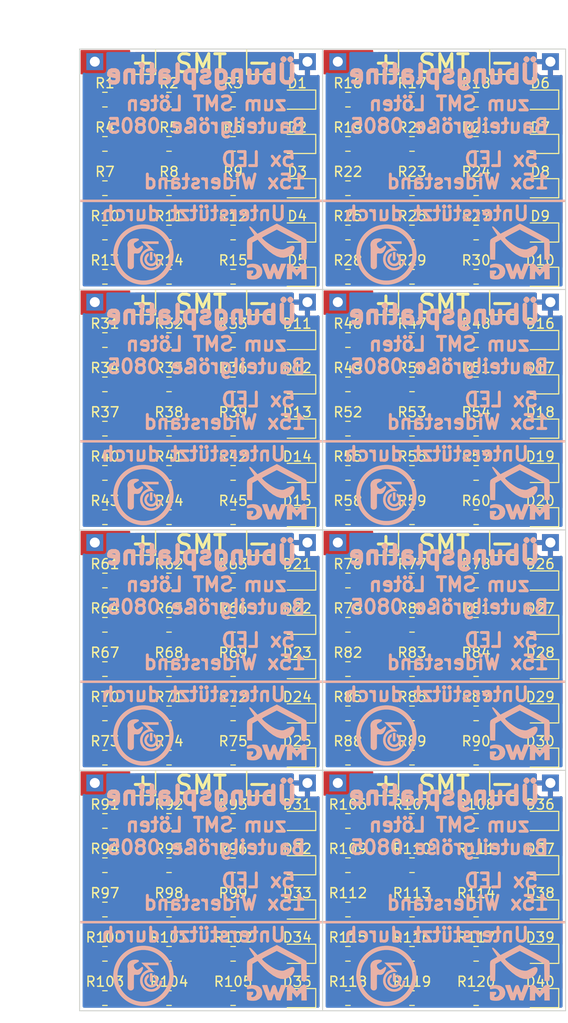
<source format=kicad_pcb>
(kicad_pcb (version 20211014) (generator pcbnew)
  (layers (0 "F.Cu" signal) (31 "B.Cu" signal) (34 "B.Paste" user) (35 "F.Paste" user) (36 "B.SilkS" user "B.Silkscreen") (37 "F.SilkS" user "F.Silkscreen") (38 "B.Mask" user) (39 "F.Mask" user) (44 "Edge.Cuts" user))
  (net 0 "")
  (net 1 "GND")
  (net 2 "Net-(D1-Pad2)")
  (net 3 "Net-(D2-Pad2)")
  (net 4 "Net-(D3-Pad2)")
  (net 5 "Net-(D4-Pad2)")
  (net 6 "Net-(D5-Pad2)")
  (net 7 "+5V")
  (net 8 "Net-(R1-Pad2)")
  (net 9 "Net-(R2-Pad2)")
  (net 10 "Net-(R4-Pad2)")
  (net 11 "Net-(R5-Pad2)")
  (net 12 "Net-(R7-Pad2)")
  (net 13 "Net-(R8-Pad2)")
  (net 14 "Net-(R10-Pad2)")
  (net 15 "Net-(R11-Pad2)")
  (net 16 "Net-(R13-Pad2)")
  (net 17 "Net-(R14-Pad2)")
  (footprint "Resistor_SMD:R_0805_2012Metric_Pad1.20x1.40mm_HandSolder" (layer "F.Cu") (at 176.947332 161.29)
    (fp_text reference "R120")
    (fp_text value "60")
  )
  (footprint "Resistor_SMD:R_0805_2012Metric_Pad1.20x1.40mm_HandSolder" (layer "F.Cu") (at 146.131666 95.25)
    (fp_text reference "R32")
    (fp_text value "60")
  )
  (footprint "Resistor_SMD:R_0805_2012Metric_Pad1.20x1.40mm_HandSolder" (layer "F.Cu") (at 176.947332 128.27)
    (fp_text reference "R84")
    (fp_text value "60")
  )
  (footprint "Resistor_SMD:R_0805_2012Metric_Pad1.20x1.40mm_HandSolder" (layer "F.Cu") (at 152.563332 75.565)
    (fp_text reference "R6")
    (fp_text value "60")
  )
  (footprint "Resistor_SMD:R_0805_2012Metric_Pad1.20x1.40mm_HandSolder" (layer "F.Cu") (at 170.515666 104.14)
    (fp_text reference "R53")
    (fp_text value "60")
  )
  (footprint "Resistor_SMD:R_0805_2012Metric_Pad1.20x1.40mm_HandSolder" (layer "F.Cu") (at 170.515666 156.845)
    (fp_text reference "R116")
    (fp_text value "60")
  )
  (footprint "Resistor_SMD:R_0805_2012Metric_Pad1.20x1.40mm_HandSolder" (layer "F.Cu") (at 152.563332 95.25)
    (fp_text reference "R33")
    (fp_text value "60")
  )
  (footprint "LED_SMD:LED_0805_2012Metric_Pad1.15x1.40mm_HandSolder" (layer "F.Cu") (at 183.379 104.14 180)
    (fp_text reference "D18")
    (fp_text value "LED")
  )
  (footprint "Resistor_SMD:R_0805_2012Metric_Pad1.20x1.40mm_HandSolder" (layer "F.Cu") (at 176.947332 132.715)
    (fp_text reference "R87")
    (fp_text value "60")
  )
  (footprint "LED_SMD:LED_0805_2012Metric_Pad1.15x1.40mm_HandSolder" (layer "F.Cu") (at 158.995 147.955 180)
    (fp_text reference "D32")
    (fp_text value "LED")
  )
  (footprint "Resistor_SMD:R_0805_2012Metric_Pad1.20x1.40mm_HandSolder" (layer "F.Cu") (at 176.947332 99.695)
    (fp_text reference "R51")
    (fp_text value "60")
  )
  (footprint "Resistor_SMD:R_0805_2012Metric_Pad1.20x1.40mm_HandSolder" (layer "F.Cu") (at 139.7 95.25)
    (fp_text reference "R31")
    (fp_text value "60")
  )
  (footprint "LED_SMD:LED_0805_2012Metric_Pad1.15x1.40mm_HandSolder" (layer "F.Cu") (at 158.995 123.825 180)
    (fp_text reference "D22")
    (fp_text value "LED")
  )
  (footprint "Resistor_SMD:R_0805_2012Metric_Pad1.20x1.40mm_HandSolder" (layer "F.Cu") (at 176.947332 108.585)
    (fp_text reference "R57")
    (fp_text value "60")
  )
  (footprint "practice_PCB:PinSocket_1x01_P2.54mm_Vertical" (layer "F.Cu") (at 163.068 115.57)
    (fp_text reference "J11")
    (fp_text value "5V")
  )
  (footprint "Resistor_SMD:R_0805_2012Metric_Pad1.20x1.40mm_HandSolder" (layer "F.Cu") (at 139.7 137.16)
    (fp_text reference "R73")
    (fp_text value "60")
  )
  (footprint "LED_SMD:LED_0805_2012Metric_Pad1.15x1.40mm_HandSolder" (layer "F.Cu") (at 158.995 128.27 180)
    (fp_text reference "D23")
    (fp_text value "LED")
  )
  (footprint "Resistor_SMD:R_0805_2012Metric_Pad1.20x1.40mm_HandSolder" (layer "F.Cu") (at 164.084 95.25)
    (fp_text reference "R46")
    (fp_text value "60")
  )
  (footprint "Resistor_SMD:R_0805_2012Metric_Pad1.20x1.40mm_HandSolder" (layer "F.Cu") (at 170.515666 84.455)
    (fp_text reference "R26")
    (fp_text value "60")
  )
  (footprint "Resistor_SMD:R_0805_2012Metric_Pad1.20x1.40mm_HandSolder" (layer "F.Cu") (at 170.515666 88.9)
    (fp_text reference "R29")
    (fp_text value "60")
  )
  (footprint "LED_SMD:LED_0805_2012Metric_Pad1.15x1.40mm_HandSolder" (layer "F.Cu") (at 158.995 152.4 180)
    (fp_text reference "D33")
    (fp_text value "LED")
  )
  (footprint "Resistor_SMD:R_0805_2012Metric_Pad1.20x1.40mm_HandSolder" (layer "F.Cu") (at 139.7 128.27)
    (fp_text reference "R67")
    (fp_text value "60")
  )
  (footprint "Resistor_SMD:R_0805_2012Metric_Pad1.20x1.40mm_HandSolder" (layer "F.Cu") (at 139.7 108.585)
    (fp_text reference "R40")
    (fp_text value "60")
  )
  (footprint "Resistor_SMD:R_0805_2012Metric_Pad1.20x1.40mm_HandSolder" (layer "F.Cu") (at 139.7 113.03)
    (fp_text reference "R43")
    (fp_text value "60")
  )
  (footprint "Resistor_SMD:R_0805_2012Metric_Pad1.20x1.40mm_HandSolder" (layer "F.Cu") (at 139.7 84.455)
    (fp_text reference "R10")
    (fp_text value "60")
  )
  (footprint "Resistor_SMD:R_0805_2012Metric_Pad1.20x1.40mm_HandSolder" (layer "F.Cu") (at 139.7 119.38)
    (fp_text reference "R61")
    (fp_text value "60")
  )
  (footprint "Resistor_SMD:R_0805_2012Metric_Pad1.20x1.40mm_HandSolder" (layer "F.Cu") (at 164.084 128.27)
    (fp_text reference "R82")
    (fp_text value "60")
  )
  (footprint "LED_SMD:LED_0805_2012Metric_Pad1.15x1.40mm_HandSolder" (layer "F.Cu") (at 183.379 143.51 180)
    (fp_text reference "D36")
    (fp_text value "LED")
  )
  (footprint "Resistor_SMD:R_0805_2012Metric_Pad1.20x1.40mm_HandSolder" (layer "F.Cu") (at 146.131666 104.14)
    (fp_text reference "R38")
    (fp_text value "60")
  )
  (footprint "Resistor_SMD:R_0805_2012Metric_Pad1.20x1.40mm_HandSolder" (layer "F.Cu") (at 164.084 99.695)
    (fp_text reference "R49")
    (fp_text value "60")
  )
  (footprint "practice_PCB:PinSocket_1x01_P2.54mm_Vertical" (layer "F.Cu") (at 163.068 67.31)
    (fp_text reference "J3")
    (fp_text value "5V")
  )
  (footprint "Resistor_SMD:R_0805_2012Metric_Pad1.20x1.40mm_HandSolder" (layer "F.Cu") (at 139.7 143.51)
    (fp_text reference "R91")
    (fp_text value "60")
  )
  (footprint "practice_PCB:PinSocket_1x01_P2.54mm_Vertical" (layer "F.Cu") (at 160.02 91.44)
    (fp_text reference "J6")
    (fp_text value "GND")
  )
  (footprint "Resistor_SMD:R_0805_2012Metric_Pad1.20x1.40mm_HandSolder" (layer "F.Cu") (at 176.947332 147.955)
    (fp_text reference "R111")
    (fp_text value "60")
  )
  (footprint "Resistor_SMD:R_0805_2012Metric_Pad1.20x1.40mm_HandSolder" (layer "F.Cu") (at 176.947332 156.845)
    (fp_text reference "R117")
    (fp_text value "60")
  )
  (footprint "LED_SMD:LED_0805_2012Metric_Pad1.15x1.40mm_HandSolder" (layer "F.Cu") (at 158.995 132.715 180)
    (fp_text reference "D24")
    (fp_text value "LED")
  )
  (footprint "Resistor_SMD:R_0805_2012Metric_Pad1.20x1.40mm_HandSolder" (layer "F.Cu") (at 146.131666 132.715)
    (fp_text reference "R71")
    (fp_text value "60")
  )
  (footprint "Resistor_SMD:R_0805_2012Metric_Pad1.20x1.40mm_HandSolder" (layer "F.Cu") (at 176.947332 75.565)
    (fp_text reference "R21")
    (fp_text value "60")
  )
  (footprint "LED_SMD:LED_0805_2012Metric_Pad1.15x1.40mm_HandSolder" (layer "F.Cu") (at 158.995 88.9 180)
    (fp_text reference "D5")
    (fp_text value "LED")
  )
  (footprint "practice_PCB:PinSocket_1x01_P2.54mm_Vertical" (layer "F.Cu") (at 138.684 91.44)
    (fp_text reference "J5")
    (fp_text value "5V")
  )
  (footprint "Resistor_SMD:R_0805_2012Metric_Pad1.20x1.40mm_HandSolder" (layer "F.Cu") (at 170.515666 147.955)
    (fp_text reference "R110")
    (fp_text value "60")
  )
  (footprint "LED_SMD:LED_0805_2012Metric_Pad1.15x1.40mm_HandSolder" (layer "F.Cu") (at 158.995 84.455 180)
    (fp_text reference "D4")
    (fp_text value "LED")
  )
  (footprint "Resistor_SMD:R_0805_2012Metric_Pad1.20x1.40mm_HandSolder" (layer "F.Cu") (at 139.7 152.4)
    (fp_text reference "R97")
    (fp_text value "60")
  )
  (footprint "Resistor_SMD:R_0805_2012Metric_Pad1.20x1.40mm_HandSolder" (layer "F.Cu") (at 152.563332 80.01)
    (fp_text reference "R9")
    (fp_text value "60")
  )
  (footprint "LED_SMD:LED_0805_2012Metric_Pad1.15x1.40mm_HandSolder" (layer "F.Cu") (at 158.995 80.01 180)
    (fp_text reference "D3")
    (fp_text value "LED")
  )
  (footprint "Resistor_SMD:R_0805_2012Metric_Pad1.20x1.40mm_HandSolder" (layer "F.Cu") (at 170.515666 108.585)
    (fp_text reference "R56")
    (fp_text value "60")
  )
  (footprint "Resistor_SMD:R_0805_2012Metric_Pad1.20x1.40mm_HandSolder" (layer "F.Cu") (at 139.7 71.12)
    (fp_text reference "R1")
    (fp_text value "60")
  )
  (footprint "Resistor_SMD:R_0805_2012Metric_Pad1.20x1.40mm_HandSolder" (layer "F.Cu") (at 176.947332 71.12)
    (fp_text reference "R18")
    (fp_text value "60")
  )
  (footprint "Resistor_SMD:R_0805_2012Metric_Pad1.20x1.40mm_HandSolder" (layer "F.Cu") (at 176.947332 119.38)
    (fp_text reference "R78")
    (fp_text value "60")
  )
  (footprint "Resistor_SMD:R_0805_2012Metric_Pad1.20x1.40mm_HandSolder" (layer "F.Cu") (at 146.131666 80.01)
    (fp_text reference "R8")
    (fp_text value "60")
  )
  (footprint "Resistor_SMD:R_0805_2012Metric_Pad1.20x1.40mm_HandSolder" (layer "F.Cu") (at 146.131666 108.585)
    (fp_text reference "R41")
    (fp_text value "60")
  )
  (footprint "LED_SMD:LED_0805_2012Metric_Pad1.15x1.40mm_HandSolder" (layer "F.Cu") (at 158.995 119.38 180)
    (fp_text reference "D21")
    (fp_text value "LED")
  )
  (footprint "Resistor_SMD:R_0805_2012Metric_Pad1.20x1.40mm_HandSolder" (layer "F.Cu") (at 176.947332 95.25)
    (fp_text reference "R48")
    (fp_text value "60")
  )
  (footprint "Resistor_SMD:R_0805_2012Metric_Pad1.20x1.40mm_HandSolder" (layer "F.Cu") (at 139.7 132.715)
    (fp_text reference "R70")
    (fp_text value "60")
  )
  (footprint "Resistor_SMD:R_0805_2012Metric_Pad1.20x1.40mm_HandSolder" (layer "F.Cu") (at 152.563332 156.845)
    (fp_text reference "R102")
    (fp_text value "60")
  )
  (footprint "Resistor_SMD:R_0805_2012Metric_Pad1.20x1.40mm_HandSolder" (layer "F.Cu") (at 164.084 119.38)
    (fp_text reference "R76")
    (fp_text value "60")
  )
  (footprint "LED_SMD:LED_0805_2012Metric_Pad1.15x1.40mm_HandSolder" (layer "F.Cu") (at 183.379 88.9 180)
    (fp_text reference "D10")
    (fp_text value "LED")
  )
  (footprint "Resistor_SMD:R_0805_2012Metric_Pad1.20x1.40mm_HandSolder" (layer "F.Cu") (at 164.084 104.14)
    (fp_text reference "R52")
    (fp_text value "60")
  )
  (footprint "LED_SMD:LED_0805_2012Metric_Pad1.15x1.40mm_HandSolder" (layer "F.Cu") (at 183.379 108.585 180)
    (fp_text reference "D19")
    (fp_text value "LED")
  )
  (footprint "LED_SMD:LED_0805_2012Metric_Pad1.15x1.40mm_HandSolder" (layer "F.Cu") (at 183.379 99.695 180)
    (fp_text reference "D17")
    (fp_text value "LED")
  )
  (footprint "Resistor_SMD:R_0805_2012Metric_Pad1.20x1.40mm_HandSolder" (layer "F.Cu") (at 152.563332 108.585)
    (fp_text reference "R42")
    (fp_text value "60")
  )
  (footprint "practice_PCB:PinSocket_1x01_P2.54mm_Vertical" (layer "F.Cu") (at 138.684 115.57)
    (fp_text reference "J9")
    (fp_text value "5V")
  )
  (footprint "Resistor_SMD:R_0805_2012Metric_Pad1.20x1.40mm_HandSolder" (layer "F.Cu") (at 146.131666 137.16)
    (fp_text reference "R74")
    (fp_text value "60")
  )
  (footprint "practice_PCB:PinSocket_1x01_P2.54mm_Vertical" (layer "F.Cu") (at 184.404 91.44)
    (fp_text reference "J8")
    (fp_text value "GND")
  )
  (footprint "LED_SMD:LED_0805_2012Metric_Pad1.15x1.40mm_HandSolder" (layer "F.Cu") (at 183.379 132.715 180)
    (fp_text reference "D29")
    (fp_text value "LED")
  )
  (footprint "LED_SMD:LED_0805_2012Metric_Pad1.15x1.40mm_HandSolder" (layer "F.Cu") (at 158.995 104.14 180)
    (fp_text reference "D13")
    (fp_text value "LED")
  )
  (footprint "Resistor_SMD:R_0805_2012Metric_Pad1.20x1.40mm_HandSolder" (layer "F.Cu") (at 146.131666 71.12)
    (fp_text reference "R2")
    (fp_text value "60")
  )
  (footprint "Resistor_SMD:R_0805_2012Metric_Pad1.20x1.40mm_HandSolder" (layer "F.Cu") (at 176.947332 143.51)
    (fp_text reference "R108")
    (fp_text value "60")
  )
  (footprint "Resistor_SMD:R_0805_2012Metric_Pad1.20x1.40mm_HandSolder" (layer "F.Cu") (at 152.563332 119.38)
    (fp_text reference "R63")
    (fp_text value "60")
  )
  (footprint "Resistor_SMD:R_0805_2012Metric_Pad1.20x1.40mm_HandSolder" (layer "F.Cu") (at 152.563332 71.12)
    (fp_text reference "R3")
    (fp_text value "60")
  )
  (footprint "Resistor_SMD:R_0805_2012Metric_Pad1.20x1.40mm_HandSolder" (layer "F.Cu") (at 176.947332 113.03)
    (fp_text reference "R60")
    (fp_text value "60")
  )
  (footprint "Resistor_SMD:R_0805_2012Metric_Pad1.20x1.40mm_HandSolder" (layer "F.Cu") (at 170.515666 80.01)
    (fp_text reference "R23")
    (fp_text value "60")
  )
  (footprint "practice_PCB:PinSocket_1x01_P2.54mm_Vertical" (layer "F.Cu") (at 184.404 139.7)
    (fp_text reference "J16")
    (fp_text value "GND")
  )
  (footprint "Resistor_SMD:R_0805_2012Metric_Pad1.20x1.40mm_HandSolder" (layer "F.Cu") (at 139.7 104.14)
    (fp_text reference "R37")
    (fp_text value "60")
  )
  (footprint "practice_PCB:PinSocket_1x01_P2.54mm_Vertical" (layer "F.Cu") (at 163.068 139.7)
    (fp_text reference "J15")
    (fp_text value "5V")
  )
  (footprint "Resistor_SMD:R_0805_2012Metric_Pad1.20x1.40mm_HandSolder" (layer "F.Cu") (at 170.515666 113.03)
    (fp_text reference "R59")
    (fp_text value "60")
  )
  (footprint "Resistor_SMD:R_0805_2012Metric_Pad1.20x1.40mm_HandSolder" (layer "F.Cu") (at 164.084 147.955)
    (fp_text reference "R109")
    (fp_text value "60")
  )
  (footprint "Resistor_SMD:R_0805_2012Metric_Pad1.20x1.40mm_HandSolder" (layer "F.Cu") (at 170.515666 123.825)
    (fp_text reference "R80")
    (fp_text value "60")
  )
  (footprint "Resistor_SMD:R_0805_2012Metric_Pad1.20x1.40mm_HandSolder" (layer "F.Cu") (at 164.084 71.12)
    (fp_text reference "R16")
    (fp_text value "60")
  )
  (footprint "Resistor_SMD:R_0805_2012Metric_Pad1.20x1.40mm_HandSolder" (layer "F.Cu") (at 139.7 99.695)
    (fp_text reference "R34")
    (fp_text value "60")
  )
  (footprint "Resistor_SMD:R_0805_2012Metric_Pad1.20x1.40mm_HandSolder" (layer "F.Cu") (at 170.515666 137.16)
    (fp_text reference "R89")
    (fp_text value "60")
  )
  (footprint "Resistor_SMD:R_0805_2012Metric_Pad1.20x1.40mm_HandSolder" (layer "F.Cu") (at 146.131666 123.825)
    (fp_text reference "R65")
    (fp_text value "60")
  )
  (footprint "Resistor_SMD:R_0805_2012Metric_Pad1.20x1.40mm_HandSolder" (layer "F.Cu") (at 146.131666 147.955)
    (fp_text reference "R95")
    (fp_text value "60")
  )
  (footprint "LED_SMD:LED_0805_2012Metric_Pad1.15x1.40mm_HandSolder" (layer "F.Cu") (at 158.995 143.51 180)
    (fp_text reference "D31")
    (fp_text value "LED")
  )
  (footprint "LED_SMD:LED_0805_2012Metric_Pad1.15x1.40mm_HandSolder" (layer "F.Cu") (at 183.379 95.25 180)
    (fp_text reference "D16")
    (fp_text value "LED")
  )
  (footprint "Resistor_SMD:R_0805_2012Metric_Pad1.20x1.40mm_HandSolder" (layer "F.Cu") (at 176.947332 123.825)
    (fp_text reference "R81")
    (fp_text value "60")
  )
  (footprint "practice_PCB:PinSocket_1x01_P2.54mm_Vertical" (layer "F.Cu") (at 163.068 91.44)
    (fp_text reference "J7")
    (fp_text value "5V")
  )
  (footprint "Resistor_SMD:R_0805_2012Metric_Pad1.20x1.40mm_HandSolder" (layer "F.Cu") (at 164.084 84.455)
    (fp_text reference "R25")
    (fp_text value "60")
  )
  (footprint "practice_PCB:PinSocket_1x01_P2.54mm_Vertical" (layer "F.Cu") (at 184.404 115.57)
    (fp_text reference "J12")
    (fp_text value "GND")
  )
  (footprint "Resistor_SMD:R_0805_2012Metric_Pad1.20x1.40mm_HandSolder" (layer "F.Cu") (at 146.131666 152.4)
    (fp_text reference "R98")
    (fp_text value "60")
  )
  (footprint "LED_SMD:LED_0805_2012Metric_Pad1.15x1.40mm_HandSolder" (layer "F.Cu") (at 158.995 113.03 180)
    (fp_text reference "D15")
    (fp_text value "LED")
  )
  (footprint "Resistor_SMD:R_0805_2012Metric_Pad1.20x1.40mm_HandSolder" (layer "F.Cu") (at 164.084 108.585)
    (fp_text reference "R55")
    (fp_text value "60")
  )
  (footprint "Resistor_SMD:R_0805_2012Metric_Pad1.20x1.40mm_HandSolder" (layer "F.Cu") (at 146.131666 161.29)
    (fp_text reference "R104")
    (fp_text value "60")
  )
  (footprint "Resistor_SMD:R_0805_2012Metric_Pad1.20x1.40mm_HandSolder" (layer "F.Cu") (at 170.515666 128.27)
    (fp_text reference "R83")
    (fp_text value "60")
  )
  (footprint "Resistor_SMD:R_0805_2012Metric_Pad1.20x1.40mm_HandSolder" (layer "F.Cu") (at 152.563332 161.29)
    (fp_text reference "R105")
    (fp_text value "60")
  )
  (footprint "Resistor_SMD:R_0805_2012Metric_Pad1.20x1.40mm_HandSolder" (layer "F.Cu") (at 164.084 143.51)
    (fp_text reference "R106")
    (fp_text value "60")
  )
  (footprint "Resistor_SMD:R_0805_2012Metric_Pad1.20x1.40mm_HandSolder" (layer "F.Cu") (at 152.563332 99.695)
    (fp_text reference "R36")
    (fp_text value "60")
  )
  (footprint "Resistor_SMD:R_0805_2012Metric_Pad1.20x1.40mm_HandSolder" (layer "F.Cu") (at 139.7 156.845)
    (fp_text reference "R100")
    (fp_text value "60")
  )
  (footprint "LED_SMD:LED_0805_2012Metric_Pad1.15x1.40mm_HandSolder" (layer "F.Cu") (at 158.995 71.12 180)
    (fp_text reference "D1")
    (fp_text value "LED")
  )
  (footprint "Resistor_SMD:R_0805_2012Metric_Pad1.20x1.40mm_HandSolder" (layer "F.Cu") (at 176.947332 88.9)
    (fp_text reference "R30")
    (fp_text value "60")
  )
  (footprint "Resistor_SMD:R_0805_2012Metric_Pad1.20x1.40mm_HandSolder" (layer "F.Cu") (at 146.131666 128.27)
    (fp_text reference "R68")
    (fp_text value "60")
  )
  (footprint "practice_PCB:PinSocket_1x01_P2.54mm_Vertical" (layer "F.Cu") (at 184.404 67.31)
    (fp_text reference "J4")
    (fp_text value "GND")
  )
  (footprint "LED_SMD:LED_0805_2012Metric_Pad1.15x1.40mm_HandSolder" (layer "F.Cu") (at 158.995 137.16 180)
    (fp_text reference "D25")
    (fp_text value "LED")
  )
  (footprint "Resistor_SMD:R_0805_2012Metric_Pad1.20x1.40mm_HandSolder" (layer "F.Cu") (at 152.563332 152.4)
    (fp_text reference "R99")
    (fp_text value "60")
  )
  (footprint "Resistor_SMD:R_0805_2012Metric_Pad1.20x1.40mm_HandSolder" (layer "F.Cu") (at 170.515666 119.38)
    (fp_text reference "R77")
    (fp_text value "60")
  )
  (footprint "LED_SMD:LED_0805_2012Metric_Pad1.15x1.40mm_HandSolder" (layer "F.Cu") (at 158.995 75.565 180)
    (fp_text reference "D2")
    (fp_text value "LED")
  )
  (footprint "Resistor_SMD:R_0805_2012Metric_Pad1.20x1.40mm_HandSolder" (layer "F.Cu") (at 176.947332 137.16)
    (fp_text reference "R90")
    (fp_text value "60")
  )
  (footprint "Resistor_SMD:R_0805_2012Metric_Pad1.20x1.40mm_HandSolder" (layer "F.Cu") (at 170.515666 99.695)
    (fp_text reference "R50")
    (fp_text value "60")
  )
  (footprint "Resistor_SMD:R_0805_2012Metric_Pad1.20x1.40mm_HandSolder" (layer "F.Cu") (at 176.947332 104.14)
    (fp_text reference "R54")
    (fp_text value "60")
  )
  (footprint "practice_PCB:PinSocket_1x01_P2.54mm_Vertical" (layer "F.Cu") (at 138.684 139.7)
    (fp_text reference "J13")
    (fp_text value "5V")
  )
  (footprint "Resistor_SMD:R_0805_2012Metric_Pad1.20x1.40mm_HandSolder" (layer "F.Cu") (at 146.131666 99.695)
    (fp_text reference "R35")
    (fp_text value "60")
  )
  (footprint "LED_SMD:LED_0805_2012Metric_Pad1.15x1.40mm_HandSolder" (layer "F.Cu") (at 158.995 99.695 180)
    (fp_text reference "D12")
    (fp_text value "LED")
  )
  (footprint "Resistor_SMD:R_0805_2012Metric_Pad1.20x1.40mm_HandSolder" (layer "F.Cu") (at 170.515666 152.4)
    (fp_text reference "R113")
    (fp_text value "60")
  )
  (footprint "Resistor_SMD:R_0805_2012Metric_Pad1.20x1.40mm_HandSolder" (layer "F.Cu") (at 164.084 132.715)
    (fp_text reference "R85")
    (fp_text value "60")
  )
  (footprint "practice_PCB:PinSocket_1x01_P2.54mm_Vertical" (layer "F.Cu") (at 160.02 67.31)
    (fp_text reference "J2")
    (fp_text value "GND")
  )
  (footprint "Resistor_SMD:R_0805_2012Metric_Pad1.20x1.40mm_HandSolder" (layer "F.Cu") (at 176.947332 152.4)
    (fp_text reference "R114")
    (fp_text value "60")
  )
  (footprint "practice_PCB:PinSocket_1x01_P2.54mm_Vertical" (layer "F.Cu") (at 160.02 115.57)
    (fp_text reference "J10")
    (fp_text value "GND")
  )
  (footprint "Resistor_SMD:R_0805_2012Metric_Pad1.20x1.40mm_HandSolder" (layer "F.Cu") (at 164.084 123.825)
    (fp_text reference "R79")
    (fp_text value "60")
  )
  (footprint "Resistor_SMD:R_0805_2012Metric_Pad1.20x1.40mm_HandSolder" (layer "F.Cu") (at 152.563332 132.715)
    (fp_text reference "R72")
    (fp_text value "60")
  )
  (footprint "LED_SMD:LED_0805_2012Metric_Pad1.15x1.40mm_HandSolder" (layer "F.Cu") (at 183.379 128.27 180)
    (fp_text reference "D28")
    (fp_text value "LED")
  )
  (footprint "LED_SMD:LED_0805_2012Metric_Pad1.15x1.40mm_HandSolder" (layer "F.Cu") (at 183.379 152.4 180)
    (fp_text reference "D38")
    (fp_text value "LED")
  )
  (footprint "Resistor_SMD:R_0805_2012Metric_Pad1.20x1.40mm_HandSolder" (layer "F.Cu") (at 139.7 161.29)
    (fp_text reference "R103")
    (fp_text value "60")
  )
  (footprint "Resistor_SMD:R_0805_2012Metric_Pad1.20x1.40mm_HandSolder" (layer "F.Cu") (at 170.515666 161.29)
    (fp_text reference "R119")
    (fp_text value "60")
  )
  (footprint "Resistor_SMD:R_0805_2012Metric_Pad1.20x1.40mm_HandSolder" (layer "F.Cu") (at 152.563332 147.955)
    (fp_text reference "R96")
    (fp_text value "60")
  )
  (footprint "Resistor_SMD:R_0805_2012Metric_Pad1.20x1.40mm_HandSolder" (layer "F.Cu") (at 164.084 113.03)
    (fp_text reference "R58")
    (fp_text value "60")
  )
  (footprint "Resistor_SMD:R_0805_2012Metric_Pad1.20x1.40mm_HandSolder" (layer "F.Cu") (at 170.515666 143.51)
    (fp_text reference "R107")
    (fp_text value "60")
  )
  (footprint "practice_PCB:PinSocket_1x01_P2.54mm_Vertical" (layer "F.Cu") (at 160.02 139.7)
    (fp_text reference "J14")
    (fp_text value "GND")
  )
  (footprint "Resistor_SMD:R_0805_2012Metric_Pad1.20x1.40mm_HandSolder" (layer "F.Cu") (at 152.563332 123.825)
    (fp_text reference "R66")
    (fp_text value "60")
  )
  (footprint "LED_SMD:LED_0805_2012Metric_Pad1.15x1.40mm_HandSolder" (layer "F.Cu") (at 183.379 161.29 180)
    (fp_text reference "D40")
    (fp_text value "LED")
  )
  (footprint "LED_SMD:LED_0805_2012Metric_Pad1.15x1.40mm_HandSolder" (layer "F.Cu") (at 183.379 113.03 180)
    (fp_text reference "D20")
    (fp_text value "LED")
  )
  (footprint "Resistor_SMD:R_0805_2012Metric_Pad1.20x1.40mm_HandSolder" (layer "F.Cu") (at 152.563332 137.16)
    (fp_text reference "R75")
    (fp_text value "60")
  )
  (footprint "Resistor_SMD:R_0805_2012Metric_Pad1.20x1.40mm_HandSolder" (layer "F.Cu") (at 146.131666 88.9)
    (fp_text reference "R14")
    (fp_text value "60")
  )
  (footprint "LED_SMD:LED_0805_2012Metric_Pad1.15x1.40mm_HandSolder" (layer "F.Cu") (at 183.379 84.455 180)
    (fp_text reference "D9")
    (fp_text value "LED")
  )
  (footprint "Resistor_SMD:R_0805_2012Metric_Pad1.20x1.40mm_HandSolder" (layer "F.Cu") (at 164.084 80.01)
    (fp_text reference "R22")
    (fp_text value "60")
  )
  (footprint "Resistor_SMD:R_0805_2012Metric_Pad1.20x1.40mm_HandSolder" (layer "F.Cu") (at 139.7 123.825)
    (fp_text reference "R64")
    (fp_text value "60")
  )
  (footprint "Resistor_SMD:R_0805_2012Metric_Pad1.20x1.40mm_HandSolder" (layer "F.Cu") (at 146.131666 119.38)
    (fp_text reference "R62")
    (fp_text value "60")
  )
  (footprint "Resistor_SMD:R_0805_2012Metric_Pad1.20x1.40mm_HandSolder" (layer "F.Cu") (at 152.563332 84.455)
    (fp_text reference "R12")
    (fp_text value "60")
  )
  (footprint "Resistor_SMD:R_0805_2012Metric_Pad1.20x1.40mm_HandSolder" (layer "F.Cu") (at 164.084 88.9)
    (fp_text reference "R28")
    (fp_text value "60")
  )
  (footprint "Resistor_SMD:R_0805_2012Metric_Pad1.20x1.40mm_HandSolder" (layer "F.Cu") (at 170.515666 75.565)
    (fp_text reference "R20")
    (fp_text value "60")
  )
  (footprint "Resistor_SMD:R_0805_2012Metric_Pad1.20x1.40mm_HandSolder" (layer "F.Cu") (at 152.563332 128.27)
    (fp_text reference "R69")
    (fp_text value "60")
  )
  (footprint "Resistor_SMD:R_0805_2012Metric_Pad1.20x1.40mm_HandSolder" (layer "F.Cu") (at 164.084 137.16)
    (fp_text reference "R88")
    (fp_text value "60")
  )
  (footprint "Resistor_SMD:R_0805_2012Metric_Pad1.20x1.40mm_HandSolder" (layer "F.Cu") (at 152.563332 113.03)
    (fp_text reference "R45")
    (fp_text value "60")
  )
  (footprint "LED_SMD:LED_0805_2012Metric_Pad1.15x1.40mm_HandSolder" (layer "F.Cu") (at 158.995 95.25 180)
    (fp_text reference "D11")
    (fp_text value "LED")
  )
  (footprint "LED_SMD:LED_0805_2012Metric_Pad1.15x1.40mm_HandSolder" (layer "F.Cu") (at 158.995 156.845 180)
    (fp_text reference "D34")
    (fp_text value "LED")
  )
  (footprint "LED_SMD:LED_0805_2012Metric_Pad1.15x1.40mm_HandSolder" (layer "F.Cu") (at 183.379 75.565 180)
    (fp_text reference "D7")
    (fp_text value "LED")
  )
  (footprint "LED_SMD:LED_0805_2012Metric_Pad1.15x1.40mm_HandSolder" (layer "F.Cu") (at 158.995 108.585 180)
    (fp_text reference "D14")
    (fp_text value "LED")
  )
  (footprint "Resistor_SMD:R_0805_2012Metric_Pad1.20x1.40mm_HandSolder" (layer "F.Cu") (at 152.563332 143.51)
    (fp_text reference "R93")
    (fp_text value "60")
  )
  (footprint "Resistor_SMD:R_0805_2012Metric_Pad1.20x1.40mm_HandSolder" (layer "F.Cu") (at 152.563332 104.14)
    (fp_text reference "R39")
    (fp_text value "60")
  )
  (footprint "LED_SMD:LED_0805_2012Metric_Pad1.15x1.40mm_HandSolder" (layer "F.Cu") (at 158.995 161.29 180)
    (fp_text reference "D35")
    (fp_text value "LED")
  )
  (footprint "Resistor_SMD:R_0805_2012Metric_Pad1.20x1.40mm_HandSolder" (layer "F.Cu") (at 170.515666 95.25)
    (fp_text reference "R47")
    (fp_text value "60")
  )
  (footprint "Resistor_SMD:R_0805_2012Metric_Pad1.20x1.40mm_HandSolder" (layer "F.Cu") (at 170.515666 132.715)
    (fp_text reference "R86")
    (fp_text value "60")
  )
  (footprint "LED_SMD:LED_0805_2012Metric_Pad1.15x1.40mm_HandSolder" (layer "F.Cu") (at 183.379 80.01 180)
    (fp_text reference "D8")
    (fp_text value "LED")
  )
  (footprint "Resistor_SMD:R_0805_2012Metric_Pad1.20x1.40mm_HandSolder" (layer "F.Cu") (at 139.7 80.01)
    (fp_text reference "R7")
    (fp_text value "60")
  )
  (footprint "Resistor_SMD:R_0805_2012Metric_Pad1.20x1.40mm_HandSolder" (layer "F.Cu") (at 146.131666 143.51)
    (fp_text reference "R92")
    (fp_text value "60")
  )
  (footprint "Resistor_SMD:R_0805_2012Metric_Pad1.20x1.40mm_HandSolder" (layer "F.Cu") (at 139.7 88.9)
    (fp_text reference "R13")
    (fp_text value "60")
  )
  (footprint "Resistor_SMD:R_0805_2012Metric_Pad1.20x1.40mm_HandSolder" (layer "F.Cu") (at 152.563332 88.9)
    (fp_text reference "R15")
    (fp_text value "60")
  )
  (footprint "LED_SMD:LED_0805_2012Metric_Pad1.15x1.40mm_HandSolder" (layer "F.Cu") (at 183.379 123.825 180)
    (fp_text reference "D27")
    (fp_text value "LED")
  )
  (footprint "LED_SMD:LED_0805_2012Metric_Pad1.15x1.40mm_HandSolder" (layer "F.Cu") (at 183.379 147.955 180)
    (fp_text reference "D37")
    (fp_text value "LED")
  )
  (footprint "Resistor_SMD:R_0805_2012Metric_Pad1.20x1.40mm_HandSolder" (layer "F.Cu") (at 176.947332 84.455)
    (fp_text reference "R27")
    (fp_text value "60")
  )
  (footprint "Resistor_SMD:R_0805_2012Metric_Pad1.20x1.40mm_HandSolder" (layer "F.Cu") (at 164.084 75.565)
    (fp_text reference "R19")
    (fp_text value "60")
  )
  (footprint "Resistor_SMD:R_0805_2012Metric_Pad1.20x1.40mm_HandSolder" (layer "F.Cu") (at 164.084 156.845)
    (fp_text reference "R115")
    (fp_text value "60")
  )
  (footprint "LED_SMD:LED_0805_2012Metric_Pad1.15x1.40mm_HandSolder" (layer "F.Cu") (at 183.379 156.845 180)
    (fp_text reference "D39")
    (fp_text value "LED")
  )
  (footprint "Resistor_SMD:R_0805_2012Metric_Pad1.20x1.40mm_HandSolder" (layer "F.Cu") (at 170.515666 71.12)
    (fp_text reference "R17")
    (fp_text value "60")
  )
  (footprint "Resistor_SMD:R_0805_2012Metric_Pad1.20x1.40mm_HandSolder" (layer "F.Cu") (at 164.084 152.4)
    (fp_text reference "R112")
    (fp_text value "60")
  )
  (footprint "Resistor_SMD:R_0805_2012Metric_Pad1.20x1.40mm_HandSolder" (layer "F.Cu") (at 146.131666 75.565)
    (fp_text reference "R5")
    (fp_text value "60")
  )
  (footprint "Resistor_SMD:R_0805_2012Metric_Pad1.20x1.40mm_HandSolder" (layer "F.Cu") (at 139.7 75.565)
    (fp_text reference "R4")
    (fp_text value "60")
  )
  (footprint "Resistor_SMD:R_0805_2012Metric_Pad1.20x1.40mm_HandSolder" (layer "F.Cu") (at 164.084 161.29)
    (fp_text reference "R118")
    (fp_text value "60")
  )
  (footprint "practice_PCB:PinSocket_1x01_P2.54mm_Vertical" (layer "F.Cu") (at 138.684 67.31)
    (fp_text reference "J1")
    (fp_text value "5V")
  )
  (footprint "Resistor_SMD:R_0805_2012Metric_Pad1.20x1.40mm_HandSolder" (layer "F.Cu") (at 146.131666 113.03)
    (fp_text reference "R44")
    (fp_text value "60")
  )
  (footprint "Resistor_SMD:R_0805_2012Metric_Pad1.20x1.40mm_HandSolder" (layer "F.Cu") (at 139.7 147.955)
    (fp_text reference "R94")
    (fp_text value "60")
  )
  (footprint "Resistor_SMD:R_0805_2012Metric_Pad1.20x1.40mm_HandSolder" (layer "F.Cu") (at 146.131666 156.845)
    (fp_text reference "R101")
    (fp_text value "60")
  )
  (footprint "Resistor_SMD:R_0805_2012Metric_Pad1.20x1.40mm_HandSolder" (layer "F.Cu") (at 176.947332 80.01)
    (fp_text reference "R24")
    (fp_text value "60")
  )
  (footprint "LED_SMD:LED_0805_2012Metric_Pad1.15x1.40mm_HandSolder" (layer "F.Cu") (at 183.379 119.38 180)
    (fp_text reference "D26")
    (fp_text value "LED")
  )
  (footprint "LED_SMD:LED_0805_2012Metric_Pad1.15x1.40mm_HandSolder" (layer "F.Cu") (at 183.379 137.16 180)
    (fp_text reference "D30")
    (fp_text value "LED")
  )
  (footprint "LED_SMD:LED_0805_2012Metric_Pad1.15x1.40mm_HandSolder" (layer "F.Cu") (at 183.379 71.12 180)
    (fp_text reference "D6")
    (fp_text value "LED")
  )
  (footprint "Resistor_SMD:R_0805_2012Metric_Pad1.20x1.40mm_HandSolder" (layer "F.Cu") (at 146.131666 84.455)
    (fp_text reference "R11")
    (fp_text value "60")
  )
  (footprint "practice_PCB:MWG" (layer "B.Cu") (at 156.972 158.75 180)
    (fp_text reference "G***6" hide)
    (fp_text value "LOGO" hide)
  )
  (footprint "practice_PCB:MWG" (layer "B.Cu") (at 181.356 158.75 180)
    (fp_text reference "G***7" hide)
    (fp_text value "LOGO" hide)
  )
  (footprint "practice_PCB:MWG" (layer "B.Cu") (at 181.356 110.49 180)
    (fp_text reference "G***3" hide)
    (fp_text value "LOGO" hide)
  )
  (footprint "practice_PCB:MWG" (layer "B.Cu") (at 181.356 86.36 180)
    (fp_text reference "G***1" hide)
    (fp_text value "LOGO" hide)
  )
  (footprint "practice_PCB:MWG" (layer "B.Cu") (at 156.972 110.49 180)
    (fp_text reference "G***2" hide)
    (fp_text value "LOGO" hide)
  )
  (footprint "practice_PCB:MWG" (layer "B.Cu") (at 156.972 134.62 180)
    (fp_text reference "G***4" hide)
    (fp_text value "LOGO" hide)
  )
  (footprint "practice_PCB:MWG" (layer "B.Cu") (at 181.356 134.62 180)
    (fp_text reference "G***5" hide)
    (fp_text value "LOGO" hide)
  )
  (footprint "practice_PCB:MWG" (layer "B.Cu") (at 156.972 86.36 180)
    (fp_text reference "G***" hide)
    (fp_text value "LOGO" hide)
  )
  (gr_poly (pts (xy 168.431877 134.79922) (xy 168.387056 134.822785) (xy 168.344277 134.849502) (xy 168.303695 134.879216) (xy 168.265465 134.911774) (xy 168.229743 134.947021) (xy 168.196685 134.984801) (xy 168.166447 135.024962) (xy 168.139183 135.067348) (xy 168.11505 135.111805) (xy 168.094202 135.158179) (xy 168.076796 135.206315) (xy 168.062988 135.256059) (xy 168.052932 135.307257) (xy 168.046784 135.359754) (xy 168.0447 135.413395) (xy 168.045588 135.448458) (xy 168.048222 135.483062) (xy 168.052559 135.517165) (xy 168.058557 135.550724) (xy 168.066173 135.583695) (xy 168.075363 135.616037) (xy 168.086085 135.647705) (xy 168.098296 135.678657) (xy 168.111953 135.70885) (xy 168.127013 135.738242) (xy 168.143432 135.766788) (xy 168.161169 135.794447) (xy 168.18018 135.821175) (xy 168.200423 135.846929) (xy 168.221853 135.871667) (xy 168.244429 135.895345) (xy 168.268107 135.917921) (xy 168.292845 135.939352) (xy 168.3186 135.959594) (xy 168.345328 135.978605) (xy 168.372986 135.996342) (xy 168.401533 136.012762) (xy 168.430924 136.027822) (xy 168.461117 136.041478) (xy 168.49207 136.053689) (xy 168.523738 136.064411) (xy 168.556079 136.073602) (xy 168.589051 136.081217) (xy 168.622609 136.087215) (xy 168.656712 136.091553) (xy 168.691317 136.094187) (xy 168.726379 136.095074) (xy 168.726381 136.095074) (xy 168.761441 136.094187) (xy 168.796037 136.091553) (xy 168.830127 136.087215) (xy 168.863668 136.081217) (xy 168.896617 136.073601) (xy 168.928933 136.064411) (xy 168.960572 136.053689) (xy 168.991491 136.041478) (xy 169.021649 136.027821) (xy 169.051003 136.012762) (xy 169.079509 135.996342) (xy 169.107127 135.978605) (xy 169.133812 135.959594) (xy 169.159522 135.939352) (xy 169.184215 135.917921) (xy 169.207848 135.895345) (xy 169.230379 135.871667) (xy 169.251765 135.846929) (xy 169.271963 135.821174) (xy 169.290931 135.794446) (xy 169.308626 135.766788) (xy 169.325006 135.738241) (xy 169.340028 135.70885) (xy 169.35365 135.678657) (xy 169.365828 135.647705) (xy 169.376521 135.616036) (xy 169.385686 135.583695) (xy 169.39328 135.550724) (xy 169.39926 135.517165) (xy 169.403584 135.483062) (xy 169.40621 135.448458) (xy 169.407095 135.413395) (xy 169.406573 135.386441) (xy 169.405019 135.359754) (xy 169.402453 135.333352) (xy 169.398894 135.307257) (xy 169.394361 135.281486) (xy 169.388874 135.256059) (xy 169.382451 135.230996) (xy 169.375113 135.206315) (xy 169.366877 135.182036) (xy 169.357764 135.158179) (xy 169.347792 135.134762) (xy 169.336981 135.111805) (xy 169.325351 135.089327) (xy 169.312919 135.067348) (xy 169.299707 135.045886) (xy 169.285732 135.024962) (xy 169.271014 135.004594) (xy 169.255572 134.984801) (xy 169.239426 134.965604) (xy 169.222595 134.94702) (xy 169.205098 134.929071) (xy 169.186954 134.911774) (xy 169.168182 134.89515) (xy 169.148803 134.879216) (xy 169.128834 134.863994) (xy 169.108295 134.849502) (xy 169.087206 134.835759) (xy 169.065586 134.822785) (xy 169.043453 134.810599) (xy 169.020828 134.79922) (xy 168.997729 134.788667) (xy 168.974175 134.778961) (xy 168.974175 135.058575) (xy 168.994694 135.073828) (xy 169.014256 135.090234) (xy 169.032811 135.107744) (xy 169.050307 135.126308) (xy 169.066694 135.145877) (xy 169.081923 135.166402) (xy 169.095941 135.187834) (xy 169.108698 135.210123) (xy 169.120144 135.23322) (xy 169.130229 135.257077) (xy 169.1389 135.281642) (xy 169.146109 135.306869) (xy 169.151804 135.332707) (xy 169.155934 135.359106) (xy 169.158449 135.386019) (xy 169.159299 135.413395) (xy 169.158737 135.435708) (xy 169.157068 135.45773) (xy 169.15432 135.479433) (xy 169.150519 135.50079) (xy 169.145692 135.521774) (xy 169.139867 135.542357) (xy 169.133071 135.562512) (xy 169.12533 135.582212) (xy 169.116671 135.601429) (xy 169.107122 135.620136) (xy 169.096709 135.638305) (xy 169.08546 135.65591) (xy 169.073401 135.672923) (xy 169.060559 135.689316) (xy 169.046962 135.705062) (xy 169.032637 135.720135) (xy 169.01761 135.734505) (xy 169.001908 135.748147) (xy 168.985559 135.761032) (xy 168.96859 135.773134) (xy 168.951026 135.784425) (xy 168.932897 135.794878) (xy 168.914227 135.804464) (xy 168.895046 135.813158) (xy 168.875378 135.820932) (xy 168.855252 135.827758) (xy 168.834695 135.833608) (xy 168.813733 135.838457) (xy 168.792393 135.842275) (xy 168.770703 135.845037) (xy 168.74869 135.846713) (xy 168.726379 135.847278) (xy 168.704066 135.846713) (xy 168.682045 135.845037) (xy 168.660342 135.842275) (xy 168.638985 135.838457) (xy 168.618001 135.833608) (xy 168.597418 135.827758) (xy 168.577262 135.820932) (xy 168.557563 135.813158) (xy 168.538346 135.804464) (xy 168.519639 135.794877) (xy 168.501469 135.784425) (xy 168.483864 135.773134) (xy 168.466852 135.761032) (xy 168.450458 135.748147) (xy 168.434712 135.734505) (xy 168.41964 135.720134) (xy 168.405269 135.705062) (xy 168.391628 135.689316) (xy 168.378742 135.672923) (xy 168.36664 135.65591) (xy 168.355349 135.638305) (xy 168.344897 135.620136) (xy 168.33531 135.601429) (xy 168.326616 135.582212) (xy 168.318842 135.562512) (xy 168.312017 135.542357) (xy 168.306166 135.521774) (xy 168.301318 135.50079) (xy 168.297499 135.479433) (xy 168.294738 135.45773) (xy 168.293061 135.435708) (xy 168.292496 135.413395) (xy 168.29271 135.399631) (xy 168.29335 135.385979) (xy 168.294408 135.372445) (xy 168.295878 135.359036) (xy 168.297754 135.345757) (xy 168.30003 135.332614) (xy 168.305754 135.306762) (xy 168.312999 135.281528) (xy 168.321716 135.256961) (xy 168.331852 135.233108) (xy 168.343357 135.210018) (xy 168.356181 135.18774) (xy 168.370272 135.166321) (xy 168.385579 135.145811) (xy 168.402052 135.126257) (xy 168.41964 135.107708) (xy 168.438292 135.090213) (xy 168.457956 135.073819) (xy 168.478583 135.058575) (xy 168.478583 134.778961)) (layer "B.SilkS") (width 0.01) (fill solid))
  (gr_poly (pts (xy 168.431877 158.92922) (xy 168.387056 158.952785) (xy 168.344277 158.979502) (xy 168.303695 159.009216) (xy 168.265465 159.041774) (xy 168.229743 159.077021) (xy 168.196685 159.114801) (xy 168.166447 159.154962) (xy 168.139183 159.197348) (xy 168.11505 159.241805) (xy 168.094202 159.288179) (xy 168.076796 159.336315) (xy 168.062988 159.386059) (xy 168.052932 159.437257) (xy 168.046784 159.489754) (xy 168.0447 159.543395) (xy 168.045588 159.578458) (xy 168.048222 159.613062) (xy 168.052559 159.647165) (xy 168.058557 159.680724) (xy 168.066173 159.713695) (xy 168.075363 159.746037) (xy 168.086085 159.777705) (xy 168.098296 159.808657) (xy 168.111953 159.83885) (xy 168.127013 159.868242) (xy 168.143432 159.896788) (xy 168.161169 159.924447) (xy 168.18018 159.951175) (xy 168.200423 159.976929) (xy 168.221853 160.001667) (xy 168.244429 160.025345) (xy 168.268107 160.047921) (xy 168.292845 160.069352) (xy 168.3186 160.089594) (xy 168.345328 160.108605) (xy 168.372986 160.126342) (xy 168.401533 160.142762) (xy 168.430924 160.157822) (xy 168.461117 160.171478) (xy 168.49207 160.183689) (xy 168.523738 160.194411) (xy 168.556079 160.203602) (xy 168.589051 160.211217) (xy 168.622609 160.217215) (xy 168.656712 160.221553) (xy 168.691317 160.224187) (xy 168.726379 160.225074) (xy 168.726381 160.225074) (xy 168.761441 160.224187) (xy 168.796037 160.221553) (xy 168.830127 160.217215) (xy 168.863668 160.211217) (xy 168.896617 160.203601) (xy 168.928933 160.194411) (xy 168.960572 160.183689) (xy 168.991491 160.171478) (xy 169.021649 160.157821) (xy 169.051003 160.142762) (xy 169.079509 160.126342) (xy 169.107127 160.108605) (xy 169.133812 160.089594) (xy 169.159522 160.069352) (xy 169.184215 160.047921) (xy 169.207848 160.025345) (xy 169.230379 160.001667) (xy 169.251765 159.976929) (xy 169.271963 159.951174) (xy 169.290931 159.924446) (xy 169.308626 159.896788) (xy 169.325006 159.868241) (xy 169.340028 159.83885) (xy 169.35365 159.808657) (xy 169.365828 159.777705) (xy 169.376521 159.746036) (xy 169.385686 159.713695) (xy 169.39328 159.680724) (xy 169.39926 159.647165) (xy 169.403584 159.613062) (xy 169.40621 159.578458) (xy 169.407095 159.543395) (xy 169.406573 159.516441) (xy 169.405019 159.489754) (xy 169.402453 159.463352) (xy 169.398894 159.437257) (xy 169.394361 159.411486) (xy 169.388874 159.386059) (xy 169.382451 159.360996) (xy 169.375113 159.336315) (xy 169.366877 159.312036) (xy 169.357764 159.288179) (xy 169.347792 159.264762) (xy 169.336981 159.241805) (xy 169.325351 159.219327) (xy 169.312919 159.197348) (xy 169.299707 159.175886) (xy 169.285732 159.154962) (xy 169.271014 159.134594) (xy 169.255572 159.114801) (xy 169.239426 159.095604) (xy 169.222595 159.07702) (xy 169.205098 159.059071) (xy 169.186954 159.041774) (xy 169.168182 159.02515) (xy 169.148803 159.009216) (xy 169.128834 158.993994) (xy 169.108295 158.979502) (xy 169.087206 158.965759) (xy 169.065586 158.952785) (xy 169.043453 158.940599) (xy 169.020828 158.92922) (xy 168.997729 158.918667) (xy 168.974175 158.908961) (xy 168.974175 159.188575) (xy 168.994694 159.203828) (xy 169.014256 159.220234) (xy 169.032811 159.237744) (xy 169.050307 159.256308) (xy 169.066694 159.275877) (xy 169.081923 159.296402) (xy 169.095941 159.317834) (xy 169.108698 159.340123) (xy 169.120144 159.36322) (xy 169.130229 159.387077) (xy 169.1389 159.411642) (xy 169.146109 159.436869) (xy 169.151804 159.462707) (xy 169.155934 159.489106) (xy 169.158449 159.516019) (xy 169.159299 159.543395) (xy 169.158737 159.565708) (xy 169.157068 159.58773) (xy 169.15432 159.609433) (xy 169.150519 159.63079) (xy 169.145692 159.651774) (xy 169.139867 159.672357) (xy 169.133071 159.692512) (xy 169.12533 159.712212) (xy 169.116671 159.731429) (xy 169.107122 159.750136) (xy 169.096709 159.768305) (xy 169.08546 159.78591) (xy 169.073401 159.802923) (xy 169.060559 159.819316) (xy 169.046962 159.835062) (xy 169.032637 159.850135) (xy 169.01761 159.864505) (xy 169.001908 159.878147) (xy 168.985559 159.891032) (xy 168.96859 159.903134) (xy 168.951026 159.914425) (xy 168.932897 159.924878) (xy 168.914227 159.934464) (xy 168.895046 159.943158) (xy 168.875378 159.950932) (xy 168.855252 159.957758) (xy 168.834695 159.963608) (xy 168.813733 159.968457) (xy 168.792393 159.972275) (xy 168.770703 159.975037) (xy 168.74869 159.976713) (xy 168.726379 159.977278) (xy 168.704066 159.976713) (xy 168.682045 159.975037) (xy 168.660342 159.972275) (xy 168.638985 159.968457) (xy 168.618001 159.963608) (xy 168.597418 159.957758) (xy 168.577262 159.950932) (xy 168.557563 159.943158) (xy 168.538346 159.934464) (xy 168.519639 159.924877) (xy 168.501469 159.914425) (xy 168.483864 159.903134) (xy 168.466852 159.891032) (xy 168.450458 159.878147) (xy 168.434712 159.864505) (xy 168.41964 159.850134) (xy 168.405269 159.835062) (xy 168.391628 159.819316) (xy 168.378742 159.802923) (xy 168.36664 159.78591) (xy 168.355349 159.768305) (xy 168.344897 159.750136) (xy 168.33531 159.731429) (xy 168.326616 159.712212) (xy 168.318842 159.692512) (xy 168.312017 159.672357) (xy 168.306166 159.651774) (xy 168.301318 159.63079) (xy 168.297499 159.609433) (xy 168.294738 159.58773) (xy 168.293061 159.565708) (xy 168.292496 159.543395) (xy 168.29271 159.529631) (xy 168.29335 159.515979) (xy 168.294408 159.502445) (xy 168.295878 159.489036) (xy 168.297754 159.475757) (xy 168.30003 159.462614) (xy 168.305754 159.436762) (xy 168.312999 159.411528) (xy 168.321716 159.386961) (xy 168.331852 159.363108) (xy 168.343357 159.340018) (xy 168.356181 159.31774) (xy 168.370272 159.296321) (xy 168.385579 159.275811) (xy 168.402052 159.256257) (xy 168.41964 159.237708) (xy 168.438292 159.220213) (xy 168.457956 159.203819) (xy 168.478583 159.188575) (xy 168.478583 158.908961)) (layer "B.SilkS") (width 0.01) (fill solid))
  (gr_line (start 185.801 81.28) (end 161.671 81.28) (layer "B.SilkS") (width 0.25))
  (gr_poly (pts (xy 143.360842 109.474) (xy 144.074339 110.186532) (xy 144.029086 110.198696) (xy 143.984614 110.212693) (xy 143.940966 110.228482) (xy 143.898184 110.246018) (xy 143.815393 110.286157) (xy 143.736585 110.332766) (xy 143.662104 110.385496) (xy 143.592294 110.444001) (xy 143.5275 110.507933) (xy 143.468065 110.576946) (xy 143.414333 110.650691) (xy 143.366649 110.728823) (xy 143.325357 110.810993) (xy 143.307216 110.853484) (xy 143.290801 110.896855) (xy 143.276157 110.941061) (xy 143.263326 110.986061) (xy 143.25235 111.03181) (xy 143.243274 111.078265) (xy 143.23614 111.125382) (xy 143.230991 111.173119) (xy 143.227869 111.221431) (xy 143.22682 111.270276) (xy 143.228269 111.327649) (xy 143.232572 111.384267) (xy 143.239658 111.44006) (xy 143.249457 111.494959) (xy 143.261899 111.548892) (xy 143.276914 111.601791) (xy 143.294433 111.653585) (xy 143.314385 111.704205) (xy 143.3367 111.75358) (xy 143.361309 111.80164) (xy 143.388142 111.848316) (xy 143.417128 111.893538) (xy 143.448198 111.937236) (xy 143.481281 111.97934) (xy 143.516309 112.019779) (xy 143.55321 112.058484) (xy 143.591915 112.095386) (xy 143.632355 112.130413) (xy 143.674458 112.163497) (xy 143.718156 112.194567) (xy 143.763378 112.223553) (xy 143.810054 112.250386) (xy 143.858114 112.274995) (xy 143.907489 112.29731) (xy 143.958109 112.317262) (xy 144.009903 112.334781) (xy 144.062802 112.349796) (xy 144.116735 112.362238) (xy 144.171633 112.372037) (xy 144.227426 112.379123) (xy 144.284044 112.383426) (xy 144.341417 112.384875) (xy 144.398793 112.383426) (xy 144.455419 112.379123) (xy 144.511225 112.372037) (xy 144.566141 112.362238) (xy 144.620096 112.349796) (xy 144.673021 112.334781) (xy 144.724844 112.317262) (xy 144.775496 112.29731) (xy 144.824906 112.274995) (xy 144.873004 112.250386) (xy 144.919721 112.223553) (xy 144.964984 112.194567) (xy 145.008725 112.163497) (xy 145.050872 112.130413) (xy 145.091356 112.095386) (xy 145.130107 112.058484) (xy 145.167053 112.019779) (xy 145.202126 111.97934) (xy 145.235253 111.937236) (xy 145.266366 111.893538) (xy 145.295394 111.848316) (xy 145.322266 111.80164) (xy 145.346913 111.75358) (xy 145.369264 111.704205) (xy 145.389248 111.653585) (xy 145.406796 111.601791) (xy 145.421837 111.548892) (xy 145.434301 111.494959) (xy 145.444118 111.44006) (xy 145.451216 111.384267) (xy 145.455527 111.327649) (xy 145.45698 111.270276) (xy 145.209184 111.270276) (xy 145.208054 111.314899) (xy 145.2047 111.358935) (xy 145.199177 111.402328) (xy 145.19154 111.445025) (xy 145.181844 111.48697) (xy 145.170142 111.528111) (xy 145.156491 111.568392) (xy 145.140944 111.607759) (xy 145.123556 111.646158) (xy 145.104382 111.683534) (xy 145.083477 111.719834) (xy 145.060895 111.755002) (xy 145.036692 111.788984) (xy 145.010921 111.821726) (xy 144.983637 111.853174) (xy 144.954896 111.883273) (xy 144.924752 111.91197) (xy 144.893259 111.939208) (xy 144.860473 111.964935) (xy 144.826448 111.989096) (xy 144.791238 112.011636) (xy 144.754899 112.032501) (xy 144.717485 112.051637) (xy 144.679051 112.06899) (xy 144.639651 112.084504) (xy 144.599341 112.098127) (xy 144.558175 112.109802) (xy 144.516207 112.119477) (xy 144.473493 112.127097) (xy 144.430086 112.132606) (xy 144.386043 112.135952) (xy 144.341417 112.137079) (xy 144.296794 112.135952) (xy 144.252759 112.132606) (xy 144.209366 112.127097) (xy 144.166669 112.119477) (xy 144.124723 112.109802) (xy 144.083582 112.098127) (xy 144.043301 112.084504) (xy 144.003934 112.06899) (xy 143.965535 112.051637) (xy 143.928159 112.032501) (xy 143.89186 112.011636) (xy 143.856692 111.989096) (xy 143.822709 111.964935) (xy 143.789967 111.939208) (xy 143.758519 111.91197) (xy 143.72842 111.883273) (xy 143.699724 111.853174) (xy 143.672485 111.821726) (xy 143.646759 111.788984) (xy 143.622598 111.755002) (xy 143.600058 111.719834) (xy 143.579192 111.683534) (xy 143.560056 111.646158) (xy 143.542704 111.607759) (xy 143.527189 111.568392) (xy 143.513567 111.528111) (xy 143.501891 111.48697) (xy 143.492216 111.445025) (xy 143.484597 111.402328) (xy 143.479087 111.358935) (xy 143.475741 111.314899) (xy 143.474614 111.270276) (xy 143.475741 111.225651) (xy 143.479087 111.181607) (xy 143.484597 111.138201) (xy 143.492216 111.095487) (xy 143.501891 111.053519) (xy 143.513567 111.012353) (xy 143.527189 110.972043) (xy 143.542704 110.932643) (xy 143.560056 110.894209) (xy 143.579192 110.856795) (xy 143.600058 110.820456) (xy 143.622598 110.785246) (xy 143.646759 110.751221) (xy 143.672485 110.718435) (xy 143.699724 110.686942) (xy 143.72842 110.656798) (xy 143.758519 110.628057) (xy 143.789967 110.600773) (xy 143.822709 110.575002) (xy 143.856692 110.550798) (xy 143.89186 110.528217) (xy 143.928159 110.507312) (xy 143.965535 110.488138) (xy 144.003934 110.47075) (xy 144.043301 110.455203) (xy 144.083582 110.441551) (xy 144.124723 110.42985) (xy 144.166669 110.420153) (xy 144.209366 110.412516) (xy 144.252759 110.406993) (xy 144.296794 110.40364) (xy 144.341417 110.40251) (xy 144.641278 110.40251) (xy 143.959599 109.721795) (xy 145.084804 109.721795) (xy 145.084804 109.473999)) (layer "B.SilkS") (width 0.01) (fill solid))
  (gr_poly (pts (xy 144.047877 158.92922) (xy 144.003056 158.952785) (xy 143.960277 158.979502) (xy 143.919695 159.009216) (xy 143.881465 159.041774) (xy 143.845743 159.077021) (xy 143.812685 159.114801) (xy 143.782447 159.154962) (xy 143.755183 159.197348) (xy 143.73105 159.241805) (xy 143.710202 159.288179) (xy 143.692796 159.336315) (xy 143.678988 159.386059) (xy 143.668932 159.437257) (xy 143.662784 159.489754) (xy 143.6607 159.543395) (xy 143.661588 159.578458) (xy 143.664222 159.613062) (xy 143.668559 159.647165) (xy 143.674557 159.680724) (xy 143.682173 159.713695) (xy 143.691363 159.746037) (xy 143.702085 159.777705) (xy 143.714296 159.808657) (xy 143.727953 159.83885) (xy 143.743013 159.868242) (xy 143.759432 159.896788) (xy 143.777169 159.924447) (xy 143.79618 159.951175) (xy 143.816423 159.976929) (xy 143.837853 160.001667) (xy 143.860429 160.025345) (xy 143.884107 160.047921) (xy 143.908845 160.069352) (xy 143.9346 160.089594) (xy 143.961328 160.108605) (xy 143.988986 160.126342) (xy 144.017533 160.142762) (xy 144.046924 160.157822) (xy 144.077117 160.171478) (xy 144.10807 160.183689) (xy 144.139738 160.194411) (xy 144.172079 160.203602) (xy 144.205051 160.211217) (xy 144.238609 160.217215) (xy 144.272712 160.221553) (xy 144.307317 160.224187) (xy 144.342379 160.225074) (xy 144.342381 160.225074) (xy 144.377441 160.224187) (xy 144.412037 160.221553) (xy 144.446127 160.217215) (xy 144.479668 160.211217) (xy 144.512617 160.203601) (xy 144.544933 160.194411) (xy 144.576572 160.183689) (xy 144.607491 160.171478) (xy 144.637649 160.157821) (xy 144.667003 160.142762) (xy 144.695509 160.126342) (xy 144.723127 160.108605) (xy 144.749812 160.089594) (xy 144.775522 160.069352) (xy 144.800215 160.047921) (xy 144.823848 160.025345) (xy 144.846379 160.001667) (xy 144.867765 159.976929) (xy 144.887963 159.951174) (xy 144.906931 159.924446) (xy 144.924626 159.896788) (xy 144.941006 159.868241) (xy 144.956028 159.83885) (xy 144.96965 159.808657) (xy 144.981828 159.777705) (xy 144.992521 159.746036) (xy 145.001686 159.713695) (xy 145.00928 159.680724) (xy 145.01526 159.647165) (xy 145.019584 159.613062) (xy 145.02221 159.578458) (xy 145.023095 159.543395) (xy 145.022573 159.516441) (xy 145.021019 159.489754) (xy 145.018453 159.463352) (xy 145.014894 159.437257) (xy 145.010361 159.411486) (xy 145.004874 159.386059) (xy 144.998451 159.360996) (xy 144.991113 159.336315) (xy 144.982877 159.312036) (xy 144.973764 159.288179) (xy 144.963792 159.264762) (xy 144.952981 159.241805) (xy 144.941351 159.219327) (xy 144.928919 159.197348) (xy 144.915707 159.175886) (xy 144.901732 159.154962) (xy 144.887014 159.134594) (xy 144.871572 159.114801) (xy 144.855426 159.095604) (xy 144.838595 159.07702) (xy 144.821098 159.059071) (xy 144.802954 159.041774) (xy 144.784182 159.02515) (xy 144.764803 159.009216) (xy 144.744834 158.993994) (xy 144.724295 158.979502) (xy 144.703206 158.965759) (xy 144.681586 158.952785) (xy 144.659453 158.940599) (xy 144.636828 158.92922) (xy 144.613729 158.918667) (xy 144.590175 158.908961) (xy 144.590175 159.188575) (xy 144.610694 159.203828) (xy 144.630256 159.220234) (xy 144.648811 159.237744) (xy 144.666307 159.256308) (xy 144.682694 159.275877) (xy 144.697923 159.296402) (xy 144.711941 159.317834) (xy 144.724698 159.340123) (xy 144.736144 159.36322) (xy 144.746229 159.387077) (xy 144.7549 159.411642) (xy 144.762109 159.436869) (xy 144.767804 159.462707) (xy 144.771934 159.489106) (xy 144.774449 159.516019) (xy 144.775299 159.543395) (xy 144.774737 159.565708) (xy 144.773068 159.58773) (xy 144.77032 159.609433) (xy 144.766519 159.63079) (xy 144.761692 159.651774) (xy 144.755867 159.672357) (xy 144.749071 159.692512) (xy 144.74133 159.712212) (xy 144.732671 159.731429) (xy 144.723122 159.750136) (xy 144.712709 159.768305) (xy 144.70146 159.78591) (xy 144.689401 159.802923) (xy 144.676559 159.819316) (xy 144.662962 159.835062) (xy 144.648637 159.850135) (xy 144.63361 159.864505) (xy 144.617908 159.878147) (xy 144.601559 159.891032) (xy 144.58459 159.903134) (xy 144.567026 159.914425) (xy 144.548897 159.924878) (xy 144.530227 159.934464) (xy 144.511046 159.943158) (xy 144.491378 159.950932) (xy 144.471252 159.957758) (xy 144.450695 159.963608) (xy 144.429733 159.968457) (xy 144.408393 159.972275) (xy 144.386703 159.975037) (xy 144.36469 159.976713) (xy 144.342379 159.977278) (xy 144.320066 159.976713) (xy 144.298045 159.975037) (xy 144.276342 159.972275) (xy 144.254985 159.968457) (xy 144.234001 159.963608) (xy 144.213418 159.957758) (xy 144.193262 159.950932) (xy 144.173563 159.943158) (xy 144.154346 159.934464) (xy 144.135639 159.924877) (xy 144.117469 159.914425) (xy 144.099864 159.903134) (xy 144.082852 159.891032) (xy 144.066458 159.878147) (xy 144.050712 159.864505) (xy 144.03564 159.850134) (xy 144.021269 159.835062) (xy 144.007628 159.819316) (xy 143.994742 159.802923) (xy 143.98264 159.78591) (xy 143.971349 159.768305) (xy 143.960897 159.750136) (xy 143.95131 159.731429) (xy 143.942616 159.712212) (xy 143.934842 159.692512) (xy 143.928017 159.672357) (xy 143.922166 159.651774) (xy 143.917318 159.63079) (xy 143.913499 159.609433) (xy 143.910738 159.58773) (xy 143.909061 159.565708) (xy 143.908496 159.543395) (xy 143.90871 159.529631) (xy 143.90935 159.515979) (xy 143.910408 159.502445) (xy 143.911878 159.489036) (xy 143.913754 159.475757) (xy 143.91603 159.462614) (xy 143.921754 159.436762) (xy 143.928999 159.411528) (xy 143.937716 159.386961) (xy 143.947852 159.363108) (xy 143.959357 159.340018) (xy 143.972181 159.31774) (xy 143.986272 159.296321) (xy 144.001579 159.275811) (xy 144.018052 159.256257) (xy 144.03564 159.237708) (xy 144.054292 159.220213) (xy 144.073956 159.203819) (xy 144.094583 159.188575) (xy 144.094583 158.908961)) (layer "B.SilkS") (width 0.01) (fill solid))
  (gr_poly (pts (xy 167.744842 85.344) (xy 168.458339 86.056532) (xy 168.413086 86.068696) (xy 168.368614 86.082693) (xy 168.324966 86.098482) (xy 168.282184 86.116018) (xy 168.199393 86.156157) (xy 168.120585 86.202766) (xy 168.046104 86.255496) (xy 167.976294 86.314001) (xy 167.9115 86.377933) (xy 167.852065 86.446946) (xy 167.798333 86.520691) (xy 167.750649 86.598823) (xy 167.709357 86.680993) (xy 167.691216 86.723484) (xy 167.674801 86.766855) (xy 167.660157 86.811061) (xy 167.647326 86.856061) (xy 167.63635 86.90181) (xy 167.627274 86.948265) (xy 167.62014 86.995382) (xy 167.614991 87.043119) (xy 167.611869 87.091431) (xy 167.61082 87.140276) (xy 167.612269 87.197649) (xy 167.616572 87.254267) (xy 167.623658 87.31006) (xy 167.633457 87.364959) (xy 167.645899 87.418892) (xy 167.660914 87.471791) (xy 167.678433 87.523585) (xy 167.698385 87.574205) (xy 167.7207 87.62358) (xy 167.745309 87.67164) (xy 167.772142 87.718316) (xy 167.801128 87.763538) (xy 167.832198 87.807236) (xy 167.865281 87.84934) (xy 167.900309 87.889779) (xy 167.93721 87.928484) (xy 167.975915 87.965386) (xy 168.016355 88.000413) (xy 168.058458 88.033497) (xy 168.102156 88.064567) (xy 168.147378 88.093553) (xy 168.194054 88.120386) (xy 168.242114 88.144995) (xy 168.291489 88.16731) (xy 168.342109 88.187262) (xy 168.393903 88.204781) (xy 168.446802 88.219796) (xy 168.500735 88.232238) (xy 168.555633 88.242037) (xy 168.611426 88.249123) (xy 168.668044 88.253426) (xy 168.725417 88.254875) (xy 168.782793 88.253426) (xy 168.839419 88.249123) (xy 168.895225 88.242037) (xy 168.950141 88.232238) (xy 169.004096 88.219796) (xy 169.057021 88.204781) (xy 169.108844 88.187262) (xy 169.159496 88.16731) (xy 169.208906 88.144995) (xy 169.257004 88.120386) (xy 169.303721 88.093553) (xy 169.348984 88.064567) (xy 169.392725 88.033497) (xy 169.434872 88.000413) (xy 169.475356 87.965386) (xy 169.514107 87.928484) (xy 169.551053 87.889779) (xy 169.586126 87.84934) (xy 169.619253 87.807236) (xy 169.650366 87.763538) (xy 169.679394 87.718316) (xy 169.706266 87.67164) (xy 169.730913 87.62358) (xy 169.753264 87.574205) (xy 169.773248 87.523585) (xy 169.790796 87.471791) (xy 169.805837 87.418892) (xy 169.818301 87.364959) (xy 169.828118 87.31006) (xy 169.835216 87.254267) (xy 169.839527 87.197649) (xy 169.84098 87.140276) (xy 169.593184 87.140276) (xy 169.592054 87.184899) (xy 169.5887 87.228935) (xy 169.583177 87.272328) (xy 169.57554 87.315025) (xy 169.565844 87.35697) (xy 169.554142 87.398111) (xy 169.540491 87.438392) (xy 169.524944 87.477759) (xy 169.507556 87.516158) (xy 169.488382 87.553534) (xy 169.467477 87.589834) (xy 169.444895 87.625002) (xy 169.420692 87.658984) (xy 169.394921 87.691726) (xy 169.367637 87.723174) (xy 169.338896 87.753273) (xy 169.308752 87.78197) (xy 169.277259 87.809208) (xy 169.244473 87.834935) (xy 169.210448 87.859096) (xy 169.175238 87.881636) (xy 169.138899 87.902501) (xy 169.101485 87.921637) (xy 169.063051 87.93899) (xy 169.023651 87.954504) (xy 168.983341 87.968127) (xy 168.942175 87.979802) (xy 168.900207 87.989477) (xy 168.857493 87.997097) (xy 168.814086 88.002606) (xy 168.770043 88.005952) (xy 168.725417 88.007079) (xy 168.680794 88.005952) (xy 168.636759 88.002606) (xy 168.593366 87.997097) (xy 168.550669 87.989477) (xy 168.508723 87.979802) (xy 168.467582 87.968127) (xy 168.427301 87.954504) (xy 168.387934 87.93899) (xy 168.349535 87.921637) (xy 168.312159 87.902501) (xy 168.27586 87.881636) (xy 168.240692 87.859096) (xy 168.206709 87.834935) (xy 168.173967 87.809208) (xy 168.142519 87.78197) (xy 168.11242 87.753273) (xy 168.083724 87.723174) (xy 168.056485 87.691726) (xy 168.030759 87.658984) (xy 168.006598 87.625002) (xy 167.984058 87.589834) (xy 167.963192 87.553534) (xy 167.944056 87.516158) (xy 167.926704 87.477759) (xy 167.911189 87.438392) (xy 167.897567 87.398111) (xy 167.885891 87.35697) (xy 167.876216 87.315025) (xy 167.868597 87.272328) (xy 167.863087 87.228935) (xy 167.859741 87.184899) (xy 167.858614 87.140276) (xy 167.859741 87.095651) (xy 167.863087 87.051607) (xy 167.868597 87.008201) (xy 167.876216 86.965487) (xy 167.885891 86.923519) (xy 167.897567 86.882353) (xy 167.911189 86.842043) (xy 167.926704 86.802643) (xy 167.944056 86.764209) (xy 167.963192 86.726795) (xy 167.984058 86.690456) (xy 168.006598 86.655246) (xy 168.030759 86.621221) (xy 168.056485 86.588435) (xy 168.083724 86.556942) (xy 168.11242 86.526798) (xy 168.142519 86.498057) (xy 168.173967 86.470773) (xy 168.206709 86.445002) (xy 168.240692 86.420798) (xy 168.27586 86.398217) (xy 168.312159 86.377312) (xy 168.349535 86.358138) (xy 168.387934 86.34075) (xy 168.427301 86.325203) (xy 168.467582 86.311551) (xy 168.508723 86.29985) (xy 168.550669 86.290153) (xy 168.593366 86.282516) (xy 168.636759 86.276993) (xy 168.680794 86.27364) (xy 168.725417 86.27251) (xy 169.025278 86.27251) (xy 168.343599 85.591795) (xy 169.468804 85.591795) (xy 169.468804 85.343999)) (layer "B.SilkS") (width 0.01) (fill solid))
  (gr_poly (pts (xy 142.729182 85.049356) (xy 142.675289 85.051661) (xy 142.620387 85.056086) (xy 142.592776 85.05916) (xy 142.565175 85.062843) (xy 142.537671 85.067161) (xy 142.510351 85.072142) (xy 142.483303 85.077811) (xy 142.456615 85.084196) (xy 142.430372 85.091322) (xy 142.404664 85.099217) (xy 142.379576 85.107905) (xy 142.355197 85.117415) (xy 142.307692 85.138765) (xy 142.26406 85.161765) (xy 142.224147 85.186289) (xy 142.187797 85.21221) (xy 142.154855 85.2394) (xy 142.125166 85.267732) (xy 142.098575 85.297079) (xy 142.074927 85.327313) (xy 142.054066 85.358307) (xy 142.035838 85.389934) (xy 142.020087 85.422066) (xy 142.006658 85.454576) (xy 141.995397 85.487337) (xy 141.986147 85.520221) (xy 141.978755 85.553101) (xy 141.973064 85.58585) (xy 141.96892 85.61834) (xy 141.966167 85.650444) (xy 141.964216 85.712985) (xy 141.96597 85.772455) (xy 141.970188 85.827834) (xy 141.981051 85.922247) (xy 141.985214 85.959243) (xy 141.986878 85.988075) (xy 141.986878 87.821954) (xy 141.987297 87.837895) (xy 141.988508 87.853625) (xy 141.990493 87.869127) (xy 141.99323 87.88438) (xy 141.996703 87.899364) (xy 142.000889 87.914061) (xy 142.005771 87.928452) (xy 142.011329 87.942516) (xy 142.017543 87.956234) (xy 142.024393 87.969587) (xy 142.031862 87.982555) (xy 142.039928 87.99512) (xy 142.048572 88.00726) (xy 142.057776 88.018958) (xy 142.067519 88.030194) (xy 142.077783 88.040947) (xy 142.088547 88.0512) (xy 142.099792 88.060932) (xy 142.1115 88.070123) (xy 142.123649 88.078756) (xy 142.136222 88.086809) (xy 142.149197 88.094264) (xy 142.162557 88.101101) (xy 142.176282 88.107301) (xy 142.190351 88.112844) (xy 142.204747 88.117711) (xy 142.219448 88.121883) (xy 142.234436 88.125339) (xy 142.249692 88.128062) (xy 142.265195 88.13003) (xy 142.280927 88.131225) (xy 142.296868 88.131628) (xy 142.312808 88.131225) (xy 142.32854 88.130029) (xy 142.344043 88.12806) (xy 142.359299 88.125337) (xy 142.374287 88.12188) (xy 142.388988 88.117708) (xy 142.403383 88.112841) (xy 142.417453 88.107297) (xy 142.431177 88.101097) (xy 142.444537 88.094259) (xy 142.457513 88.086804) (xy 142.470085 88.078751) (xy 142.482234 88.070118) (xy 142.493941 88.060926) (xy 142.505186 88.051195) (xy 142.51595 88.040942) (xy 142.526213 88.030188) (xy 142.535956 88.018953) (xy 142.54516 88.007255) (xy 142.553804 87.995114) (xy 142.56187 87.98255) (xy 142.569338 87.969582) (xy 142.576188 87.95623) (xy 142.582402 87.942512) (xy 142.587959 87.928448) (xy 142.59284 87.914058) (xy 142.597027 87.899362) (xy 142.600498 87.884378) (xy 142.603236 87.869126) (xy 142.605219 87.853625) (xy 142.60643 87.837895) (xy 142.606849 87.821956) (xy 142.606849 86.658184) (xy 142.607976 86.636283) (xy 142.611295 86.617419) (xy 142.616707 86.601385) (xy 142.624116 86.587974) (xy 142.633424 86.576978) (xy 142.644535 86.568191) (xy 142.657351 86.561405) (xy 142.671775 86.556413) (xy 142.687711 86.553009) (xy 142.70506 86.550985) (xy 142.743613 86.550248) (xy 142.833418 86.556221) (xy 142.883115 86.559619) (xy 142.934975 86.561081) (xy 142.988219 86.55895) (xy 143.015118 86.55602) (xy 143.042072 86.55157) (xy 143.068983 86.545394) (xy 143.095756 86.537284) (xy 143.122292 86.527033) (xy 143.148495 86.514435) (xy 143.174268 86.499282) (xy 143.199513 86.481366) (xy 143.224133 86.460482) (xy 143.248032 86.436421) (xy 143.267253 86.414808) (xy 143.285742 86.392867) (xy 143.320548 86.348219) (xy 143.352498 86.302916) (xy 143.381636 86.257394) (xy 143.408008 86.212089) (xy 143.43166 86.16744) (xy 143.452638 86.123882) (xy 143.470986 86.081853) (xy 143.486751 86.04179) (xy 143.499979 86.00413) (xy 143.510714 85.969309) (xy 143.519004 85.937764) (xy 143.524892 85.909933) (xy 143.528425 85.886252) (xy 143.529649 85.867158) (xy 143.528609 85.853089) (xy 143.527434 85.847492) (xy 143.526069 85.842111) (xy 143.524524 85.836944) (xy 143.522806 85.831989) (xy 143.520924 85.827243) (xy 143.518884 85.822704) (xy 143.516696 85.81837) (xy 143.514366 85.814239) (xy 143.511904 85.810309) (xy 143.509318 85.806577) (xy 143.506614 85.803041) (xy 143.503801 85.7997) (xy 143.500888 85.796549) (xy 143.497882 85.793589) (xy 143.494791 85.790815) (xy 143.491623 85.788227) (xy 143.488386 85.785822) (xy 143.485089 85.783597) (xy 143.481738 85.78155) (xy 143.478343 85.77968) (xy 143.474911 85.777983) (xy 143.47145 85.776459) (xy 143.467968 85.775103) (xy 143.464473 85.773916) (xy 143.457477 85.772033) (xy 143.450526 85.770793) (xy 143.443682 85.770177) (xy 143.437012 85.770169) (xy 143.43323 85.770915) (xy 143.428471 85.772817) (xy 143.416167 85.779832) (xy 143.400389 85.790705) (xy 143.381427 85.804927) (xy 143.279525 85.88514) (xy 143.216992 85.932118) (xy 143.183842 85.955545) (xy 143.149824 85.978252) (xy 143.115225 85.999731) (xy 143.080335 86.019473) (xy 143.045444 86.036969) (xy 143.010841 86.051711) (xy 142.986408 86.059136) (xy 142.961678 86.062923) (xy 142.936782 86.063266) (xy 142.911848 86.06036) (xy 142.887005 86.054399) (xy 142.862381 86.04558) (xy 142.838107 86.034095) (xy 142.81431 86.020142) (xy 142.79112 86.003914) (xy 142.768665 85.985605) (xy 142.747075 85.965412) (xy 142.726477 85.943529) (xy 142.707002 85.92015) (xy 142.688778 85.895471) (xy 142.671934 85.869687) (xy 142.656598 85.842992) (xy 142.6429 85.815581) (xy 142.630969 85.787649) (xy 142.620933 85.759391) (xy 142.612921 85.731002) (xy 142.607062 85.702676) (xy 142.603486 85.674609) (xy 142.60232 85.646995) (xy 142.603694 85.62003) (xy 142.607737 85.593907) (xy 142.614577 85.568823) (xy 142.624344 85.544971) (xy 142.637166 85.522547) (xy 142.653172 85.501745) (xy 142.672492 85.482761) (xy 142.695253 85.465789) (xy 142.721586 85.451024) (xy 142.744096 85.439696) (xy 142.769418 85.42616) (xy 142.826259 85.393963) (xy 142.887622 85.357433) (xy 142.949024 85.319571) (xy 143.005981 85.283375) (xy 143.054007 85.251848) (xy 143.088619 85.227989) (xy 143.099493 85.219873) (xy 143.105331 85.214798) (xy 143.106812 85.212911) (xy 143.108117 85.210692) (xy 143.109245 85.20816) (xy 143.110194 85.205334) (xy 143.110962 85.202235) (xy 143.111546 85.19888) (xy 143.112154 85.191485) (xy 143.112002 85.183302) (xy 143.111072 85.174488) (xy 143.109348 85.165195) (xy 143.106811 85.15558) (xy 143.103444 85.145797) (xy 143.09923 85.136) (xy 143.094152 85.126344) (xy 143.091284 85.121618) (xy 143.088193 85.116984) (xy 143.084877 85.112464) (xy 143.081335 85.108075) (xy 143.077563 85.103838) (xy 143.07356 85.099771) (xy 143.069324 85.095894) (xy 143.064852 85.092227) (xy 143.060143 85.088788) (xy 143.055194 85.085597) (xy 143.049159 85.082511) (xy 143.041253 85.07939) (xy 143.031559 85.076267) (xy 143.020162 85.07317) (xy 142.992598 85.067174) (xy 142.959237 85.061644) (xy 142.920757 85.056817) (xy 142.877833 85.052935) (xy 142.831143 85.050235) (xy 142.781364 85.048959) (xy 142.781365 85.048959) (xy 142.781365 85.048958) (xy 142.781366 85.048958) (xy 142.781367 85.048958)) (layer "B.SilkS") (width 0.01) (fill solid))
  (gr_poly (pts (xy 144.217999 111.283395) (xy 144.218162 111.289772) (xy 144.218644 111.296067) (xy 144.219439 111.302274) (xy 144.220537 111.308383) (xy 144.221932 111.314388) (xy 144.223614 111.32028) (xy 144.225577 111.326051) (xy 144.227812 111.331693) (xy 144.230311 111.337199) (xy 144.233067 111.34256) (xy 144.23607 111.347768) (xy 144.239314 111.352816) (xy 144.24279 111.357695) (xy 144.246491 111.362398) (xy 144.250407 111.366916) (xy 144.254533 111.371242) (xy 144.258858 111.375367) (xy 144.263377 111.379284) (xy 144.268079 111.382984) (xy 144.272958 111.38646) (xy 144.278006 111.389704) (xy 144.283215 111.392708) (xy 144.288576 111.395463) (xy 144.294081 111.397962) (xy 144.299724 111.400197) (xy 144.305495 111.40216) (xy 144.311387 111.403843) (xy 144.317392 111.405237) (xy 144.323501 111.406336) (xy 144.329708 111.40713) (xy 144.336003 111.407613) (xy 144.342379 111.407775) (xy 144.348753 111.407613) (xy 144.35504 111.40713) (xy 144.361234 111.406336) (xy 144.367326 111.405237) (xy 144.373309 111.403843) (xy 144.379175 111.40216) (xy 144.384917 111.400197) (xy 144.390527 111.397962) (xy 144.395997 111.395463) (xy 144.40132 111.392708) (xy 144.406489 111.389704) (xy 144.411495 111.38646) (xy 144.416331 111.382984) (xy 144.42099 111.379284) (xy 144.425463 111.375367) (xy 144.429744 111.371242) (xy 144.433824 111.366916) (xy 144.437696 111.362398) (xy 144.441352 111.357695) (xy 144.444785 111.352816) (xy 144.447987 111.347768) (xy 144.450951 111.34256) (xy 144.453669 111.337199) (xy 144.456132 111.331693) (xy 144.458335 111.326051) (xy 144.460268 111.32028) (xy 144.461925 111.314388) (xy 144.463298 111.308383) (xy 144.464379 111.302274) (xy 144.46516 111.296067) (xy 144.465635 111.289772) (xy 144.465795 111.283395) (xy 144.465795 110.540973) (xy 144.217999 110.540973)) (layer "B.SilkS") (width 0.01) (fill solid))
  (gr_poly (pts (xy 167.790951 131.915839) (xy 167.63752 131.927507) (xy 167.48632 131.946721) (xy 167.33754 131.973292) (xy 167.19137 132.00703) (xy 167.048 132.047744) (xy 166.90762 132.095246) (xy 166.770419 132.149344) (xy 166.636587 132.20985) (xy 166.506315 132.276573) (xy 166.379792 132.349324) (xy 166.257208 132.427913) (xy 166.138754 132.512149) (xy 166.024617 132.601844) (xy 165.91499 132.696806) (xy 165.810061 132.796847) (xy 165.71002 132.901776) (xy 165.615058 133.011403) (xy 165.525363 133.125539) (xy 165.441127 133.243994) (xy 165.362538 133.366578) (xy 165.289787 133.493101) (xy 165.223064 133.623373) (xy 165.162558 133.757205) (xy 165.10846 133.894406) (xy 165.060958 134.034786) (xy 165.020244 134.178156) (xy 164.986506 134.324326) (xy 164.959935 134.473106) (xy 164.940721 134.624306) (xy 164.929053 134.777737) (xy 164.925122 134.933208) (xy 164.929053 135.088678) (xy 164.940721 135.242109) (xy 164.959935 135.393309) (xy 164.986506 135.542089) (xy 165.020244 135.688259) (xy 165.060958 135.831629) (xy 165.10846 135.97201) (xy 165.162558 136.10921) (xy 165.223064 136.243042) (xy 165.289788 136.373314) (xy 165.362538 136.499837) (xy 165.441127 136.62242) (xy 165.525363 136.740875) (xy 165.615058 136.855011) (xy 165.71002 136.964639) (xy 165.810061 137.069568) (xy 165.91499 137.169608) (xy 166.024618 137.264571) (xy 166.138754 137.354265) (xy 166.257209 137.438501) (xy 166.379792 137.51709) (xy 166.506315 137.589841) (xy 166.636587 137.656564) (xy 166.770419 137.71707) (xy 166.90762 137.771169) (xy 167.048 137.81867) (xy 167.19137 137.859384) (xy 167.33754 137.893122) (xy 167.48632 137.919693) (xy 167.63752 137.938907) (xy 167.790951 137.950575) (xy 167.946421 137.954506) (xy 168.101892 137.950575) (xy 168.255322 137.938907) (xy 168.406523 137.919693) (xy 168.555303 137.893122) (xy 168.701473 137.859384) (xy 168.844843 137.81867) (xy 168.985223 137.771168) (xy 169.122424 137.71707) (xy 169.256255 137.656564) (xy 169.386527 137.589841) (xy 169.51305 137.51709) (xy 169.635634 137.438501) (xy 169.754089 137.354265) (xy 169.868225 137.264571) (xy 169.977853 137.169608) (xy 170.082782 137.069568) (xy 170.182822 136.964639) (xy 170.277785 136.855011) (xy 170.367479 136.740875) (xy 170.451715 136.62242) (xy 170.530304 136.499836) (xy 170.603055 136.373313) (xy 170.669778 136.243041) (xy 170.730284 136.10921) (xy 170.784383 135.972009) (xy 170.831884 135.831629) (xy 170.872599 135.688259) (xy 170.906336 135.542089) (xy 170.932907 135.393309) (xy 170.952121 135.242108) (xy 170.963789 135.088678) (xy 170.96772 134.933207) (xy 170.553727 134.933207) (xy 170.549446 135.060101) (xy 170.538601 135.186177) (xy 170.521351 135.311226) (xy 170.497853 135.435035) (xy 170.468266 135.557393) (xy 170.432749 135.678088) (xy 170.39146 135.796909) (xy 170.344557 135.913644) (xy 170.292199 136.028082) (xy 170.234543 136.140011) (xy 170.171749 136.24922) (xy 170.103974 136.355497) (xy 170.031377 136.45863) (xy 169.954116 136.558408) (xy 169.87235 136.65462) (xy 169.786236 136.747054) (xy 169.695934 136.835499) (xy 169.601602 136.919742) (xy 169.503397 136.999573) (xy 169.401479 137.074779) (xy 169.296005 137.14515) (xy 169.187134 137.210474) (xy 169.075024 137.270539) (xy 168.959834 137.325134) (xy 168.841722 137.374047) (xy 168.720847 137.417067) (xy 168.597365 137.453982) (xy 168.471437 137.48458) (xy 168.343221 137.508651) (xy 168.212873 137.525982) (xy 168.080554 137.536362) (xy 167.946421 137.53958) (xy 167.812262 137.535782) (xy 167.679869 137.525364) (xy 167.549404 137.508486) (xy 167.421031 137.485309) (xy 167.294914 137.455996) (xy 167.171217 137.420705) (xy 167.050102 137.3796) (xy 166.931734 137.332841) (xy 166.816276 137.280589) (xy 166.703892 137.223005) (xy 166.594744 137.160249) (xy 166.488997 137.092485) (xy 166.386815 137.019871) (xy 166.28836 136.94257) (xy 166.193796 136.860743) (xy 166.103287 136.77455) (xy 166.016996 136.684152) (xy 165.935088 136.589712) (xy 165.857724 136.491389) (xy 165.78507 136.389345) (xy 165.717288 136.283741) (xy 165.654542 136.174738) (xy 165.596996 136.062498) (xy 165.544813 135.94718) (xy 165.498157 135.828947) (xy 165.457191 135.707959) (xy 165.422079 135.584378) (xy 165.392984 135.458365) (xy 165.37007 135.33008) (xy 165.3535 135.199684) (xy 165.343438 135.06734) (xy 165.340048 134.933207) (xy 165.343439 134.799059) (xy 165.353502 134.666669) (xy 165.370073 134.536201) (xy 165.39299 134.40782) (xy 165.422088 134.281689) (xy 165.457204 134.157972) (xy 165.498174 134.036834) (xy 165.544834 133.918437) (xy 165.597022 133.802947) (xy 165.654572 133.690527) (xy 165.717323 133.581341) (xy 165.785109 133.475553) (xy 165.857768 133.373328) (xy 165.935136 133.274828) (xy 166.017048 133.180218) (xy 166.103343 133.089662) (xy 166.193855 133.003324) (xy 166.288421 132.921368) (xy 166.386878 132.843958) (xy 166.489062 132.771257) (xy 166.59481 132.70343) (xy 166.703957 132.640641) (xy 166.816341 132.583054) (xy 166.931797 132.530832) (xy 167.050162 132.484141) (xy 167.171272 132.443142) (xy 167.294964 132.408001) (xy 167.421073 132.378882) (xy 167.549438 132.355948) (xy 167.679893 132.339364) (xy 167.812275 132.329293) (xy 167.94642 132.3259) (xy 168.080597 132.329528) (xy 168.21307 132.340271) (xy 168.343667 132.357922) (xy 168.472222 132.382269) (xy 168.598562 132.413105) (xy 168.72252 132.450219) (xy 168.843926 132.493402) (xy 168.96261 132.542445) (xy 169.078402 132.597139) (xy 169.191133 132.657274) (xy 169.300634 132.722641) (xy 169.406736 132.793031) (xy 169.509267 132.868234) (xy 169.60806 132.948041) (xy 169.702944 133.032242) (xy 169.793751 133.120629) (xy 169.88031 133.212992) (xy 169.962452 133.309121) (xy 170.040007 133.408808) (xy 170.112806 133.511843) (xy 170.18068 133.618016) (xy 170.243459 133.727119) (xy 170.300973 133.838942) (xy 170.353053 133.953275) (xy 170.39953 134.06991) (xy 170.440234 134.188637) (xy 170.474995 134.309246) (xy 170.503643 134.431529) (xy 170.526011 134.555276) (xy 170.541927 134.680277) (xy 170.551222 134.806324) (xy 170.553727 134.933207) (xy 170.96772 134.933207) (xy 170.963789 134.777737) (xy 170.952121 134.624306) (xy 170.932907 134.473106) (xy 170.906336 134.324326) (xy 170.872599 134.178156) (xy 170.831884 134.034786) (xy 170.784383 133.894405) (xy 170.730284 133.757204) (xy 170.669778 133.623373) (xy 170.603055 133.493101) (xy 170.530304 133.366578) (xy 170.451715 133.243994) (xy 170.367479 133.125539) (xy 170.277785 133.011403) (xy 170.182822 132.901776) (xy 170.082782 132.796847) (xy 169.977853 132.696806) (xy 169.868225 132.601844) (xy 169.754089 132.512149) (xy 169.635634 132.427913) (xy 169.51305 132.349324) (xy 169.386527 132.276573) (xy 169.256255 132.20985) (xy 169.122424 132.149344) (xy 168.985223 132.095246) (xy 168.844843 132.047744) (xy 168.701473 132.00703) (xy 168.555303 131.973292) (xy 168.406523 131.946721) (xy 168.255322 131.927507) (xy 168.101892 131.915839) (xy 167.946421 131.911908)) (layer "B.SilkS") (width 0.01) (fill solid))
  (gr_poly (pts (xy 168.431877 86.53922) (xy 168.387056 86.562785) (xy 168.344277 86.589502) (xy 168.303695 86.619216) (xy 168.265465 86.651774) (xy 168.229743 86.687021) (xy 168.196685 86.724801) (xy 168.166447 86.764962) (xy 168.139183 86.807348) (xy 168.11505 86.851805) (xy 168.094202 86.898179) (xy 168.076796 86.946315) (xy 168.062988 86.996059) (xy 168.052932 87.047257) (xy 168.046784 87.099754) (xy 168.0447 87.153395) (xy 168.045588 87.188458) (xy 168.048222 87.223062) (xy 168.052559 87.257165) (xy 168.058557 87.290724) (xy 168.066173 87.323695) (xy 168.075363 87.356037) (xy 168.086085 87.387705) (xy 168.098296 87.418657) (xy 168.111953 87.44885) (xy 168.127013 87.478242) (xy 168.143432 87.506788) (xy 168.161169 87.534447) (xy 168.18018 87.561175) (xy 168.200423 87.586929) (xy 168.221853 87.611667) (xy 168.244429 87.635345) (xy 168.268107 87.657921) (xy 168.292845 87.679352) (xy 168.3186 87.699594) (xy 168.345328 87.718605) (xy 168.372986 87.736342) (xy 168.401533 87.752762) (xy 168.430924 87.767822) (xy 168.461117 87.781478) (xy 168.49207 87.793689) (xy 168.523738 87.804411) (xy 168.556079 87.813602) (xy 168.589051 87.821217) (xy 168.622609 87.827215) (xy 168.656712 87.831553) (xy 168.691317 87.834187) (xy 168.726379 87.835074) (xy 168.726381 87.835074) (xy 168.761441 87.834187) (xy 168.796037 87.831553) (xy 168.830127 87.827215) (xy 168.863668 87.821217) (xy 168.896617 87.813601) (xy 168.928933 87.804411) (xy 168.960572 87.793689) (xy 168.991491 87.781478) (xy 169.021649 87.767821) (xy 169.051003 87.752762) (xy 169.079509 87.736342) (xy 169.107127 87.718605) (xy 169.133812 87.699594) (xy 169.159522 87.679352) (xy 169.184215 87.657921) (xy 169.207848 87.635345) (xy 169.230379 87.611667) (xy 169.251765 87.586929) (xy 169.271963 87.561174) (xy 169.290931 87.534446) (xy 169.308626 87.506788) (xy 169.325006 87.478241) (xy 169.340028 87.44885) (xy 169.35365 87.418657) (xy 169.365828 87.387705) (xy 169.376521 87.356036) (xy 169.385686 87.323695) (xy 169.39328 87.290724) (xy 169.39926 87.257165) (xy 169.403584 87.223062) (xy 169.40621 87.188458) (xy 169.407095 87.153395) (xy 169.406573 87.126441) (xy 169.405019 87.099754) (xy 169.402453 87.073352) (xy 169.398894 87.047257) (xy 169.394361 87.021486) (xy 169.388874 86.996059) (xy 169.382451 86.970996) (xy 169.375113 86.946315) (xy 169.366877 86.922036) (xy 169.357764 86.898179) (xy 169.347792 86.874762) (xy 169.336981 86.851805) (xy 169.325351 86.829327) (xy 169.312919 86.807348) (xy 169.299707 86.785886) (xy 169.285732 86.764962) (xy 169.271014 86.744594) (xy 169.255572 86.724801) (xy 169.239426 86.705604) (xy 169.222595 86.68702) (xy 169.205098 86.669071) (xy 169.186954 86.651774) (xy 169.168182 86.63515) (xy 169.148803 86.619216) (xy 169.128834 86.603994) (xy 169.108295 86.589502) (xy 169.087206 86.575759) (xy 169.065586 86.562785) (xy 169.043453 86.550599) (xy 169.020828 86.53922) (xy 168.997729 86.528667) (xy 168.974175 86.518961) (xy 168.974175 86.798575) (xy 168.994694 86.813828) (xy 169.014256 86.830234) (xy 169.032811 86.847744) (xy 169.050307 86.866308) (xy 169.066694 86.885877) (xy 169.081923 86.906402) (xy 169.095941 86.927834) (xy 169.108698 86.950123) (xy 169.120144 86.97322) (xy 169.130229 86.997077) (xy 169.1389 87.021642) (xy 169.146109 87.046869) (xy 169.151804 87.072707) (xy 169.155934 87.099106) (xy 169.158449 87.126019) (xy 169.159299 87.153395) (xy 169.158737 87.175708) (xy 169.157068 87.19773) (xy 169.15432 87.219433) (xy 169.150519 87.24079) (xy 169.145692 87.261774) (xy 169.139867 87.282357) (xy 169.133071 87.302512) (xy 169.12533 87.322212) (xy 169.116671 87.341429) (xy 169.107122 87.360136) (xy 169.096709 87.378305) (xy 169.08546 87.39591) (xy 169.073401 87.412923) (xy 169.060559 87.429316) (xy 169.046962 87.445062) (xy 169.032637 87.460135) (xy 169.01761 87.474505) (xy 169.001908 87.488147) (xy 168.985559 87.501032) (xy 168.96859 87.513134) (xy 168.951026 87.524425) (xy 168.932897 87.534878) (xy 168.914227 87.544464) (xy 168.895046 87.553158) (xy 168.875378 87.560932) (xy 168.855252 87.567758) (xy 168.834695 87.573608) (xy 168.813733 87.578457) (xy 168.792393 87.582275) (xy 168.770703 87.585037) (xy 168.74869 87.586713) (xy 168.726379 87.587278) (xy 168.704066 87.586713) (xy 168.682045 87.585037) (xy 168.660342 87.582275) (xy 168.638985 87.578457) (xy 168.618001 87.573608) (xy 168.597418 87.567758) (xy 168.577262 87.560932) (xy 168.557563 87.553158) (xy 168.538346 87.544464) (xy 168.519639 87.534877) (xy 168.501469 87.524425) (xy 168.483864 87.513134) (xy 168.466852 87.501032) (xy 168.450458 87.488147) (xy 168.434712 87.474505) (xy 168.41964 87.460134) (xy 168.405269 87.445062) (xy 168.391628 87.429316) (xy 168.378742 87.412923) (xy 168.36664 87.39591) (xy 168.355349 87.378305) (xy 168.344897 87.360136) (xy 168.33531 87.341429) (xy 168.326616 87.322212) (xy 168.318842 87.302512) (xy 168.312017 87.282357) (xy 168.306166 87.261774) (xy 168.301318 87.24079) (xy 168.297499 87.219433) (xy 168.294738 87.19773) (xy 168.293061 87.175708) (xy 168.292496 87.153395) (xy 168.29271 87.139631) (xy 168.29335 87.125979) (xy 168.294408 87.112445) (xy 168.295878 87.099036) (xy 168.297754 87.085757) (xy 168.30003 87.072614) (xy 168.305754 87.046762) (xy 168.312999 87.021528) (xy 168.321716 86.996961) (xy 168.331852 86.973108) (xy 168.343357 86.950018) (xy 168.356181 86.92774) (xy 168.370272 86.906321) (xy 168.385579 86.885811) (xy 168.402052 86.866257) (xy 168.41964 86.847708) (xy 168.438292 86.830213) (xy 168.457956 86.813819) (xy 168.478583 86.798575) (xy 168.478583 86.518961)) (layer "B.SilkS") (width 0.01) (fill solid))
  (gr_poly (pts (xy 168.601999 87.153395) (xy 168.602162 87.159772) (xy 168.602644 87.166067) (xy 168.603439 87.172274) (xy 168.604537 87.178383) (xy 168.605932 87.184388) (xy 168.607614 87.19028) (xy 168.609577 87.196051) (xy 168.611812 87.201693) (xy 168.614311 87.207199) (xy 168.617067 87.21256) (xy 168.62007 87.217768) (xy 168.623314 87.222816) (xy 168.62679 87.227695) (xy 168.630491 87.232398) (xy 168.634407 87.236916) (xy 168.638533 87.241242) (xy 168.642858 87.245367) (xy 168.647377 87.249284) (xy 168.652079 87.252984) (xy 168.656958 87.25646) (xy 168.662006 87.259704) (xy 168.667215 87.262708) (xy 168.672576 87.265463) (xy 168.678081 87.267962) (xy 168.683724 87.270197) (xy 168.689495 87.27216) (xy 168.695387 87.273843) (xy 168.701392 87.275237) (xy 168.707501 87.276336) (xy 168.713708 87.27713) (xy 168.720003 87.277613) (xy 168.726379 87.277775) (xy 168.732753 87.277613) (xy 168.73904 87.27713) (xy 168.745234 87.276336) (xy 168.751326 87.275237) (xy 168.757309 87.273843) (xy 168.763175 87.27216) (xy 168.768917 87.270197) (xy 168.774527 87.267962) (xy 168.779997 87.265463) (xy 168.78532 87.262708) (xy 168.790489 87.259704) (xy 168.795495 87.25646) (xy 168.800331 87.252984) (xy 168.80499 87.249284) (xy 168.809463 87.245367) (xy 168.813744 87.241242) (xy 168.817824 87.236916) (xy 168.821696 87.232398) (xy 168.825352 87.227695) (xy 168.828785 87.222816) (xy 168.831987 87.217768) (xy 168.834951 87.21256) (xy 168.837669 87.207199) (xy 168.840132 87.201693) (xy 168.842335 87.196051) (xy 168.844268 87.19028) (xy 168.845925 87.184388) (xy 168.847298 87.178383) (xy 168.848379 87.172274) (xy 168.84916 87.166067) (xy 168.849635 87.159772) (xy 168.849795 87.153395) (xy 168.849795 86.410973) (xy 168.601999 86.410973)) (layer "B.SilkS") (width 0.01) (fill solid))
  (gr_line (start 185.801 105.41) (end 161.671 105.41) (layer "B.SilkS") (width 0.25))
  (gr_poly (pts (xy 143.360842 85.344) (xy 144.074339 86.056532) (xy 144.029086 86.068696) (xy 143.984614 86.082693) (xy 143.940966 86.098482) (xy 143.898184 86.116018) (xy 143.815393 86.156157) (xy 143.736585 86.202766) (xy 143.662104 86.255496) (xy 143.592294 86.314001) (xy 143.5275 86.377933) (xy 143.468065 86.446946) (xy 143.414333 86.520691) (xy 143.366649 86.598823) (xy 143.325357 86.680993) (xy 143.307216 86.723484) (xy 143.290801 86.766855) (xy 143.276157 86.811061) (xy 143.263326 86.856061) (xy 143.25235 86.90181) (xy 143.243274 86.948265) (xy 143.23614 86.995382) (xy 143.230991 87.043119) (xy 143.227869 87.091431) (xy 143.22682 87.140276) (xy 143.228269 87.197649) (xy 143.232572 87.254267) (xy 143.239658 87.31006) (xy 143.249457 87.364959) (xy 143.261899 87.418892) (xy 143.276914 87.471791) (xy 143.294433 87.523585) (xy 143.314385 87.574205) (xy 143.3367 87.62358) (xy 143.361309 87.67164) (xy 143.388142 87.718316) (xy 143.417128 87.763538) (xy 143.448198 87.807236) (xy 143.481281 87.84934) (xy 143.516309 87.889779) (xy 143.55321 87.928484) (xy 143.591915 87.965386) (xy 143.632355 88.000413) (xy 143.674458 88.033497) (xy 143.718156 88.064567) (xy 143.763378 88.093553) (xy 143.810054 88.120386) (xy 143.858114 88.144995) (xy 143.907489 88.16731) (xy 143.958109 88.187262) (xy 144.009903 88.204781) (xy 144.062802 88.219796) (xy 144.116735 88.232238) (xy 144.171633 88.242037) (xy 144.227426 88.249123) (xy 144.284044 88.253426) (xy 144.341417 88.254875) (xy 144.398793 88.253426) (xy 144.455419 88.249123) (xy 144.511225 88.242037) (xy 144.566141 88.232238) (xy 144.620096 88.219796) (xy 144.673021 88.204781) (xy 144.724844 88.187262) (xy 144.775496 88.16731) (xy 144.824906 88.144995) (xy 144.873004 88.120386) (xy 144.919721 88.093553) (xy 144.964984 88.064567) (xy 145.008725 88.033497) (xy 145.050872 88.000413) (xy 145.091356 87.965386) (xy 145.130107 87.928484) (xy 145.167053 87.889779) (xy 145.202126 87.84934) (xy 145.235253 87.807236) (xy 145.266366 87.763538) (xy 145.295394 87.718316) (xy 145.322266 87.67164) (xy 145.346913 87.62358) (xy 145.369264 87.574205) (xy 145.389248 87.523585) (xy 145.406796 87.471791) (xy 145.421837 87.418892) (xy 145.434301 87.364959) (xy 145.444118 87.31006) (xy 145.451216 87.254267) (xy 145.455527 87.197649) (xy 145.45698 87.140276) (xy 145.209184 87.140276) (xy 145.208054 87.184899) (xy 145.2047 87.228935) (xy 145.199177 87.272328) (xy 145.19154 87.315025) (xy 145.181844 87.35697) (xy 145.170142 87.398111) (xy 145.156491 87.438392) (xy 145.140944 87.477759) (xy 145.123556 87.516158) (xy 145.104382 87.553534) (xy 145.083477 87.589834) (xy 145.060895 87.625002) (xy 145.036692 87.658984) (xy 145.010921 87.691726) (xy 144.983637 87.723174) (xy 144.954896 87.753273) (xy 144.924752 87.78197) (xy 144.893259 87.809208) (xy 144.860473 87.834935) (xy 144.826448 87.859096) (xy 144.791238 87.881636) (xy 144.754899 87.902501) (xy 144.717485 87.921637) (xy 144.679051 87.93899) (xy 144.639651 87.954504) (xy 144.599341 87.968127) (xy 144.558175 87.979802) (xy 144.516207 87.989477) (xy 144.473493 87.997097) (xy 144.430086 88.002606) (xy 144.386043 88.005952) (xy 144.341417 88.007079) (xy 144.296794 88.005952) (xy 144.252759 88.002606) (xy 144.209366 87.997097) (xy 144.166669 87.989477) (xy 144.124723 87.979802) (xy 144.083582 87.968127) (xy 144.043301 87.954504) (xy 144.003934 87.93899) (xy 143.965535 87.921637) (xy 143.928159 87.902501) (xy 143.89186 87.881636) (xy 143.856692 87.859096) (xy 143.822709 87.834935) (xy 143.789967 87.809208) (xy 143.758519 87.78197) (xy 143.72842 87.753273) (xy 143.699724 87.723174) (xy 143.672485 87.691726) (xy 143.646759 87.658984) (xy 143.622598 87.625002) (xy 143.600058 87.589834) (xy 143.579192 87.553534) (xy 143.560056 87.516158) (xy 143.542704 87.477759) (xy 143.527189 87.438392) (xy 143.513567 87.398111) (xy 143.501891 87.35697) (xy 143.492216 87.315025) (xy 143.484597 87.272328) (xy 143.479087 87.228935) (xy 143.475741 87.184899) (xy 143.474614 87.140276) (xy 143.475741 87.095651) (xy 143.479087 87.051607) (xy 143.484597 87.008201) (xy 143.492216 86.965487) (xy 143.501891 86.923519) (xy 143.513567 86.882353) (xy 143.527189 86.842043) (xy 143.542704 86.802643) (xy 143.560056 86.764209) (xy 143.579192 86.726795) (xy 143.600058 86.690456) (xy 143.622598 86.655246) (xy 143.646759 86.621221) (xy 143.672485 86.588435) (xy 143.699724 86.556942) (xy 143.72842 86.526798) (xy 143.758519 86.498057) (xy 143.789967 86.470773) (xy 143.822709 86.445002) (xy 143.856692 86.420798) (xy 143.89186 86.398217) (xy 143.928159 86.377312) (xy 143.965535 86.358138) (xy 144.003934 86.34075) (xy 144.043301 86.325203) (xy 144.083582 86.311551) (xy 144.124723 86.29985) (xy 144.166669 86.290153) (xy 144.209366 86.282516) (xy 144.252759 86.276993) (xy 144.296794 86.27364) (xy 144.341417 86.27251) (xy 144.641278 86.27251) (xy 143.959599 85.591795) (xy 145.084804 85.591795) (xy 145.084804 85.343999)) (layer "B.SilkS") (width 0.01) (fill solid))
  (gr_poly (pts (xy 142.729182 157.439356) (xy 142.675289 157.441661) (xy 142.620387 157.446086) (xy 142.592776 157.44916) (xy 142.565175 157.452843) (xy 142.537671 157.457161) (xy 142.510351 157.462142) (xy 142.483303 157.467811) (xy 142.456615 157.474196) (xy 142.430372 157.481322) (xy 142.404664 157.489217) (xy 142.379576 157.497905) (xy 142.355197 157.507415) (xy 142.307692 157.528765) (xy 142.26406 157.551765) (xy 142.224147 157.576289) (xy 142.187797 157.60221) (xy 142.154855 157.6294) (xy 142.125166 157.657732) (xy 142.098575 157.687079) (xy 142.074927 157.717313) (xy 142.054066 157.748307) (xy 142.035838 157.779934) (xy 142.020087 157.812066) (xy 142.006658 157.844576) (xy 141.995397 157.877337) (xy 141.986147 157.910221) (xy 141.978755 157.943101) (xy 141.973064 157.97585) (xy 141.96892 158.00834) (xy 141.966167 158.040444) (xy 141.964216 158.102985) (xy 141.96597 158.162455) (xy 141.970188 158.217834) (xy 141.981051 158.312247) (xy 141.985214 158.349243) (xy 141.986878 158.378075) (xy 141.986878 160.211954) (xy 141.987297 160.227895) (xy 141.988508 160.243625) (xy 141.990493 160.259127) (xy 141.99323 160.27438) (xy 141.996703 160.289364) (xy 142.000889 160.304061) (xy 142.005771 160.318452) (xy 142.011329 160.332516) (xy 142.017543 160.346234) (xy 142.024393 160.359587) (xy 142.031862 160.372555) (xy 142.039928 160.38512) (xy 142.048572 160.39726) (xy 142.057776 160.408958) (xy 142.067519 160.420194) (xy 142.077783 160.430947) (xy 142.088547 160.4412) (xy 142.099792 160.450932) (xy 142.1115 160.460123) (xy 142.123649 160.468756) (xy 142.136222 160.476809) (xy 142.149197 160.484264) (xy 142.162557 160.491101) (xy 142.176282 160.497301) (xy 142.190351 160.502844) (xy 142.204747 160.507711) (xy 142.219448 160.511883) (xy 142.234436 160.515339) (xy 142.249692 160.518062) (xy 142.265195 160.52003) (xy 142.280927 160.521225) (xy 142.296868 160.521628) (xy 142.312808 160.521225) (xy 142.32854 160.520029) (xy 142.344043 160.51806) (xy 142.359299 160.515337) (xy 142.374287 160.51188) (xy 142.388988 160.507708) (xy 142.403383 160.502841) (xy 142.417453 160.497297) (xy 142.431177 160.491097) (xy 142.444537 160.484259) (xy 142.457513 160.476804) (xy 142.470085 160.468751) (xy 142.482234 160.460118) (xy 142.493941 160.450926) (xy 142.505186 160.441195) (xy 142.51595 160.430942) (xy 142.526213 160.420188) (xy 142.535956 160.408953) (xy 142.54516 160.397255) (xy 142.553804 160.385114) (xy 142.56187 160.37255) (xy 142.569338 160.359582) (xy 142.576188 160.34623) (xy 142.582402 160.332512) (xy 142.587959 160.318448) (xy 142.59284 160.304058) (xy 142.597027 160.289362) (xy 142.600498 160.274378) (xy 142.603236 160.259126) (xy 142.605219 160.243625) (xy 142.60643 160.227895) (xy 142.606849 160.211956) (xy 142.606849 159.048184) (xy 142.607976 159.026283) (xy 142.611295 159.007419) (xy 142.616707 158.991385) (xy 142.624116 158.977974) (xy 142.633424 158.966978) (xy 142.644535 158.958191) (xy 142.657351 158.951405) (xy 142.671775 158.946413) (xy 142.687711 158.943009) (xy 142.70506 158.940985) (xy 142.743613 158.940248) (xy 142.833418 158.946221) (xy 142.883115 158.949619) (xy 142.934975 158.951081) (xy 142.988219 158.94895) (xy 143.015118 158.94602) (xy 143.042072 158.94157) (xy 143.068983 158.935394) (xy 143.095756 158.927284) (xy 143.122292 158.917033) (xy 143.148495 158.904435) (xy 143.174268 158.889282) (xy 143.199513 158.871366) (xy 143.224133 158.850482) (xy 143.248032 158.826421) (xy 143.267253 158.804808) (xy 143.285742 158.782867) (xy 143.320548 158.738219) (xy 143.352498 158.692916) (xy 143.381636 158.647394) (xy 143.408008 158.602089) (xy 143.43166 158.55744) (xy 143.452638 158.513882) (xy 143.470986 158.471853) (xy 143.486751 158.43179) (xy 143.499979 158.39413) (xy 143.510714 158.359309) (xy 143.519004 158.327764) (xy 143.524892 158.299933) (xy 143.528425 158.276252) (xy 143.529649 158.257158) (xy 143.528609 158.243089) (xy 143.527434 158.237492) (xy 143.526069 158.232111) (xy 143.524524 158.226944) (xy 143.522806 158.221989) (xy 143.520924 158.217243) (xy 143.518884 158.212704) (xy 143.516696 158.20837) (xy 143.514366 158.204239) (xy 143.511904 158.200309) (xy 143.509318 158.196577) (xy 143.506614 158.193041) (xy 143.503801 158.1897) (xy 143.500888 158.186549) (xy 143.497882 158.183589) (xy 143.494791 158.180815) (xy 143.491623 158.178227) (xy 143.488386 158.175822) (xy 143.485089 158.173597) (xy 143.481738 158.17155) (xy 143.478343 158.16968) (xy 143.474911 158.167983) (xy 143.47145 158.166459) (xy 143.467968 158.165103) (xy 143.464473 158.163916) (xy 143.457477 158.162033) (xy 143.450526 158.160793) (xy 143.443682 158.160177) (xy 143.437012 158.160169) (xy 143.43323 158.160915) (xy 143.428471 158.162817) (xy 143.416167 158.169832) (xy 143.400389 158.180705) (xy 143.381427 158.194927) (xy 143.279525 158.27514) (xy 143.216992 158.322118) (xy 143.183842 158.345545) (xy 143.149824 158.368252) (xy 143.115225 158.389731) (xy 143.080335 158.409473) (xy 143.045444 158.426969) (xy 143.010841 158.441711) (xy 142.986408 158.449136) (xy 142.961678 158.452923) (xy 142.936782 158.453266) (xy 142.911848 158.45036) (xy 142.887005 158.444399) (xy 142.862381 158.43558) (xy 142.838107 158.424095) (xy 142.81431 158.410142) (xy 142.79112 158.393914) (xy 142.768665 158.375605) (xy 142.747075 158.355412) (xy 142.726477 158.333529) (xy 142.707002 158.31015) (xy 142.688778 158.285471) (xy 142.671934 158.259687) (xy 142.656598 158.232992) (xy 142.6429 158.205581) (xy 142.630969 158.177649) (xy 142.620933 158.149391) (xy 142.612921 158.121002) (xy 142.607062 158.092676) (xy 142.603486 158.064609) (xy 142.60232 158.036995) (xy 142.603694 158.01003) (xy 142.607737 157.983907) (xy 142.614577 157.958823) (xy 142.624344 157.934971) (xy 142.637166 157.912547) (xy 142.653172 157.891745) (xy 142.672492 157.872761) (xy 142.695253 157.855789) (xy 142.721586 157.841024) (xy 142.744096 157.829696) (xy 142.769418 157.81616) (xy 142.826259 157.783963) (xy 142.887622 157.747433) (xy 142.949024 157.709571) (xy 143.005981 157.673375) (xy 143.054007 157.641848) (xy 143.088619 157.617989) (xy 143.099493 157.609873) (xy 143.105331 157.604798) (xy 143.106812 157.602911) (xy 143.108117 157.600692) (xy 143.109245 157.59816) (xy 143.110194 157.595334) (xy 143.110962 157.592235) (xy 143.111546 157.58888) (xy 143.112154 157.581485) (xy 143.112002 157.573302) (xy 143.111072 157.564488) (xy 143.109348 157.555195) (xy 143.106811 157.54558) (xy 143.103444 157.535797) (xy 143.09923 157.526) (xy 143.094152 157.516344) (xy 143.091284 157.511618) (xy 143.088193 157.506984) (xy 143.084877 157.502464) (xy 143.081335 157.498075) (xy 143.077563 157.493838) (xy 143.07356 157.489771) (xy 143.069324 157.485894) (xy 143.064852 157.482227) (xy 143.060143 157.478788) (xy 143.055194 157.475597) (xy 143.049159 157.472511) (xy 143.041253 157.46939) (xy 143.031559 157.466267) (xy 143.020162 157.46317) (xy 142.992598 157.457174) (xy 142.959237 157.451644) (xy 142.920757 157.446817) (xy 142.877833 157.442935) (xy 142.831143 157.440235) (xy 142.781364 157.438959) (xy 142.781365 157.438959) (xy 142.781365 157.438958) (xy 142.781366 157.438958) (xy 142.781367 157.438958)) (layer "B.SilkS") (width 0.01) (fill solid))
  (gr_poly (pts (xy 167.744842 133.604) (xy 168.458339 134.316532) (xy 168.413086 134.328696) (xy 168.368614 134.342693) (xy 168.324966 134.358482) (xy 168.282184 134.376018) (xy 168.199393 134.416157) (xy 168.120585 134.462766) (xy 168.046104 134.515496) (xy 167.976294 134.574001) (xy 167.9115 134.637933) (xy 167.852065 134.706946) (xy 167.798333 134.780691) (xy 167.750649 134.858823) (xy 167.709357 134.940993) (xy 167.691216 134.983484) (xy 167.674801 135.026855) (xy 167.660157 135.071061) (xy 167.647326 135.116061) (xy 167.63635 135.16181) (xy 167.627274 135.208265) (xy 167.62014 135.255382) (xy 167.614991 135.303119) (xy 167.611869 135.351431) (xy 167.61082 135.400276) (xy 167.612269 135.457649) (xy 167.616572 135.514267) (xy 167.623658 135.57006) (xy 167.633457 135.624959) (xy 167.645899 135.678892) (xy 167.660914 135.731791) (xy 167.678433 135.783585) (xy 167.698385 135.834205) (xy 167.7207 135.88358) (xy 167.745309 135.93164) (xy 167.772142 135.978316) (xy 167.801128 136.023538) (xy 167.832198 136.067236) (xy 167.865281 136.10934) (xy 167.900309 136.149779) (xy 167.93721 136.188484) (xy 167.975915 136.225386) (xy 168.016355 136.260413) (xy 168.058458 136.293497) (xy 168.102156 136.324567) (xy 168.147378 136.353553) (xy 168.194054 136.380386) (xy 168.242114 136.404995) (xy 168.291489 136.42731) (xy 168.342109 136.447262) (xy 168.393903 136.464781) (xy 168.446802 136.479796) (xy 168.500735 136.492238) (xy 168.555633 136.502037) (xy 168.611426 136.509123) (xy 168.668044 136.513426) (xy 168.725417 136.514875) (xy 168.782793 136.513426) (xy 168.839419 136.509123) (xy 168.895225 136.502037) (xy 168.950141 136.492238) (xy 169.004096 136.479796) (xy 169.057021 136.464781) (xy 169.108844 136.447262) (xy 169.159496 136.42731) (xy 169.208906 136.404995) (xy 169.257004 136.380386) (xy 169.303721 136.353553) (xy 169.348984 136.324567) (xy 169.392725 136.293497) (xy 169.434872 136.260413) (xy 169.475356 136.225386) (xy 169.514107 136.188484) (xy 169.551053 136.149779) (xy 169.586126 136.10934) (xy 169.619253 136.067236) (xy 169.650366 136.023538) (xy 169.679394 135.978316) (xy 169.706266 135.93164) (xy 169.730913 135.88358) (xy 169.753264 135.834205) (xy 169.773248 135.783585) (xy 169.790796 135.731791) (xy 169.805837 135.678892) (xy 169.818301 135.624959) (xy 169.828118 135.57006) (xy 169.835216 135.514267) (xy 169.839527 135.457649) (xy 169.84098 135.400276) (xy 169.593184 135.400276) (xy 169.592054 135.444899) (xy 169.5887 135.488935) (xy 169.583177 135.532328) (xy 169.57554 135.575025) (xy 169.565844 135.61697) (xy 169.554142 135.658111) (xy 169.540491 135.698392) (xy 169.524944 135.737759) (xy 169.507556 135.776158) (xy 169.488382 135.813534) (xy 169.467477 135.849834) (xy 169.444895 135.885002) (xy 169.420692 135.918984) (xy 169.394921 135.951726) (xy 169.367637 135.983174) (xy 169.338896 136.013273) (xy 169.308752 136.04197) (xy 169.277259 136.069208) (xy 169.244473 136.094935) (xy 169.210448 136.119096) (xy 169.175238 136.141636) (xy 169.138899 136.162501) (xy 169.101485 136.181637) (xy 169.063051 136.19899) (xy 169.023651 136.214504) (xy 168.983341 136.228127) (xy 168.942175 136.239802) (xy 168.900207 136.249477) (xy 168.857493 136.257097) (xy 168.814086 136.262606) (xy 168.770043 136.265952) (xy 168.725417 136.267079) (xy 168.680794 136.265952) (xy 168.636759 136.262606) (xy 168.593366 136.257097) (xy 168.550669 136.249477) (xy 168.508723 136.239802) (xy 168.467582 136.228127) (xy 168.427301 136.214504) (xy 168.387934 136.19899) (xy 168.349535 136.181637) (xy 168.312159 136.162501) (xy 168.27586 136.141636) (xy 168.240692 136.119096) (xy 168.206709 136.094935) (xy 168.173967 136.069208) (xy 168.142519 136.04197) (xy 168.11242 136.013273) (xy 168.083724 135.983174) (xy 168.056485 135.951726) (xy 168.030759 135.918984) (xy 168.006598 135.885002) (xy 167.984058 135.849834) (xy 167.963192 135.813534) (xy 167.944056 135.776158) (xy 167.926704 135.737759) (xy 167.911189 135.698392) (xy 167.897567 135.658111) (xy 167.885891 135.61697) (xy 167.876216 135.575025) (xy 167.868597 135.532328) (xy 167.863087 135.488935) (xy 167.859741 135.444899) (xy 167.858614 135.400276) (xy 167.859741 135.355651) (xy 167.863087 135.311607) (xy 167.868597 135.268201) (xy 167.876216 135.225487) (xy 167.885891 135.183519) (xy 167.897567 135.142353) (xy 167.911189 135.102043) (xy 167.926704 135.062643) (xy 167.944056 135.024209) (xy 167.963192 134.986795) (xy 167.984058 134.950456) (xy 168.006598 134.915246) (xy 168.030759 134.881221) (xy 168.056485 134.848435) (xy 168.083724 134.816942) (xy 168.11242 134.786798) (xy 168.142519 134.758057) (xy 168.173967 134.730773) (xy 168.206709 134.705002) (xy 168.240692 134.680798) (xy 168.27586 134.658217) (xy 168.312159 134.637312) (xy 168.349535 134.618138) (xy 168.387934 134.60075) (xy 168.427301 134.585203) (xy 168.467582 134.571551) (xy 168.508723 134.55985) (xy 168.550669 134.550153) (xy 168.593366 134.542516) (xy 168.636759 134.536993) (xy 168.680794 134.53364) (xy 168.725417 134.53251) (xy 169.025278 134.53251) (xy 168.343599 133.851795) (xy 169.468804 133.851795) (xy 169.468804 133.603999)) (layer "B.SilkS") (width 0.01) (fill solid))
  (gr_poly (pts (xy 143.406951 83.655839) (xy 143.25352 83.667507) (xy 143.10232 83.686721) (xy 142.95354 83.713292) (xy 142.80737 83.74703) (xy 142.664 83.787744) (xy 142.52362 83.835246) (xy 142.386419 83.889344) (xy 142.252587 83.94985) (xy 142.122315 84.016573) (xy 141.995792 84.089324) (xy 141.873208 84.167913) (xy 141.754754 84.252149) (xy 141.640617 84.341844) (xy 141.53099 84.436806) (xy 141.426061 84.536847) (xy 141.32602 84.641776) (xy 141.231058 84.751403) (xy 141.141363 84.865539) (xy 141.057127 84.983994) (xy 140.978538 85.106578) (xy 140.905787 85.233101) (xy 140.839064 85.363373) (xy 140.778558 85.497205) (xy 140.72446 85.634406) (xy 140.676958 85.774786) (xy 140.636244 85.918156) (xy 140.602506 86.064326) (xy 140.575935 86.213106) (xy 140.556721 86.364306) (xy 140.545053 86.517737) (xy 140.541122 86.673208) (xy 140.545053 86.828678) (xy 140.556721 86.982109) (xy 140.575935 87.133309) (xy 140.602506 87.282089) (xy 140.636244 87.428259) (xy 140.676958 87.571629) (xy 140.72446 87.71201) (xy 140.778558 87.84921) (xy 140.839064 87.983042) (xy 140.905788 88.113314) (xy 140.978538 88.239837) (xy 141.057127 88.36242) (xy 141.141363 88.480875) (xy 141.231058 88.595011) (xy 141.32602 88.704639) (xy 141.426061 88.809568) (xy 141.53099 88.909608) (xy 141.640618 89.004571) (xy 141.754754 89.094265) (xy 141.873209 89.178501) (xy 141.995792 89.25709) (xy 142.122315 89.329841) (xy 142.252587 89.396564) (xy 142.386419 89.45707) (xy 142.52362 89.511169) (xy 142.664 89.55867) (xy 142.80737 89.599384) (xy 142.95354 89.633122) (xy 143.10232 89.659693) (xy 143.25352 89.678907) (xy 143.406951 89.690575) (xy 143.562421 89.694506) (xy 143.717892 89.690575) (xy 143.871322 89.678907) (xy 144.022523 89.659693) (xy 144.171303 89.633122) (xy 144.317473 89.599384) (xy 144.460843 89.55867) (xy 144.601223 89.511168) (xy 144.738424 89.45707) (xy 144.872255 89.396564) (xy 145.002527 89.329841) (xy 145.12905 89.25709) (xy 145.251634 89.178501) (xy 145.370089 89.094265) (xy 145.484225 89.004571) (xy 145.593853 88.909608) (xy 145.698782 88.809568) (xy 145.798822 88.704639) (xy 145.893785 88.595011) (xy 145.983479 88.480875) (xy 146.067715 88.36242) (xy 146.146304 88.239836) (xy 146.219055 88.113313) (xy 146.285778 87.983041) (xy 146.346284 87.84921) (xy 146.400383 87.712009) (xy 146.447884 87.571629) (xy 146.488599 87.428259) (xy 146.522336 87.282089) (xy 146.548907 87.133309) (xy 146.568121 86.982108) (xy 146.579789 86.828678) (xy 146.58372 86.673207) (xy 146.169727 86.673207) (xy 146.165446 86.800101) (xy 146.154601 86.926177) (xy 146.137351 87.051226) (xy 146.113853 87.175035) (xy 146.084266 87.297393) (xy 146.048749 87.418088) (xy 146.00746 87.536909) (xy 145.960557 87.653644) (xy 145.908199 87.768082) (xy 145.850543 87.880011) (xy 145.787749 87.98922) (xy 145.719974 88.095497) (xy 145.647377 88.19863) (xy 145.570116 88.298408) (xy 145.48835 88.39462) (xy 145.402236 88.487054) (xy 145.311934 88.575499) (xy 145.217602 88.659742) (xy 145.119397 88.739573) (xy 145.017479 88.814779) (xy 144.912005 88.88515) (xy 144.803134 88.950474) (xy 144.691024 89.010539) (xy 144.575834 89.065134) (xy 144.457722 89.114047) (xy 144.336847 89.157067) (xy 144.213365 89.193982) (xy 144.087437 89.22458) (xy 143.959221 89.248651) (xy 143.828873 89.265982) (xy 143.696554 89.276362) (xy 143.562421 89.27958) (xy 143.428262 89.275782) (xy 143.295869 89.265364) (xy 143.165404 89.248486) (xy 143.037031 89.225309) (xy 142.910914 89.195996) (xy 142.787217 89.160705) (xy 142.666102 89.1196) (xy 142.547734 89.072841) (xy 142.432276 89.020589) (xy 142.319892 88.963005) (xy 142.210744 88.900249) (xy 142.104997 88.832485) (xy 142.002815 88.759871) (xy 141.90436 88.68257) (xy 141.809796 88.600743) (xy 141.719287 88.51455) (xy 141.632996 88.424152) (xy 141.551088 88.329712) (xy 141.473724 88.231389) (xy 141.40107 88.129345) (xy 141.333288 88.023741) (xy 141.270542 87.914738) (xy 141.212996 87.802498) (xy 141.160813 87.68718) (xy 141.114157 87.568947) (xy 141.073191 87.447959) (xy 141.038079 87.324378) (xy 141.008984 87.198365) (xy 140.98607 87.07008) (xy 140.9695 86.939684) (xy 140.959438 86.80734) (xy 140.956048 86.673207) (xy 140.959439 86.539059) (xy 140.969502 86.406669) (xy 140.986073 86.276201) (xy 141.00899 86.14782) (xy 141.038088 86.021689) (xy 141.073204 85.897972) (xy 141.114174 85.776834) (xy 141.160834 85.658437) (xy 141.213022 85.542947) (xy 141.270572 85.430527) (xy 141.333323 85.321341) (xy 141.401109 85.215553) (xy 141.473768 85.113328) (xy 141.551136 85.014828) (xy 141.633048 84.920218) (xy 141.719343 84.829662) (xy 141.809855 84.743324) (xy 141.904421 84.661368) (xy 142.002878 84.583958) (xy 142.105062 84.511257) (xy 142.21081 84.44343) (xy 142.319957 84.380641) (xy 142.432341 84.323054) (xy 142.547797 84.270832) (xy 142.666162 84.224141) (xy 142.787272 84.183142) (xy 142.910964 84.148001) (xy 143.037073 84.118882) (xy 143.165438 84.095948) (xy 143.295893 84.079364) (xy 143.428275 84.069293) (xy 143.56242 84.0659) (xy 143.696597 84.069528) (xy 143.82907 84.080271) (xy 143.959667 84.097922) (xy 144.088222 84.122269) (xy 144.214562 84.153105) (xy 144.33852 84.190219) (xy 144.459926 84.233402) (xy 144.57861 84.282445) (xy 144.694402 84.337139) (xy 144.807133 84.397274) (xy 144.916634 84.462641) (xy 145.022736 84.533031) (xy 145.125267 84.608234) (xy 145.22406 84.688041) (xy 145.318944 84.772242) (xy 145.409751 84.860629) (xy 145.49631 84.952992) (xy 145.578452 85.049121) (xy 145.656007 85.148808) (xy 145.728806 85.251843) (xy 145.79668 85.358016) (xy 145.859459 85.467119) (xy 145.916973 85.578942) (xy 145.969053 85.693275) (xy 146.01553 85.80991) (xy 146.056234 85.928637) (xy 146.090995 86.049246) (xy 146.119643 86.171529) (xy 146.142011 86.295276) (xy 146.157927 86.420277) (xy 146.167222 86.546324) (xy 146.169727 86.673207) (xy 146.58372 86.673207) (xy 146.579789 86.517737) (xy 146.568121 86.364306) (xy 146.548907 86.213106) (xy 146.522336 86.064326) (xy 146.488599 85.918156) (xy 146.447884 85.774786) (xy 146.400383 85.634405) (xy 146.346284 85.497204) (xy 146.285778 85.363373) (xy 146.219055 85.233101) (xy 146.146304 85.106578) (xy 146.067715 84.983994) (xy 145.983479 84.865539) (xy 145.893785 84.751403) (xy 145.798822 84.641776) (xy 145.698782 84.536847) (xy 145.593853 84.436806) (xy 145.484225 84.341844) (xy 145.370089 84.252149) (xy 145.251634 84.167913) (xy 145.12905 84.089324) (xy 145.002527 84.016573) (xy 144.872255 83.94985) (xy 144.738424 83.889344) (xy 144.601223 83.835246) (xy 144.460843 83.787744) (xy 144.317473 83.74703) (xy 144.171303 83.713292) (xy 144.022523 83.686721) (xy 143.871322 83.667507) (xy 143.717892 83.655839) (xy 143.562421 83.651908)) (layer "B.SilkS") (width 0.01) (fill solid))
  (gr_poly (pts (xy 143.406951 156.045839) (xy 143.25352 156.057507) (xy 143.10232 156.076721) (xy 142.95354 156.103292) (xy 142.80737 156.13703) (xy 142.664 156.177744) (xy 142.52362 156.225246) (xy 142.386419 156.279344) (xy 142.252587 156.33985) (xy 142.122315 156.406573) (xy 141.995792 156.479324) (xy 141.873208 156.557913) (xy 141.754754 156.642149) (xy 141.640617 156.731844) (xy 141.53099 156.826806) (xy 141.426061 156.926847) (xy 141.32602 157.031776) (xy 141.231058 157.141403) (xy 141.141363 157.255539) (xy 141.057127 157.373994) (xy 140.978538 157.496578) (xy 140.905787 157.623101) (xy 140.839064 157.753373) (xy 140.778558 157.887205) (xy 140.72446 158.024406) (xy 140.676958 158.164786) (xy 140.636244 158.308156) (xy 140.602506 158.454326) (xy 140.575935 158.603106) (xy 140.556721 158.754306) (xy 140.545053 158.907737) (xy 140.541122 159.063208) (xy 140.545053 159.218678) (xy 140.556721 159.372109) (xy 140.575935 159.523309) (xy 140.602506 159.672089) (xy 140.636244 159.818259) (xy 140.676958 159.961629) (xy 140.72446 160.10201) (xy 140.778558 160.23921) (xy 140.839064 160.373042) (xy 140.905788 160.503314) (xy 140.978538 160.629837) (xy 141.057127 160.75242) (xy 141.141363 160.870875) (xy 141.231058 160.985011) (xy 141.32602 161.094639) (xy 141.426061 161.199568) (xy 141.53099 161.299608) (xy 141.640618 161.394571) (xy 141.754754 161.484265) (xy 141.873209 161.568501) (xy 141.995792 161.64709) (xy 142.122315 161.719841) (xy 142.252587 161.786564) (xy 142.386419 161.84707) (xy 142.52362 161.901169) (xy 142.664 161.94867) (xy 142.80737 161.989384) (xy 142.95354 162.023122) (xy 143.10232 162.049693) (xy 143.25352 162.068907) (xy 143.406951 162.080575) (xy 143.562421 162.084506) (xy 143.717892 162.080575) (xy 143.871322 162.068907) (xy 144.022523 162.049693) (xy 144.171303 162.023122) (xy 144.317473 161.989384) (xy 144.460843 161.94867) (xy 144.601223 161.901168) (xy 144.738424 161.84707) (xy 144.872255 161.786564) (xy 145.002527 161.719841) (xy 145.12905 161.64709) (xy 145.251634 161.568501) (xy 145.370089 161.484265) (xy 145.484225 161.394571) (xy 145.593853 161.299608) (xy 145.698782 161.199568) (xy 145.798822 161.094639) (xy 145.893785 160.985011) (xy 145.983479 160.870875) (xy 146.067715 160.75242) (xy 146.146304 160.629836) (xy 146.219055 160.503313) (xy 146.285778 160.373041) (xy 146.346284 160.23921) (xy 146.400383 160.102009) (xy 146.447884 159.961629) (xy 146.488599 159.818259) (xy 146.522336 159.672089) (xy 146.548907 159.523309) (xy 146.568121 159.372108) (xy 146.579789 159.218678) (xy 146.58372 159.063207) (xy 146.169727 159.063207) (xy 146.165446 159.190101) (xy 146.154601 159.316177) (xy 146.137351 159.441226) (xy 146.113853 159.565035) (xy 146.084266 159.687393) (xy 146.048749 159.808088) (xy 146.00746 159.926909) (xy 145.960557 160.043644) (xy 145.908199 160.158082) (xy 145.850543 160.270011) (xy 145.787749 160.37922) (xy 145.719974 160.485497) (xy 145.647377 160.58863) (xy 145.570116 160.688408) (xy 145.48835 160.78462) (xy 145.402236 160.877054) (xy 145.311934 160.965499) (xy 145.217602 161.049742) (xy 145.119397 161.129573) (xy 145.017479 161.204779) (xy 144.912005 161.27515) (xy 144.803134 161.340474) (xy 144.691024 161.400539) (xy 144.575834 161.455134) (xy 144.457722 161.504047) (xy 144.336847 161.547067) (xy 144.213365 161.583982) (xy 144.087437 161.61458) (xy 143.959221 161.638651) (xy 143.828873 161.655982) (xy 143.696554 161.666362) (xy 143.562421 161.66958) (xy 143.428262 161.665782) (xy 143.295869 161.655364) (xy 143.165404 161.638486) (xy 143.037031 161.615309) (xy 142.910914 161.585996) (xy 142.787217 161.550705) (xy 142.666102 161.5096) (xy 142.547734 161.462841) (xy 142.432276 161.410589) (xy 142.319892 161.353005) (xy 142.210744 161.290249) (xy 142.104997 161.222485) (xy 142.002815 161.149871) (xy 141.90436 161.07257) (xy 141.809796 160.990743) (xy 141.719287 160.90455) (xy 141.632996 160.814152) (xy 141.551088 160.719712) (xy 141.473724 160.621389) (xy 141.40107 160.519345) (xy 141.333288 160.413741) (xy 141.270542 160.304738) (xy 141.212996 160.192498) (xy 141.160813 160.07718) (xy 141.114157 159.958947) (xy 141.073191 159.837959) (xy 141.038079 159.714378) (xy 141.008984 159.588365) (xy 140.98607 159.46008) (xy 140.9695 159.329684) (xy 140.959438 159.19734) (xy 140.956048 159.063207) (xy 140.959439 158.929059) (xy 140.969502 158.796669) (xy 140.986073 158.666201) (xy 141.00899 158.53782) (xy 141.038088 158.411689) (xy 141.073204 158.287972) (xy 141.114174 158.166834) (xy 141.160834 158.048437) (xy 141.213022 157.932947) (xy 141.270572 157.820527) (xy 141.333323 157.711341) (xy 141.401109 157.605553) (xy 141.473768 157.503328) (xy 141.551136 157.404828) (xy 141.633048 157.310218) (xy 141.719343 157.219662) (xy 141.809855 157.133324) (xy 141.904421 157.051368) (xy 142.002878 156.973958) (xy 142.105062 156.901257) (xy 142.21081 156.83343) (xy 142.319957 156.770641) (xy 142.432341 156.713054) (xy 142.547797 156.660832) (xy 142.666162 156.614141) (xy 142.787272 156.573142) (xy 142.910964 156.538001) (xy 143.037073 156.508882) (xy 143.165438 156.485948) (xy 143.295893 156.469364) (xy 143.428275 156.459293) (xy 143.56242 156.4559) (xy 143.696597 156.459528) (xy 143.82907 156.470271) (xy 143.959667 156.487922) (xy 144.088222 156.512269) (xy 144.214562 156.543105) (xy 144.33852 156.580219) (xy 144.459926 156.623402) (xy 144.57861 156.672445) (xy 144.694402 156.727139) (xy 144.807133 156.787274) (xy 144.916634 156.852641) (xy 145.022736 156.923031) (xy 145.125267 156.998234) (xy 145.22406 157.078041) (xy 145.318944 157.162242) (xy 145.409751 157.250629) (xy 145.49631 157.342992) (xy 145.578452 157.439121) (xy 145.656007 157.538808) (xy 145.728806 157.641843) (xy 145.79668 157.748016) (xy 145.859459 157.857119) (xy 145.916973 157.968942) (xy 145.969053 158.083275) (xy 146.01553 158.19991) (xy 146.056234 158.318637) (xy 146.090995 158.439246) (xy 146.119643 158.561529) (xy 146.142011 158.685276) (xy 146.157927 158.810277) (xy 146.167222 158.936324) (xy 146.169727 159.063207) (xy 146.58372 159.063207) (xy 146.579789 158.907737) (xy 146.568121 158.754306) (xy 146.548907 158.603106) (xy 146.522336 158.454326) (xy 146.488599 158.308156) (xy 146.447884 158.164786) (xy 146.400383 158.024405) (xy 146.346284 157.887204) (xy 146.285778 157.753373) (xy 146.219055 157.623101) (xy 146.146304 157.496578) (xy 146.067715 157.373994) (xy 145.983479 157.255539) (xy 145.893785 157.141403) (xy 145.798822 157.031776) (xy 145.698782 156.926847) (xy 145.593853 156.826806) (xy 145.484225 156.731844) (xy 145.370089 156.642149) (xy 145.251634 156.557913) (xy 145.12905 156.479324) (xy 145.002527 156.406573) (xy 144.872255 156.33985) (xy 144.738424 156.279344) (xy 144.601223 156.225246) (xy 144.460843 156.177744) (xy 144.317473 156.13703) (xy 144.171303 156.103292) (xy 144.022523 156.076721) (xy 143.871322 156.057507) (xy 143.717892 156.045839) (xy 143.562421 156.041908)) (layer "B.SilkS") (width 0.01) (fill solid))
  (gr_poly (pts (xy 167.113182 133.309356) (xy 167.059289 133.311661) (xy 167.004387 133.316086) (xy 166.976776 133.31916) (xy 166.949175 133.322843) (xy 166.921671 133.327161) (xy 166.894351 133.332142) (xy 166.867303 133.337811) (xy 166.840615 133.344196) (xy 166.814372 133.351322) (xy 166.788664 133.359217) (xy 166.763576 133.367905) (xy 166.739197 133.377415) (xy 166.691692 133.398765) (xy 166.64806 133.421765) (xy 166.608147 133.446289) (xy 166.571797 133.47221) (xy 166.538855 133.4994) (xy 166.509166 133.527732) (xy 166.482575 133.557079) (xy 166.458927 133.587313) (xy 166.438066 133.618307) (xy 166.419838 133.649934) (xy 166.404087 133.682066) (xy 166.390658 133.714576) (xy 166.379397 133.747337) (xy 166.370147 133.780221) (xy 166.362755 133.813101) (xy 166.357064 133.84585) (xy 166.35292 133.87834) (xy 166.350167 133.910444) (xy 166.348216 133.972985) (xy 166.34997 134.032455) (xy 166.354188 134.087834) (xy 166.365051 134.182247) (xy 166.369214 134.219243) (xy 166.370878 134.248075) (xy 166.370878 136.081954) (xy 166.371297 136.097895) (xy 166.372508 136.113625) (xy 166.374493 136.129127) (xy 166.37723 136.14438) (xy 166.380703 136.159364) (xy 166.384889 136.174061) (xy 166.389771 136.188452) (xy 166.395329 136.202516) (xy 166.401543 136.216234) (xy 166.408393 136.229587) (xy 166.415862 136.242555) (xy 166.423928 136.25512) (xy 166.432572 136.26726) (xy 166.441776 136.278958) (xy 166.451519 136.290194) (xy 166.461783 136.300947) (xy 166.472547 136.3112) (xy 166.483792 136.320932) (xy 166.4955 136.330123) (xy 166.507649 136.338756) (xy 166.520222 136.346809) (xy 166.533197 136.354264) (xy 166.546557 136.361101) (xy 166.560282 136.367301) (xy 166.574351 136.372844) (xy 166.588747 136.377711) (xy 166.603448 136.381883) (xy 166.618436 136.385339) (xy 166.633692 136.388062) (xy 166.649195 136.39003) (xy 166.664927 136.391225) (xy 166.680868 136.391628) (xy 166.696808 136.391225) (xy 166.71254 136.390029) (xy 166.728043 136.38806) (xy 166.743299 136.385337) (xy 166.758287 136.38188) (xy 166.772988 136.377708) (xy 166.787383 136.372841) (xy 166.801453 136.367297) (xy 166.815177 136.361097) (xy 166.828537 136.354259) (xy 166.841513 136.346804) (xy 166.854085 136.338751) (xy 166.866234 136.330118) (xy 166.877941 136.320926) (xy 166.889186 136.311195) (xy 166.89995 136.300942) (xy 166.910213 136.290188) (xy 166.919956 136.278953) (xy 166.92916 136.267255) (xy 166.937804 136.255114) (xy 166.94587 136.24255) (xy 166.953338 136.229582) (xy 166.960188 136.21623) (xy 166.966402 136.202512) (xy 166.971959 136.188448) (xy 166.97684 136.174058) (xy 166.981027 136.159362) (xy 166.984498 136.144378) (xy 166.987236 136.129126) (xy 166.989219 136.113625) (xy 166.99043 136.097895) (xy 166.990849 136.081956) (xy 166.990849 134.918184) (xy 166.991976 134.896283) (xy 166.995295 134.877419) (xy 167.000707 134.861385) (xy 167.008116 134.847974) (xy 167.017424 134.836978) (xy 167.028535 134.828191) (xy 167.041351 134.821405) (xy 167.055775 134.816413) (xy 167.071711 134.813009) (xy 167.08906 134.810985) (xy 167.127613 134.810248) (xy 167.217418 134.816221) (xy 167.267115 134.819619) (xy 167.318975 134.821081) (xy 167.372219 134.81895) (xy 167.399118 134.81602) (xy 167.426072 134.81157) (xy 167.452983 134.805394) (xy 167.479756 134.797284) (xy 167.506292 134.787033) (xy 167.532495 134.774435) (xy 167.558268 134.759282) (xy 167.583513 134.741366) (xy 167.608133 134.720482) (xy 167.632032 134.696421) (xy 167.651253 134.674808) (xy 167.669742 134.652867) (xy 167.704548 134.608219) (xy 167.736498 134.562916) (xy 167.765636 134.517394) (xy 167.792008 134.472089) (xy 167.81566 134.42744) (xy 167.836638 134.383882) (xy 167.854986 134.341853) (xy 167.870751 134.30179) (xy 167.883979 134.26413) (xy 167.894714 134.229309) (xy 167.903004 134.197764) (xy 167.908892 134.169933) (xy 167.912425 134.146252) (xy 167.913649 134.127158) (xy 167.912609 134.113089) (xy 167.911434 134.107492) (xy 167.910069 134.102111) (xy 167.908524 134.096944) (xy 167.906806 134.091989) (xy 167.904924 134.087243) (xy 167.902884 134.082704) (xy 167.900696 134.07837) (xy 167.898366 134.074239) (xy 167.895904 134.070309) (xy 167.893318 134.066577) (xy 167.890614 134.063041) (xy 167.887801 134.0597) (xy 167.884888 134.056549) (xy 167.881882 134.053589) (xy 167.878791 134.050815) (xy 167.875623 134.048227) (xy 167.872386 134.045822) (xy 167.869089 134.043597) (xy 167.865738 134.04155) (xy 167.862343 134.03968) (xy 167.858911 134.037983) (xy 167.85545 134.036459) (xy 167.851968 134.035103) (xy 167.848473 134.033916) (xy 167.841477 134.032033) (xy 167.834526 134.030793) (xy 167.827682 134.030177) (xy 167.821012 134.030169) (xy 167.81723 134.030915) (xy 167.812471 134.032817) (xy 167.800167 134.039832) (xy 167.784389 134.050705) (xy 167.765427 134.064927) (xy 167.663525 134.14514) (xy 167.600992 134.192118) (xy 167.567842 134.215545) (xy 167.533824 134.238252) (xy 167.499225 134.259731) (xy 167.464335 134.279473) (xy 167.429444 134.296969) (xy 167.394841 134.311711) (xy 167.370408 134.319136) (xy 167.345678 134.322923) (xy 167.320782 134.323266) (xy 167.295848 134.32036) (xy 167.271005 134.314399) (xy 167.246381 134.30558) (xy 167.222107 134.294095) (xy 167.19831 134.280142) (xy 167.17512 134.263914) (xy 167.152665 134.245605) (xy 167.131075 134.225412) (xy 167.110477 134.203529) (xy 167.091002 134.18015) (xy 167.072778 134.155471) (xy 167.055934 134.129687) (xy 167.040598 134.102992) (xy 167.0269 134.075581) (xy 167.014969 134.047649) (xy 167.004933 134.019391) (xy 166.996921 133.991002) (xy 166.991062 133.962676) (xy 166.987486 133.934609) (xy 166.98632 133.906995) (xy 166.987694 133.88003) (xy 166.991737 133.853907) (xy 166.998577 133.828823) (xy 167.008344 133.804971) (xy 167.021166 133.782547) (xy 167.037172 133.761745) (xy 167.056492 133.742761) (xy 167.079253 133.725789) (xy 167.105586 133.711024) (xy 167.128096 133.699696) (xy 167.153418 133.68616) (xy 167.210259 133.653963) (xy 167.271622 133.617433) (xy 167.333024 133.579571) (xy 167.389981 133.543375) (xy 167.438007 133.511848) (xy 167.472619 133.487989) (xy 167.483493 133.479873) (xy 167.489331 133.474798) (xy 167.490812 133.472911) (xy 167.492117 133.470692) (xy 167.493245 133.46816) (xy 167.494194 133.465334) (xy 167.494962 133.462235) (xy 167.495546 133.45888) (xy 167.496154 133.451485) (xy 167.496002 133.443302) (xy 167.495072 133.434488) (xy 167.493348 133.425195) (xy 167.490811 133.41558) (xy 167.487444 133.405797) (xy 167.48323 133.396) (xy 167.478152 133.386344) (xy 167.475284 133.381618) (xy 167.472193 133.376984) (xy 167.468877 133.372464) (xy 167.465335 133.368075) (xy 167.461563 133.363838) (xy 167.45756 133.359771) (xy 167.453324 133.355894) (xy 167.448852 133.352227) (xy 167.444143 133.348788) (xy 167.439194 133.345597) (xy 167.433159 133.342511) (xy 167.425253 133.33939) (xy 167.415559 133.336267) (xy 167.404162 133.33317) (xy 167.376598 133.327174) (xy 167.343237 133.321644) (xy 167.304757 133.316817) (xy 167.261833 133.312935) (xy 167.215143 133.310235) (xy 167.165364 133.308959) (xy 167.165365 133.308959) (xy 167.165365 133.308958) (xy 167.165366 133.308958) (xy 167.165367 133.308958)) (layer "B.SilkS") (width 0.01) (fill solid))
  (gr_poly (pts (xy 144.047877 134.79922) (xy 144.003056 134.822785) (xy 143.960277 134.849502) (xy 143.919695 134.879216) (xy 143.881465 134.911774) (xy 143.845743 134.947021) (xy 143.812685 134.984801) (xy 143.782447 135.024962) (xy 143.755183 135.067348) (xy 143.73105 135.111805) (xy 143.710202 135.158179) (xy 143.692796 135.206315) (xy 143.678988 135.256059) (xy 143.668932 135.307257) (xy 143.662784 135.359754) (xy 143.6607 135.413395) (xy 143.661588 135.448458) (xy 143.664222 135.483062) (xy 143.668559 135.517165) (xy 143.674557 135.550724) (xy 143.682173 135.583695) (xy 143.691363 135.616037) (xy 143.702085 135.647705) (xy 143.714296 135.678657) (xy 143.727953 135.70885) (xy 143.743013 135.738242) (xy 143.759432 135.766788) (xy 143.777169 135.794447) (xy 143.79618 135.821175) (xy 143.816423 135.846929) (xy 143.837853 135.871667) (xy 143.860429 135.895345) (xy 143.884107 135.917921) (xy 143.908845 135.939352) (xy 143.9346 135.959594) (xy 143.961328 135.978605) (xy 143.988986 135.996342) (xy 144.017533 136.012762) (xy 144.046924 136.027822) (xy 144.077117 136.041478) (xy 144.10807 136.053689) (xy 144.139738 136.064411) (xy 144.172079 136.073602) (xy 144.205051 136.081217) (xy 144.238609 136.087215) (xy 144.272712 136.091553) (xy 144.307317 136.094187) (xy 144.342379 136.095074) (xy 144.342381 136.095074) (xy 144.377441 136.094187) (xy 144.412037 136.091553) (xy 144.446127 136.087215) (xy 144.479668 136.081217) (xy 144.512617 136.073601) (xy 144.544933 136.064411) (xy 144.576572 136.053689) (xy 144.607491 136.041478) (xy 144.637649 136.027821) (xy 144.667003 136.012762) (xy 144.695509 135.996342) (xy 144.723127 135.978605) (xy 144.749812 135.959594) (xy 144.775522 135.939352) (xy 144.800215 135.917921) (xy 144.823848 135.895345) (xy 144.846379 135.871667) (xy 144.867765 135.846929) (xy 144.887963 135.821174) (xy 144.906931 135.794446) (xy 144.924626 135.766788) (xy 144.941006 135.738241) (xy 144.956028 135.70885) (xy 144.96965 135.678657) (xy 144.981828 135.647705) (xy 144.992521 135.616036) (xy 145.001686 135.583695) (xy 145.00928 135.550724) (xy 145.01526 135.517165) (xy 145.019584 135.483062) (xy 145.02221 135.448458) (xy 145.023095 135.413395) (xy 145.022573 135.386441) (xy 145.021019 135.359754) (xy 145.018453 135.333352) (xy 145.014894 135.307257) (xy 145.010361 135.281486) (xy 145.004874 135.256059) (xy 144.998451 135.230996) (xy 144.991113 135.206315) (xy 144.982877 135.182036) (xy 144.973764 135.158179) (xy 144.963792 135.134762) (xy 144.952981 135.111805) (xy 144.941351 135.089327) (xy 144.928919 135.067348) (xy 144.915707 135.045886) (xy 144.901732 135.024962) (xy 144.887014 135.004594) (xy 144.871572 134.984801) (xy 144.855426 134.965604) (xy 144.838595 134.94702) (xy 144.821098 134.929071) (xy 144.802954 134.911774) (xy 144.784182 134.89515) (xy 144.764803 134.879216) (xy 144.744834 134.863994) (xy 144.724295 134.849502) (xy 144.703206 134.835759) (xy 144.681586 134.822785) (xy 144.659453 134.810599) (xy 144.636828 134.79922) (xy 144.613729 134.788667) (xy 144.590175 134.778961) (xy 144.590175 135.058575) (xy 144.610694 135.073828) (xy 144.630256 135.090234) (xy 144.648811 135.107744) (xy 144.666307 135.126308) (xy 144.682694 135.145877) (xy 144.697923 135.166402) (xy 144.711941 135.187834) (xy 144.724698 135.210123) (xy 144.736144 135.23322) (xy 144.746229 135.257077) (xy 144.7549 135.281642) (xy 144.762109 135.306869) (xy 144.767804 135.332707) (xy 144.771934 135.359106) (xy 144.774449 135.386019) (xy 144.775299 135.413395) (xy 144.774737 135.435708) (xy 144.773068 135.45773) (xy 144.77032 135.479433) (xy 144.766519 135.50079) (xy 144.761692 135.521774) (xy 144.755867 135.542357) (xy 144.749071 135.562512) (xy 144.74133 135.582212) (xy 144.732671 135.601429) (xy 144.723122 135.620136) (xy 144.712709 135.638305) (xy 144.70146 135.65591) (xy 144.689401 135.672923) (xy 144.676559 135.689316) (xy 144.662962 135.705062) (xy 144.648637 135.720135) (xy 144.63361 135.734505) (xy 144.617908 135.748147) (xy 144.601559 135.761032) (xy 144.58459 135.773134) (xy 144.567026 135.784425) (xy 144.548897 135.794878) (xy 144.530227 135.804464) (xy 144.511046 135.813158) (xy 144.491378 135.820932) (xy 144.471252 135.827758) (xy 144.450695 135.833608) (xy 144.429733 135.838457) (xy 144.408393 135.842275) (xy 144.386703 135.845037) (xy 144.36469 135.846713) (xy 144.342379 135.847278) (xy 144.320066 135.846713) (xy 144.298045 135.845037) (xy 144.276342 135.842275) (xy 144.254985 135.838457) (xy 144.234001 135.833608) (xy 144.213418 135.827758) (xy 144.193262 135.820932) (xy 144.173563 135.813158) (xy 144.154346 135.804464) (xy 144.135639 135.794877) (xy 144.117469 135.784425) (xy 144.099864 135.773134) (xy 144.082852 135.761032) (xy 144.066458 135.748147) (xy 144.050712 135.734505) (xy 144.03564 135.720134) (xy 144.021269 135.705062) (xy 144.007628 135.689316) (xy 143.994742 135.672923) (xy 143.98264 135.65591) (xy 143.971349 135.638305) (xy 143.960897 135.620136) (xy 143.95131 135.601429) (xy 143.942616 135.582212) (xy 143.934842 135.562512) (xy 143.928017 135.542357) (xy 143.922166 135.521774) (xy 143.917318 135.50079) (xy 143.913499 135.479433) (xy 143.910738 135.45773) (xy 143.909061 135.435708) (xy 143.908496 135.413395) (xy 143.90871 135.399631) (xy 143.90935 135.385979) (xy 143.910408 135.372445) (xy 143.911878 135.359036) (xy 143.913754 135.345757) (xy 143.91603 135.332614) (xy 143.921754 135.306762) (xy 143.928999 135.281528) (xy 143.937716 135.256961) (xy 143.947852 135.233108) (xy 143.959357 135.210018) (xy 143.972181 135.18774) (xy 143.986272 135.166321) (xy 144.001579 135.145811) (xy 144.018052 135.126257) (xy 144.03564 135.107708) (xy 144.054292 135.090213) (xy 144.073956 135.073819) (xy 144.094583 135.058575) (xy 144.094583 134.778961)) (layer "B.SilkS") (width 0.01) (fill solid))
  (gr_poly (pts (xy 168.431877 110.66922) (xy 168.387056 110.692785) (xy 168.344277 110.719502) (xy 168.303695 110.749216) (xy 168.265465 110.781774) (xy 168.229743 110.817021) (xy 168.196685 110.854801) (xy 168.166447 110.894962) (xy 168.139183 110.937348) (xy 168.11505 110.981805) (xy 168.094202 111.028179) (xy 168.076796 111.076315) (xy 168.062988 111.126059) (xy 168.052932 111.177257) (xy 168.046784 111.229754) (xy 168.0447 111.283395) (xy 168.045588 111.318458) (xy 168.048222 111.353062) (xy 168.052559 111.387165) (xy 168.058557 111.420724) (xy 168.066173 111.453695) (xy 168.075363 111.486037) (xy 168.086085 111.517705) (xy 168.098296 111.548657) (xy 168.111953 111.57885) (xy 168.127013 111.608242) (xy 168.143432 111.636788) (xy 168.161169 111.664447) (xy 168.18018 111.691175) (xy 168.200423 111.716929) (xy 168.221853 111.741667) (xy 168.244429 111.765345) (xy 168.268107 111.787921) (xy 168.292845 111.809352) (xy 168.3186 111.829594) (xy 168.345328 111.848605) (xy 168.372986 111.866342) (xy 168.401533 111.882762) (xy 168.430924 111.897822) (xy 168.461117 111.911478) (xy 168.49207 111.923689) (xy 168.523738 111.934411) (xy 168.556079 111.943602) (xy 168.589051 111.951217) (xy 168.622609 111.957215) (xy 168.656712 111.961553) (xy 168.691317 111.964187) (xy 168.726379 111.965074) (xy 168.726381 111.965074) (xy 168.761441 111.964187) (xy 168.796037 111.961553) (xy 168.830127 111.957215) (xy 168.863668 111.951217) (xy 168.896617 111.943601) (xy 168.928933 111.934411) (xy 168.960572 111.923689) (xy 168.991491 111.911478) (xy 169.021649 111.897821) (xy 169.051003 111.882762) (xy 169.079509 111.866342) (xy 169.107127 111.848605) (xy 169.133812 111.829594) (xy 169.159522 111.809352) (xy 169.184215 111.787921) (xy 169.207848 111.765345) (xy 169.230379 111.741667) (xy 169.251765 111.716929) (xy 169.271963 111.691174) (xy 169.290931 111.664446) (xy 169.308626 111.636788) (xy 169.325006 111.608241) (xy 169.340028 111.57885) (xy 169.35365 111.548657) (xy 169.365828 111.517705) (xy 169.376521 111.486036) (xy 169.385686 111.453695) (xy 169.39328 111.420724) (xy 169.39926 111.387165) (xy 169.403584 111.353062) (xy 169.40621 111.318458) (xy 169.407095 111.283395) (xy 169.406573 111.256441) (xy 169.405019 111.229754) (xy 169.402453 111.203352) (xy 169.398894 111.177257) (xy 169.394361 111.151486) (xy 169.388874 111.126059) (xy 169.382451 111.100996) (xy 169.375113 111.076315) (xy 169.366877 111.052036) (xy 169.357764 111.028179) (xy 169.347792 111.004762) (xy 169.336981 110.981805) (xy 169.325351 110.959327) (xy 169.312919 110.937348) (xy 169.299707 110.915886) (xy 169.285732 110.894962) (xy 169.271014 110.874594) (xy 169.255572 110.854801) (xy 169.239426 110.835604) (xy 169.222595 110.81702) (xy 169.205098 110.799071) (xy 169.186954 110.781774) (xy 169.168182 110.76515) (xy 169.148803 110.749216) (xy 169.128834 110.733994) (xy 169.108295 110.719502) (xy 169.087206 110.705759) (xy 169.065586 110.692785) (xy 169.043453 110.680599) (xy 169.020828 110.66922) (xy 168.997729 110.658667) (xy 168.974175 110.648961) (xy 168.974175 110.928575) (xy 168.994694 110.943828) (xy 169.014256 110.960234) (xy 169.032811 110.977744) (xy 169.050307 110.996308) (xy 169.066694 111.015877) (xy 169.081923 111.036402) (xy 169.095941 111.057834) (xy 169.108698 111.080123) (xy 169.120144 111.10322) (xy 169.130229 111.127077) (xy 169.1389 111.151642) (xy 169.146109 111.176869) (xy 169.151804 111.202707) (xy 169.155934 111.229106) (xy 169.158449 111.256019) (xy 169.159299 111.283395) (xy 169.158737 111.305708) (xy 169.157068 111.32773) (xy 169.15432 111.349433) (xy 169.150519 111.37079) (xy 169.145692 111.391774) (xy 169.139867 111.412357) (xy 169.133071 111.432512) (xy 169.12533 111.452212) (xy 169.116671 111.471429) (xy 169.107122 111.490136) (xy 169.096709 111.508305) (xy 169.08546 111.52591) (xy 169.073401 111.542923) (xy 169.060559 111.559316) (xy 169.046962 111.575062) (xy 169.032637 111.590135) (xy 169.01761 111.604505) (xy 169.001908 111.618147) (xy 168.985559 111.631032) (xy 168.96859 111.643134) (xy 168.951026 111.654425) (xy 168.932897 111.664878) (xy 168.914227 111.674464) (xy 168.895046 111.683158) (xy 168.875378 111.690932) (xy 168.855252 111.697758) (xy 168.834695 111.703608) (xy 168.813733 111.708457) (xy 168.792393 111.712275) (xy 168.770703 111.715037) (xy 168.74869 111.716713) (xy 168.726379 111.717278) (xy 168.704066 111.716713) (xy 168.682045 111.715037) (xy 168.660342 111.712275) (xy 168.638985 111.708457) (xy 168.618001 111.703608) (xy 168.597418 111.697758) (xy 168.577262 111.690932) (xy 168.557563 111.683158) (xy 168.538346 111.674464) (xy 168.519639 111.664877) (xy 168.501469 111.654425) (xy 168.483864 111.643134) (xy 168.466852 111.631032) (xy 168.450458 111.618147) (xy 168.434712 111.604505) (xy 168.41964 111.590134) (xy 168.405269 111.575062) (xy 168.391628 111.559316) (xy 168.378742 111.542923) (xy 168.36664 111.52591) (xy 168.355349 111.508305) (xy 168.344897 111.490136) (xy 168.33531 111.471429) (xy 168.326616 111.452212) (xy 168.318842 111.432512) (xy 168.312017 111.412357) (xy 168.306166 111.391774) (xy 168.301318 111.37079) (xy 168.297499 111.349433) (xy 168.294738 111.32773) (xy 168.293061 111.305708) (xy 168.292496 111.283395) (xy 168.29271 111.269631) (xy 168.29335 111.255979) (xy 168.294408 111.242445) (xy 168.295878 111.229036) (xy 168.297754 111.215757) (xy 168.30003 111.202614) (xy 168.305754 111.176762) (xy 168.312999 111.151528) (xy 168.321716 111.126961) (xy 168.331852 111.103108) (xy 168.343357 111.080018) (xy 168.356181 111.05774) (xy 168.370272 111.036321) (xy 168.385579 111.015811) (xy 168.402052 110.996257) (xy 168.41964 110.977708) (xy 168.438292 110.960213) (xy 168.457956 110.943819) (xy 168.478583 110.928575) (xy 168.478583 110.648961)) (layer "B.SilkS") (width 0.01) (fill solid))
  (gr_line (start 161.417 105.41) (end 137.287 105.41) (layer "B.SilkS") (width 0.25))
  (gr_poly (pts (xy 144.047877 110.66922) (xy 144.003056 110.692785) (xy 143.960277 110.719502) (xy 143.919695 110.749216) (xy 143.881465 110.781774) (xy 143.845743 110.817021) (xy 143.812685 110.854801) (xy 143.782447 110.894962) (xy 143.755183 110.937348) (xy 143.73105 110.981805) (xy 143.710202 111.028179) (xy 143.692796 111.076315) (xy 143.678988 111.126059) (xy 143.668932 111.177257) (xy 143.662784 111.229754) (xy 143.6607 111.283395) (xy 143.661588 111.318458) (xy 143.664222 111.353062) (xy 143.668559 111.387165) (xy 143.674557 111.420724) (xy 143.682173 111.453695) (xy 143.691363 111.486037) (xy 143.702085 111.517705) (xy 143.714296 111.548657) (xy 143.727953 111.57885) (xy 143.743013 111.608242) (xy 143.759432 111.636788) (xy 143.777169 111.664447) (xy 143.79618 111.691175) (xy 143.816423 111.716929) (xy 143.837853 111.741667) (xy 143.860429 111.765345) (xy 143.884107 111.787921) (xy 143.908845 111.809352) (xy 143.9346 111.829594) (xy 143.961328 111.848605) (xy 143.988986 111.866342) (xy 144.017533 111.882762) (xy 144.046924 111.897822) (xy 144.077117 111.911478) (xy 144.10807 111.923689) (xy 144.139738 111.934411) (xy 144.172079 111.943602) (xy 144.205051 111.951217) (xy 144.238609 111.957215) (xy 144.272712 111.961553) (xy 144.307317 111.964187) (xy 144.342379 111.965074) (xy 144.342381 111.965074) (xy 144.377441 111.964187) (xy 144.412037 111.961553) (xy 144.446127 111.957215) (xy 144.479668 111.951217) (xy 144.512617 111.943601) (xy 144.544933 111.934411) (xy 144.576572 111.923689) (xy 144.607491 111.911478) (xy 144.637649 111.897821) (xy 144.667003 111.882762) (xy 144.695509 111.866342) (xy 144.723127 111.848605) (xy 144.749812 111.829594) (xy 144.775522 111.809352) (xy 144.800215 111.787921) (xy 144.823848 111.765345) (xy 144.846379 111.741667) (xy 144.867765 111.716929) (xy 144.887963 111.691174) (xy 144.906931 111.664446) (xy 144.924626 111.636788) (xy 144.941006 111.608241) (xy 144.956028 111.57885) (xy 144.96965 111.548657) (xy 144.981828 111.517705) (xy 144.992521 111.486036) (xy 145.001686 111.453695) (xy 145.00928 111.420724) (xy 145.01526 111.387165) (xy 145.019584 111.353062) (xy 145.02221 111.318458) (xy 145.023095 111.283395) (xy 145.022573 111.256441) (xy 145.021019 111.229754) (xy 145.018453 111.203352) (xy 145.014894 111.177257) (xy 145.010361 111.151486) (xy 145.004874 111.126059) (xy 144.998451 111.100996) (xy 144.991113 111.076315) (xy 144.982877 111.052036) (xy 144.973764 111.028179) (xy 144.963792 111.004762) (xy 144.952981 110.981805) (xy 144.941351 110.959327) (xy 144.928919 110.937348) (xy 144.915707 110.915886) (xy 144.901732 110.894962) (xy 144.887014 110.874594) (xy 144.871572 110.854801) (xy 144.855426 110.835604) (xy 144.838595 110.81702) (xy 144.821098 110.799071) (xy 144.802954 110.781774) (xy 144.784182 110.76515) (xy 144.764803 110.749216) (xy 144.744834 110.733994) (xy 144.724295 110.719502) (xy 144.703206 110.705759) (xy 144.681586 110.692785) (xy 144.659453 110.680599) (xy 144.636828 110.66922) (xy 144.613729 110.658667) (xy 144.590175 110.648961) (xy 144.590175 110.928575) (xy 144.610694 110.943828) (xy 144.630256 110.960234) (xy 144.648811 110.977744) (xy 144.666307 110.996308) (xy 144.682694 111.015877) (xy 144.697923 111.036402) (xy 144.711941 111.057834) (xy 144.724698 111.080123) (xy 144.736144 111.10322) (xy 144.746229 111.127077) (xy 144.7549 111.151642) (xy 144.762109 111.176869) (xy 144.767804 111.202707) (xy 144.771934 111.229106) (xy 144.774449 111.256019) (xy 144.775299 111.283395) (xy 144.774737 111.305708) (xy 144.773068 111.32773) (xy 144.77032 111.349433) (xy 144.766519 111.37079) (xy 144.761692 111.391774) (xy 144.755867 111.412357) (xy 144.749071 111.432512) (xy 144.74133 111.452212) (xy 144.732671 111.471429) (xy 144.723122 111.490136) (xy 144.712709 111.508305) (xy 144.70146 111.52591) (xy 144.689401 111.542923) (xy 144.676559 111.559316) (xy 144.662962 111.575062) (xy 144.648637 111.590135) (xy 144.63361 111.604505) (xy 144.617908 111.618147) (xy 144.601559 111.631032) (xy 144.58459 111.643134) (xy 144.567026 111.654425) (xy 144.548897 111.664878) (xy 144.530227 111.674464) (xy 144.511046 111.683158) (xy 144.491378 111.690932) (xy 144.471252 111.697758) (xy 144.450695 111.703608) (xy 144.429733 111.708457) (xy 144.408393 111.712275) (xy 144.386703 111.715037) (xy 144.36469 111.716713) (xy 144.342379 111.717278) (xy 144.320066 111.716713) (xy 144.298045 111.715037) (xy 144.276342 111.712275) (xy 144.254985 111.708457) (xy 144.234001 111.703608) (xy 144.213418 111.697758) (xy 144.193262 111.690932) (xy 144.173563 111.683158) (xy 144.154346 111.674464) (xy 144.135639 111.664877) (xy 144.117469 111.654425) (xy 144.099864 111.643134) (xy 144.082852 111.631032) (xy 144.066458 111.618147) (xy 144.050712 111.604505) (xy 144.03564 111.590134) (xy 144.021269 111.575062) (xy 144.007628 111.559316) (xy 143.994742 111.542923) (xy 143.98264 111.52591) (xy 143.971349 111.508305) (xy 143.960897 111.490136) (xy 143.95131 111.471429) (xy 143.942616 111.452212) (xy 143.934842 111.432512) (xy 143.928017 111.412357) (xy 143.922166 111.391774) (xy 143.917318 111.37079) (xy 143.913499 111.349433) (xy 143.910738 111.32773) (xy 143.909061 111.305708) (xy 143.908496 111.283395) (xy 143.90871 111.269631) (xy 143.90935 111.255979) (xy 143.910408 111.242445) (xy 143.911878 111.229036) (xy 143.913754 111.215757) (xy 143.91603 111.202614) (xy 143.921754 111.176762) (xy 143.928999 111.151528) (xy 143.937716 111.126961) (xy 143.947852 111.103108) (xy 143.959357 111.080018) (xy 143.972181 111.05774) (xy 143.986272 111.036321) (xy 144.001579 111.015811) (xy 144.018052 110.996257) (xy 144.03564 110.977708) (xy 144.054292 110.960213) (xy 144.073956 110.943819) (xy 144.094583 110.928575) (xy 144.094583 110.648961)) (layer "B.SilkS") (width 0.01) (fill solid))
  (gr_line (start 161.417 129.54) (end 137.287 129.54) (layer "B.SilkS") (width 0.25))
  (gr_poly (pts (xy 167.113182 157.439356) (xy 167.059289 157.441661) (xy 167.004387 157.446086) (xy 166.976776 157.44916) (xy 166.949175 157.452843) (xy 166.921671 157.457161) (xy 166.894351 157.462142) (xy 166.867303 157.467811) (xy 166.840615 157.474196) (xy 166.814372 157.481322) (xy 166.788664 157.489217) (xy 166.763576 157.497905) (xy 166.739197 157.507415) (xy 166.691692 157.528765) (xy 166.64806 157.551765) (xy 166.608147 157.576289) (xy 166.571797 157.60221) (xy 166.538855 157.6294) (xy 166.509166 157.657732) (xy 166.482575 157.687079) (xy 166.458927 157.717313) (xy 166.438066 157.748307) (xy 166.419838 157.779934) (xy 166.404087 157.812066) (xy 166.390658 157.844576) (xy 166.379397 157.877337) (xy 166.370147 157.910221) (xy 166.362755 157.943101) (xy 166.357064 157.97585) (xy 166.35292 158.00834) (xy 166.350167 158.040444) (xy 166.348216 158.102985) (xy 166.34997 158.162455) (xy 166.354188 158.217834) (xy 166.365051 158.312247) (xy 166.369214 158.349243) (xy 166.370878 158.378075) (xy 166.370878 160.211954) (xy 166.371297 160.227895) (xy 166.372508 160.243625) (xy 166.374493 160.259127) (xy 166.37723 160.27438) (xy 166.380703 160.289364) (xy 166.384889 160.304061) (xy 166.389771 160.318452) (xy 166.395329 160.332516) (xy 166.401543 160.346234) (xy 166.408393 160.359587) (xy 166.415862 160.372555) (xy 166.423928 160.38512) (xy 166.432572 160.39726) (xy 166.441776 160.408958) (xy 166.451519 160.420194) (xy 166.461783 160.430947) (xy 166.472547 160.4412) (xy 166.483792 160.450932) (xy 166.4955 160.460123) (xy 166.507649 160.468756) (xy 166.520222 160.476809) (xy 166.533197 160.484264) (xy 166.546557 160.491101) (xy 166.560282 160.497301) (xy 166.574351 160.502844) (xy 166.588747 160.507711) (xy 166.603448 160.511883) (xy 166.618436 160.515339) (xy 166.633692 160.518062) (xy 166.649195 160.52003) (xy 166.664927 160.521225) (xy 166.680868 160.521628) (xy 166.696808 160.521225) (xy 166.71254 160.520029) (xy 166.728043 160.51806) (xy 166.743299 160.515337) (xy 166.758287 160.51188) (xy 166.772988 160.507708) (xy 166.787383 160.502841) (xy 166.801453 160.497297) (xy 166.815177 160.491097) (xy 166.828537 160.484259) (xy 166.841513 160.476804) (xy 166.854085 160.468751) (xy 166.866234 160.460118) (xy 166.877941 160.450926) (xy 166.889186 160.441195) (xy 166.89995 160.430942) (xy 166.910213 160.420188) (xy 166.919956 160.408953) (xy 166.92916 160.397255) (xy 166.937804 160.385114) (xy 166.94587 160.37255) (xy 166.953338 160.359582) (xy 166.960188 160.34623) (xy 166.966402 160.332512) (xy 166.971959 160.318448) (xy 166.97684 160.304058) (xy 166.981027 160.289362) (xy 166.984498 160.274378) (xy 166.987236 160.259126) (xy 166.989219 160.243625) (xy 166.99043 160.227895) (xy 166.990849 160.211956) (xy 166.990849 159.048184) (xy 166.991976 159.026283) (xy 166.995295 159.007419) (xy 167.000707 158.991385) (xy 167.008116 158.977974) (xy 167.017424 158.966978) (xy 167.028535 158.958191) (xy 167.041351 158.951405) (xy 167.055775 158.946413) (xy 167.071711 158.943009) (xy 167.08906 158.940985) (xy 167.127613 158.940248) (xy 167.217418 158.946221) (xy 167.267115 158.949619) (xy 167.318975 158.951081) (xy 167.372219 158.94895) (xy 167.399118 158.94602) (xy 167.426072 158.94157) (xy 167.452983 158.935394) (xy 167.479756 158.927284) (xy 167.506292 158.917033) (xy 167.532495 158.904435) (xy 167.558268 158.889282) (xy 167.583513 158.871366) (xy 167.608133 158.850482) (xy 167.632032 158.826421) (xy 167.651253 158.804808) (xy 167.669742 158.782867) (xy 167.704548 158.738219) (xy 167.736498 158.692916) (xy 167.765636 158.647394) (xy 167.792008 158.602089) (xy 167.81566 158.55744) (xy 167.836638 158.513882) (xy 167.854986 158.471853) (xy 167.870751 158.43179) (xy 167.883979 158.39413) (xy 167.894714 158.359309) (xy 167.903004 158.327764) (xy 167.908892 158.299933) (xy 167.912425 158.276252) (xy 167.913649 158.257158) (xy 167.912609 158.243089) (xy 167.911434 158.237492) (xy 167.910069 158.232111) (xy 167.908524 158.226944) (xy 167.906806 158.221989) (xy 167.904924 158.217243) (xy 167.902884 158.212704) (xy 167.900696 158.20837) (xy 167.898366 158.204239) (xy 167.895904 158.200309) (xy 167.893318 158.196577) (xy 167.890614 158.193041) (xy 167.887801 158.1897) (xy 167.884888 158.186549) (xy 167.881882 158.183589) (xy 167.878791 158.180815) (xy 167.875623 158.178227) (xy 167.872386 158.175822) (xy 167.869089 158.173597) (xy 167.865738 158.17155) (xy 167.862343 158.16968) (xy 167.858911 158.167983) (xy 167.85545 158.166459) (xy 167.851968 158.165103) (xy 167.848473 158.163916) (xy 167.841477 158.162033) (xy 167.834526 158.160793) (xy 167.827682 158.160177) (xy 167.821012 158.160169) (xy 167.81723 158.160915) (xy 167.812471 158.162817) (xy 167.800167 158.169832) (xy 167.784389 158.180705) (xy 167.765427 158.194927) (xy 167.663525 158.27514) (xy 167.600992 158.322118) (xy 167.567842 158.345545) (xy 167.533824 158.368252) (xy 167.499225 158.389731) (xy 167.464335 158.409473) (xy 167.429444 158.426969) (xy 167.394841 158.441711) (xy 167.370408 158.449136) (xy 167.345678 158.452923) (xy 167.320782 158.453266) (xy 167.295848 158.45036) (xy 167.271005 158.444399) (xy 167.246381 158.43558) (xy 167.222107 158.424095) (xy 167.19831 158.410142) (xy 167.17512 158.393914) (xy 167.152665 158.375605) (xy 167.131075 158.355412) (xy 167.110477 158.333529) (xy 167.091002 158.31015) (xy 167.072778 158.285471) (xy 167.055934 158.259687) (xy 167.040598 158.232992) (xy 167.0269 158.205581) (xy 167.014969 158.177649) (xy 167.004933 158.149391) (xy 166.996921 158.121002) (xy 166.991062 158.092676) (xy 166.987486 158.064609) (xy 166.98632 158.036995) (xy 166.987694 158.01003) (xy 166.991737 157.983907) (xy 166.998577 157.958823) (xy 167.008344 157.934971) (xy 167.021166 157.912547) (xy 167.037172 157.891745) (xy 167.056492 157.872761) (xy 167.079253 157.855789) (xy 167.105586 157.841024) (xy 167.128096 157.829696) (xy 167.153418 157.81616) (xy 167.210259 157.783963) (xy 167.271622 157.747433) (xy 167.333024 157.709571) (xy 167.389981 157.673375) (xy 167.438007 157.641848) (xy 167.472619 157.617989) (xy 167.483493 157.609873) (xy 167.489331 157.604798) (xy 167.490812 157.602911) (xy 167.492117 157.600692) (xy 167.493245 157.59816) (xy 167.494194 157.595334) (xy 167.494962 157.592235) (xy 167.495546 157.58888) (xy 167.496154 157.581485) (xy 167.496002 157.573302) (xy 167.495072 157.564488) (xy 167.493348 157.555195) (xy 167.490811 157.54558) (xy 167.487444 157.535797) (xy 167.48323 157.526) (xy 167.478152 157.516344) (xy 167.475284 157.511618) (xy 167.472193 157.506984) (xy 167.468877 157.502464) (xy 167.465335 157.498075) (xy 167.461563 157.493838) (xy 167.45756 157.489771) (xy 167.453324 157.485894) (xy 167.448852 157.482227) (xy 167.444143 157.478788) (xy 167.439194 157.475597) (xy 167.433159 157.472511) (xy 167.425253 157.46939) (xy 167.415559 157.466267) (xy 167.404162 157.46317) (xy 167.376598 157.457174) (xy 167.343237 157.451644) (xy 167.304757 157.446817) (xy 167.261833 157.442935) (xy 167.215143 157.440235) (xy 167.165364 157.438959) (xy 167.165365 157.438959) (xy 167.165365 157.438958) (xy 167.165366 157.438958) (xy 167.165367 157.438958)) (layer "B.SilkS") (width 0.01) (fill solid))
  (gr_poly (pts (xy 167.113182 85.049356) (xy 167.059289 85.051661) (xy 167.004387 85.056086) (xy 166.976776 85.05916) (xy 166.949175 85.062843) (xy 166.921671 85.067161) (xy 166.894351 85.072142) (xy 166.867303 85.077811) (xy 166.840615 85.084196) (xy 166.814372 85.091322) (xy 166.788664 85.099217) (xy 166.763576 85.107905) (xy 166.739197 85.117415) (xy 166.691692 85.138765) (xy 166.64806 85.161765) (xy 166.608147 85.186289) (xy 166.571797 85.21221) (xy 166.538855 85.2394) (xy 166.509166 85.267732) (xy 166.482575 85.297079) (xy 166.458927 85.327313) (xy 166.438066 85.358307) (xy 166.419838 85.389934) (xy 166.404087 85.422066) (xy 166.390658 85.454576) (xy 166.379397 85.487337) (xy 166.370147 85.520221) (xy 166.362755 85.553101) (xy 166.357064 85.58585) (xy 166.35292 85.61834) (xy 166.350167 85.650444) (xy 166.348216 85.712985) (xy 166.34997 85.772455) (xy 166.354188 85.827834) (xy 166.365051 85.922247) (xy 166.369214 85.959243) (xy 166.370878 85.988075) (xy 166.370878 87.821954) (xy 166.371297 87.837895) (xy 166.372508 87.853625) (xy 166.374493 87.869127) (xy 166.37723 87.88438) (xy 166.380703 87.899364) (xy 166.384889 87.914061) (xy 166.389771 87.928452) (xy 166.395329 87.942516) (xy 166.401543 87.956234) (xy 166.408393 87.969587) (xy 166.415862 87.982555) (xy 166.423928 87.99512) (xy 166.432572 88.00726) (xy 166.441776 88.018958) (xy 166.451519 88.030194) (xy 166.461783 88.040947) (xy 166.472547 88.0512) (xy 166.483792 88.060932) (xy 166.4955 88.070123) (xy 166.507649 88.078756) (xy 166.520222 88.086809) (xy 166.533197 88.094264) (xy 166.546557 88.101101) (xy 166.560282 88.107301) (xy 166.574351 88.112844) (xy 166.588747 88.117711) (xy 166.603448 88.121883) (xy 166.618436 88.125339) (xy 166.633692 88.128062) (xy 166.649195 88.13003) (xy 166.664927 88.131225) (xy 166.680868 88.131628) (xy 166.696808 88.131225) (xy 166.71254 88.130029) (xy 166.728043 88.12806) (xy 166.743299 88.125337) (xy 166.758287 88.12188) (xy 166.772988 88.117708) (xy 166.787383 88.112841) (xy 166.801453 88.107297) (xy 166.815177 88.101097) (xy 166.828537 88.094259) (xy 166.841513 88.086804) (xy 166.854085 88.078751) (xy 166.866234 88.070118) (xy 166.877941 88.060926) (xy 166.889186 88.051195) (xy 166.89995 88.040942) (xy 166.910213 88.030188) (xy 166.919956 88.018953) (xy 166.92916 88.007255) (xy 166.937804 87.995114) (xy 166.94587 87.98255) (xy 166.953338 87.969582) (xy 166.960188 87.95623) (xy 166.966402 87.942512) (xy 166.971959 87.928448) (xy 166.97684 87.914058) (xy 166.981027 87.899362) (xy 166.984498 87.884378) (xy 166.987236 87.869126) (xy 166.989219 87.853625) (xy 166.99043 87.837895) (xy 166.990849 87.821956) (xy 166.990849 86.658184) (xy 166.991976 86.636283) (xy 166.995295 86.617419) (xy 167.000707 86.601385) (xy 167.008116 86.587974) (xy 167.017424 86.576978) (xy 167.028535 86.568191) (xy 167.041351 86.561405) (xy 167.055775 86.556413) (xy 167.071711 86.553009) (xy 167.08906 86.550985) (xy 167.127613 86.550248) (xy 167.217418 86.556221) (xy 167.267115 86.559619) (xy 167.318975 86.561081) (xy 167.372219 86.55895) (xy 167.399118 86.55602) (xy 167.426072 86.55157) (xy 167.452983 86.545394) (xy 167.479756 86.537284) (xy 167.506292 86.527033) (xy 167.532495 86.514435) (xy 167.558268 86.499282) (xy 167.583513 86.481366) (xy 167.608133 86.460482) (xy 167.632032 86.436421) (xy 167.651253 86.414808) (xy 167.669742 86.392867) (xy 167.704548 86.348219) (xy 167.736498 86.302916) (xy 167.765636 86.257394) (xy 167.792008 86.212089) (xy 167.81566 86.16744) (xy 167.836638 86.123882) (xy 167.854986 86.081853) (xy 167.870751 86.04179) (xy 167.883979 86.00413) (xy 167.894714 85.969309) (xy 167.903004 85.937764) (xy 167.908892 85.909933) (xy 167.912425 85.886252) (xy 167.913649 85.867158) (xy 167.912609 85.853089) (xy 167.911434 85.847492) (xy 167.910069 85.842111) (xy 167.908524 85.836944) (xy 167.906806 85.831989) (xy 167.904924 85.827243) (xy 167.902884 85.822704) (xy 167.900696 85.81837) (xy 167.898366 85.814239) (xy 167.895904 85.810309) (xy 167.893318 85.806577) (xy 167.890614 85.803041) (xy 167.887801 85.7997) (xy 167.884888 85.796549) (xy 167.881882 85.793589) (xy 167.878791 85.790815) (xy 167.875623 85.788227) (xy 167.872386 85.785822) (xy 167.869089 85.783597) (xy 167.865738 85.78155) (xy 167.862343 85.77968) (xy 167.858911 85.777983) (xy 167.85545 85.776459) (xy 167.851968 85.775103) (xy 167.848473 85.773916) (xy 167.841477 85.772033) (xy 167.834526 85.770793) (xy 167.827682 85.770177) (xy 167.821012 85.770169) (xy 167.81723 85.770915) (xy 167.812471 85.772817) (xy 167.800167 85.779832) (xy 167.784389 85.790705) (xy 167.765427 85.804927) (xy 167.663525 85.88514) (xy 167.600992 85.932118) (xy 167.567842 85.955545) (xy 167.533824 85.978252) (xy 167.499225 85.999731) (xy 167.464335 86.019473) (xy 167.429444 86.036969) (xy 167.394841 86.051711) (xy 167.370408 86.059136) (xy 167.345678 86.062923) (xy 167.320782 86.063266) (xy 167.295848 86.06036) (xy 167.271005 86.054399) (xy 167.246381 86.04558) (xy 167.222107 86.034095) (xy 167.19831 86.020142) (xy 167.17512 86.003914) (xy 167.152665 85.985605) (xy 167.131075 85.965412) (xy 167.110477 85.943529) (xy 167.091002 85.92015) (xy 167.072778 85.895471) (xy 167.055934 85.869687) (xy 167.040598 85.842992) (xy 167.0269 85.815581) (xy 167.014969 85.787649) (xy 167.004933 85.759391) (xy 166.996921 85.731002) (xy 166.991062 85.702676) (xy 166.987486 85.674609) (xy 166.98632 85.646995) (xy 166.987694 85.62003) (xy 166.991737 85.593907) (xy 166.998577 85.568823) (xy 167.008344 85.544971) (xy 167.021166 85.522547) (xy 167.037172 85.501745) (xy 167.056492 85.482761) (xy 167.079253 85.465789) (xy 167.105586 85.451024) (xy 167.128096 85.439696) (xy 167.153418 85.42616) (xy 167.210259 85.393963) (xy 167.271622 85.357433) (xy 167.333024 85.319571) (xy 167.389981 85.283375) (xy 167.438007 85.251848) (xy 167.472619 85.227989) (xy 167.483493 85.219873) (xy 167.489331 85.214798) (xy 167.490812 85.212911) (xy 167.492117 85.210692) (xy 167.493245 85.20816) (xy 167.494194 85.205334) (xy 167.494962 85.202235) (xy 167.495546 85.19888) (xy 167.496154 85.191485) (xy 167.496002 85.183302) (xy 167.495072 85.174488) (xy 167.493348 85.165195) (xy 167.490811 85.15558) (xy 167.487444 85.145797) (xy 167.48323 85.136) (xy 167.478152 85.126344) (xy 167.475284 85.121618) (xy 167.472193 85.116984) (xy 167.468877 85.112464) (xy 167.465335 85.108075) (xy 167.461563 85.103838) (xy 167.45756 85.099771) (xy 167.453324 85.095894) (xy 167.448852 85.092227) (xy 167.444143 85.088788) (xy 167.439194 85.085597) (xy 167.433159 85.082511) (xy 167.425253 85.07939) (xy 167.415559 85.076267) (xy 167.404162 85.07317) (xy 167.376598 85.067174) (xy 167.343237 85.061644) (xy 167.304757 85.056817) (xy 167.261833 85.052935) (xy 167.215143 85.050235) (xy 167.165364 85.048959) (xy 167.165365 85.048959) (xy 167.165365 85.048958) (xy 167.165366 85.048958) (xy 167.165367 85.048958)) (layer "B.SilkS") (width 0.01) (fill solid))
  (gr_line (start 161.417 81.28) (end 137.287 81.28) (layer "B.SilkS") (width 0.25))
  (gr_line (start 161.417 153.67) (end 137.287 153.67) (layer "B.SilkS") (width 0.25))
  (gr_poly (pts (xy 167.744842 157.734) (xy 168.458339 158.446532) (xy 168.413086 158.458696) (xy 168.368614 158.472693) (xy 168.324966 158.488482) (xy 168.282184 158.506018) (xy 168.199393 158.546157) (xy 168.120585 158.592766) (xy 168.046104 158.645496) (xy 167.976294 158.704001) (xy 167.9115 158.767933) (xy 167.852065 158.836946) (xy 167.798333 158.910691) (xy 167.750649 158.988823) (xy 167.709357 159.070993) (xy 167.691216 159.113484) (xy 167.674801 159.156855) (xy 167.660157 159.201061) (xy 167.647326 159.246061) (xy 167.63635 159.29181) (xy 167.627274 159.338265) (xy 167.62014 159.385382) (xy 167.614991 159.433119) (xy 167.611869 159.481431) (xy 167.61082 159.530276) (xy 167.612269 159.587649) (xy 167.616572 159.644267) (xy 167.623658 159.70006) (xy 167.633457 159.754959) (xy 167.645899 159.808892) (xy 167.660914 159.861791) (xy 167.678433 159.913585) (xy 167.698385 159.964205) (xy 167.7207 160.01358) (xy 167.745309 160.06164) (xy 167.772142 160.108316) (xy 167.801128 160.153538) (xy 167.832198 160.197236) (xy 167.865281 160.23934) (xy 167.900309 160.279779) (xy 167.93721 160.318484) (xy 167.975915 160.355386) (xy 168.016355 160.390413) (xy 168.058458 160.423497) (xy 168.102156 160.454567) (xy 168.147378 160.483553) (xy 168.194054 160.510386) (xy 168.242114 160.534995) (xy 168.291489 160.55731) (xy 168.342109 160.577262) (xy 168.393903 160.594781) (xy 168.446802 160.609796) (xy 168.500735 160.622238) (xy 168.555633 160.632037) (xy 168.611426 160.639123) (xy 168.668044 160.643426) (xy 168.725417 160.644875) (xy 168.782793 160.643426) (xy 168.839419 160.639123) (xy 168.895225 160.632037) (xy 168.950141 160.622238) (xy 169.004096 160.609796) (xy 169.057021 160.594781) (xy 169.108844 160.577262) (xy 169.159496 160.55731) (xy 169.208906 160.534995) (xy 169.257004 160.510386) (xy 169.303721 160.483553) (xy 169.348984 160.454567) (xy 169.392725 160.423497) (xy 169.434872 160.390413) (xy 169.475356 160.355386) (xy 169.514107 160.318484) (xy 169.551053 160.279779) (xy 169.586126 160.23934) (xy 169.619253 160.197236) (xy 169.650366 160.153538) (xy 169.679394 160.108316) (xy 169.706266 160.06164) (xy 169.730913 160.01358) (xy 169.753264 159.964205) (xy 169.773248 159.913585) (xy 169.790796 159.861791) (xy 169.805837 159.808892) (xy 169.818301 159.754959) (xy 169.828118 159.70006) (xy 169.835216 159.644267) (xy 169.839527 159.587649) (xy 169.84098 159.530276) (xy 169.593184 159.530276) (xy 169.592054 159.574899) (xy 169.5887 159.618935) (xy 169.583177 159.662328) (xy 169.57554 159.705025) (xy 169.565844 159.74697) (xy 169.554142 159.788111) (xy 169.540491 159.828392) (xy 169.524944 159.867759) (xy 169.507556 159.906158) (xy 169.488382 159.943534) (xy 169.467477 159.979834) (xy 169.444895 160.015002) (xy 169.420692 160.048984) (xy 169.394921 160.081726) (xy 169.367637 160.113174) (xy 169.338896 160.143273) (xy 169.308752 160.17197) (xy 169.277259 160.199208) (xy 169.244473 160.224935) (xy 169.210448 160.249096) (xy 169.175238 160.271636) (xy 169.138899 160.292501) (xy 169.101485 160.311637) (xy 169.063051 160.32899) (xy 169.023651 160.344504) (xy 168.983341 160.358127) (xy 168.942175 160.369802) (xy 168.900207 160.379477) (xy 168.857493 160.387097) (xy 168.814086 160.392606) (xy 168.770043 160.395952) (xy 168.725417 160.397079) (xy 168.680794 160.395952) (xy 168.636759 160.392606) (xy 168.593366 160.387097) (xy 168.550669 160.379477) (xy 168.508723 160.369802) (xy 168.467582 160.358127) (xy 168.427301 160.344504) (xy 168.387934 160.32899) (xy 168.349535 160.311637) (xy 168.312159 160.292501) (xy 168.27586 160.271636) (xy 168.240692 160.249096) (xy 168.206709 160.224935) (xy 168.173967 160.199208) (xy 168.142519 160.17197) (xy 168.11242 160.143273) (xy 168.083724 160.113174) (xy 168.056485 160.081726) (xy 168.030759 160.048984) (xy 168.006598 160.015002) (xy 167.984058 159.979834) (xy 167.963192 159.943534) (xy 167.944056 159.906158) (xy 167.926704 159.867759) (xy 167.911189 159.828392) (xy 167.897567 159.788111) (xy 167.885891 159.74697) (xy 167.876216 159.705025) (xy 167.868597 159.662328) (xy 167.863087 159.618935) (xy 167.859741 159.574899) (xy 167.858614 159.530276) (xy 167.859741 159.485651) (xy 167.863087 159.441607) (xy 167.868597 159.398201) (xy 167.876216 159.355487) (xy 167.885891 159.313519) (xy 167.897567 159.272353) (xy 167.911189 159.232043) (xy 167.926704 159.192643) (xy 167.944056 159.154209) (xy 167.963192 159.116795) (xy 167.984058 159.080456) (xy 168.006598 159.045246) (xy 168.030759 159.011221) (xy 168.056485 158.978435) (xy 168.083724 158.946942) (xy 168.11242 158.916798) (xy 168.142519 158.888057) (xy 168.173967 158.860773) (xy 168.206709 158.835002) (xy 168.240692 158.810798) (xy 168.27586 158.788217) (xy 168.312159 158.767312) (xy 168.349535 158.748138) (xy 168.387934 158.73075) (xy 168.427301 158.715203) (xy 168.467582 158.701551) (xy 168.508723 158.68985) (xy 168.550669 158.680153) (xy 168.593366 158.672516) (xy 168.636759 158.666993) (xy 168.680794 158.66364) (xy 168.725417 158.66251) (xy 169.025278 158.66251) (xy 168.343599 157.981795) (xy 169.468804 157.981795) (xy 169.468804 157.733999)) (layer "B.SilkS") (width 0.01) (fill solid))
  (gr_poly (pts (xy 144.217999 87.153395) (xy 144.218162 87.159772) (xy 144.218644 87.166067) (xy 144.219439 87.172274) (xy 144.220537 87.178383) (xy 144.221932 87.184388) (xy 144.223614 87.19028) (xy 144.225577 87.196051) (xy 144.227812 87.201693) (xy 144.230311 87.207199) (xy 144.233067 87.21256) (xy 144.23607 87.217768) (xy 144.239314 87.222816) (xy 144.24279 87.227695) (xy 144.246491 87.232398) (xy 144.250407 87.236916) (xy 144.254533 87.241242) (xy 144.258858 87.245367) (xy 144.263377 87.249284) (xy 144.268079 87.252984) (xy 144.272958 87.25646) (xy 144.278006 87.259704) (xy 144.283215 87.262708) (xy 144.288576 87.265463) (xy 144.294081 87.267962) (xy 144.299724 87.270197) (xy 144.305495 87.27216) (xy 144.311387 87.273843) (xy 144.317392 87.275237) (xy 144.323501 87.276336) (xy 144.329708 87.27713) (xy 144.336003 87.277613) (xy 144.342379 87.277775) (xy 144.348753 87.277613) (xy 144.35504 87.27713) (xy 144.361234 87.276336) (xy 144.367326 87.275237) (xy 144.373309 87.273843) (xy 144.379175 87.27216) (xy 144.384917 87.270197) (xy 144.390527 87.267962) (xy 144.395997 87.265463) (xy 144.40132 87.262708) (xy 144.406489 87.259704) (xy 144.411495 87.25646) (xy 144.416331 87.252984) (xy 144.42099 87.249284) (xy 144.425463 87.245367) (xy 144.429744 87.241242) (xy 144.433824 87.236916) (xy 144.437696 87.232398) (xy 144.441352 87.227695) (xy 144.444785 87.222816) (xy 144.447987 87.217768) (xy 144.450951 87.21256) (xy 144.453669 87.207199) (xy 144.456132 87.201693) (xy 144.458335 87.196051) (xy 144.460268 87.19028) (xy 144.461925 87.184388) (xy 144.463298 87.178383) (xy 144.464379 87.172274) (xy 144.46516 87.166067) (xy 144.465635 87.159772) (xy 144.465795 87.153395) (xy 144.465795 86.410973) (xy 144.217999 86.410973)) (layer "B.SilkS") (width 0.01) (fill solid))
  (gr_poly (pts (xy 168.601999 159.543395) (xy 168.602162 159.549772) (xy 168.602644 159.556067) (xy 168.603439 159.562274) (xy 168.604537 159.568383) (xy 168.605932 159.574388) (xy 168.607614 159.58028) (xy 168.609577 159.586051) (xy 168.611812 159.591693) (xy 168.614311 159.597199) (xy 168.617067 159.60256) (xy 168.62007 159.607768) (xy 168.623314 159.612816) (xy 168.62679 159.617695) (xy 168.630491 159.622398) (xy 168.634407 159.626916) (xy 168.638533 159.631242) (xy 168.642858 159.635367) (xy 168.647377 159.639284) (xy 168.652079 159.642984) (xy 168.656958 159.64646) (xy 168.662006 159.649704) (xy 168.667215 159.652708) (xy 168.672576 159.655463) (xy 168.678081 159.657962) (xy 168.683724 159.660197) (xy 168.689495 159.66216) (xy 168.695387 159.663843) (xy 168.701392 159.665237) (xy 168.707501 159.666336) (xy 168.713708 159.66713) (xy 168.720003 159.667613) (xy 168.726379 159.667775) (xy 168.732753 159.667613) (xy 168.73904 159.66713) (xy 168.745234 159.666336) (xy 168.751326 159.665237) (xy 168.757309 159.663843) (xy 168.763175 159.66216) (xy 168.768917 159.660197) (xy 168.774527 159.657962) (xy 168.779997 159.655463) (xy 168.78532 159.652708) (xy 168.790489 159.649704) (xy 168.795495 159.64646) (xy 168.800331 159.642984) (xy 168.80499 159.639284) (xy 168.809463 159.635367) (xy 168.813744 159.631242) (xy 168.817824 159.626916) (xy 168.821696 159.622398) (xy 168.825352 159.617695) (xy 168.828785 159.612816) (xy 168.831987 159.607768) (xy 168.834951 159.60256) (xy 168.837669 159.597199) (xy 168.840132 159.591693) (xy 168.842335 159.586051) (xy 168.844268 159.58028) (xy 168.845925 159.574388) (xy 168.847298 159.568383) (xy 168.848379 159.562274) (xy 168.84916 159.556067) (xy 168.849635 159.549772) (xy 168.849795 159.543395) (xy 168.849795 158.800973) (xy 168.601999 158.800973)) (layer "B.SilkS") (width 0.01) (fill solid))
  (gr_poly (pts (xy 167.744842 109.474) (xy 168.458339 110.186532) (xy 168.413086 110.198696) (xy 168.368614 110.212693) (xy 168.324966 110.228482) (xy 168.282184 110.246018) (xy 168.199393 110.286157) (xy 168.120585 110.332766) (xy 168.046104 110.385496) (xy 167.976294 110.444001) (xy 167.9115 110.507933) (xy 167.852065 110.576946) (xy 167.798333 110.650691) (xy 167.750649 110.728823) (xy 167.709357 110.810993) (xy 167.691216 110.853484) (xy 167.674801 110.896855) (xy 167.660157 110.941061) (xy 167.647326 110.986061) (xy 167.63635 111.03181) (xy 167.627274 111.078265) (xy 167.62014 111.125382) (xy 167.614991 111.173119) (xy 167.611869 111.221431) (xy 167.61082 111.270276) (xy 167.612269 111.327649) (xy 167.616572 111.384267) (xy 167.623658 111.44006) (xy 167.633457 111.494959) (xy 167.645899 111.548892) (xy 167.660914 111.601791) (xy 167.678433 111.653585) (xy 167.698385 111.704205) (xy 167.7207 111.75358) (xy 167.745309 111.80164) (xy 167.772142 111.848316) (xy 167.801128 111.893538) (xy 167.832198 111.937236) (xy 167.865281 111.97934) (xy 167.900309 112.019779) (xy 167.93721 112.058484) (xy 167.975915 112.095386) (xy 168.016355 112.130413) (xy 168.058458 112.163497) (xy 168.102156 112.194567) (xy 168.147378 112.223553) (xy 168.194054 112.250386) (xy 168.242114 112.274995) (xy 168.291489 112.29731) (xy 168.342109 112.317262) (xy 168.393903 112.334781) (xy 168.446802 112.349796) (xy 168.500735 112.362238) (xy 168.555633 112.372037) (xy 168.611426 112.379123) (xy 168.668044 112.383426) (xy 168.725417 112.384875) (xy 168.782793 112.383426) (xy 168.839419 112.379123) (xy 168.895225 112.372037) (xy 168.950141 112.362238) (xy 169.004096 112.349796) (xy 169.057021 112.334781) (xy 169.108844 112.317262) (xy 169.159496 112.29731) (xy 169.208906 112.274995) (xy 169.257004 112.250386) (xy 169.303721 112.223553) (xy 169.348984 112.194567) (xy 169.392725 112.163497) (xy 169.434872 112.130413) (xy 169.475356 112.095386) (xy 169.514107 112.058484) (xy 169.551053 112.019779) (xy 169.586126 111.97934) (xy 169.619253 111.937236) (xy 169.650366 111.893538) (xy 169.679394 111.848316) (xy 169.706266 111.80164) (xy 169.730913 111.75358) (xy 169.753264 111.704205) (xy 169.773248 111.653585) (xy 169.790796 111.601791) (xy 169.805837 111.548892) (xy 169.818301 111.494959) (xy 169.828118 111.44006) (xy 169.835216 111.384267) (xy 169.839527 111.327649) (xy 169.84098 111.270276) (xy 169.593184 111.270276) (xy 169.592054 111.314899) (xy 169.5887 111.358935) (xy 169.583177 111.402328) (xy 169.57554 111.445025) (xy 169.565844 111.48697) (xy 169.554142 111.528111) (xy 169.540491 111.568392) (xy 169.524944 111.607759) (xy 169.507556 111.646158) (xy 169.488382 111.683534) (xy 169.467477 111.719834) (xy 169.444895 111.755002) (xy 169.420692 111.788984) (xy 169.394921 111.821726) (xy 169.367637 111.853174) (xy 169.338896 111.883273) (xy 169.308752 111.91197) (xy 169.277259 111.939208) (xy 169.244473 111.964935) (xy 169.210448 111.989096) (xy 169.175238 112.011636) (xy 169.138899 112.032501) (xy 169.101485 112.051637) (xy 169.063051 112.06899) (xy 169.023651 112.084504) (xy 168.983341 112.098127) (xy 168.942175 112.109802) (xy 168.900207 112.119477) (xy 168.857493 112.127097) (xy 168.814086 112.132606) (xy 168.770043 112.135952) (xy 168.725417 112.137079) (xy 168.680794 112.135952) (xy 168.636759 112.132606) (xy 168.593366 112.127097) (xy 168.550669 112.119477) (xy 168.508723 112.109802) (xy 168.467582 112.098127) (xy 168.427301 112.084504) (xy 168.387934 112.06899) (xy 168.349535 112.051637) (xy 168.312159 112.032501) (xy 168.27586 112.011636) (xy 168.240692 111.989096) (xy 168.206709 111.964935) (xy 168.173967 111.939208) (xy 168.142519 111.91197) (xy 168.11242 111.883273) (xy 168.083724 111.853174) (xy 168.056485 111.821726) (xy 168.030759 111.788984) (xy 168.006598 111.755002) (xy 167.984058 111.719834) (xy 167.963192 111.683534) (xy 167.944056 111.646158) (xy 167.926704 111.607759) (xy 167.911189 111.568392) (xy 167.897567 111.528111) (xy 167.885891 111.48697) (xy 167.876216 111.445025) (xy 167.868597 111.402328) (xy 167.863087 111.358935) (xy 167.859741 111.314899) (xy 167.858614 111.270276) (xy 167.859741 111.225651) (xy 167.863087 111.181607) (xy 167.868597 111.138201) (xy 167.876216 111.095487) (xy 167.885891 111.053519) (xy 167.897567 111.012353) (xy 167.911189 110.972043) (xy 167.926704 110.932643) (xy 167.944056 110.894209) (xy 167.963192 110.856795) (xy 167.984058 110.820456) (xy 168.006598 110.785246) (xy 168.030759 110.751221) (xy 168.056485 110.718435) (xy 168.083724 110.686942) (xy 168.11242 110.656798) (xy 168.142519 110.628057) (xy 168.173967 110.600773) (xy 168.206709 110.575002) (xy 168.240692 110.550798) (xy 168.27586 110.528217) (xy 168.312159 110.507312) (xy 168.349535 110.488138) (xy 168.387934 110.47075) (xy 168.427301 110.455203) (xy 168.467582 110.441551) (xy 168.508723 110.42985) (xy 168.550669 110.420153) (xy 168.593366 110.412516) (xy 168.636759 110.406993) (xy 168.680794 110.40364) (xy 168.725417 110.40251) (xy 169.025278 110.40251) (xy 168.343599 109.721795) (xy 169.468804 109.721795) (xy 169.468804 109.473999)) (layer "B.SilkS") (width 0.01) (fill solid))
  (gr_poly (pts (xy 142.729182 109.179356) (xy 142.675289 109.181661) (xy 142.620387 109.186086) (xy 142.592776 109.18916) (xy 142.565175 109.192843) (xy 142.537671 109.197161) (xy 142.510351 109.202142) (xy 142.483303 109.207811) (xy 142.456615 109.214196) (xy 142.430372 109.221322) (xy 142.404664 109.229217) (xy 142.379576 109.237905) (xy 142.355197 109.247415) (xy 142.307692 109.268765) (xy 142.26406 109.291765) (xy 142.224147 109.316289) (xy 142.187797 109.34221) (xy 142.154855 109.3694) (xy 142.125166 109.397732) (xy 142.098575 109.427079) (xy 142.074927 109.457313) (xy 142.054066 109.488307) (xy 142.035838 109.519934) (xy 142.020087 109.552066) (xy 142.006658 109.584576) (xy 141.995397 109.617337) (xy 141.986147 109.650221) (xy 141.978755 109.683101) (xy 141.973064 109.71585) (xy 141.96892 109.74834) (xy 141.966167 109.780444) (xy 141.964216 109.842985) (xy 141.96597 109.902455) (xy 141.970188 109.957834) (xy 141.981051 110.052247) (xy 141.985214 110.089243) (xy 141.986878 110.118075) (xy 141.986878 111.951954) (xy 141.987297 111.967895) (xy 141.988508 111.983625) (xy 141.990493 111.999127) (xy 141.99323 112.01438) (xy 141.996703 112.029364) (xy 142.000889 112.044061) (xy 142.005771 112.058452) (xy 142.011329 112.072516) (xy 142.017543 112.086234) (xy 142.024393 112.099587) (xy 142.031862 112.112555) (xy 142.039928 112.12512) (xy 142.048572 112.13726) (xy 142.057776 112.148958) (xy 142.067519 112.160194) (xy 142.077783 112.170947) (xy 142.088547 112.1812) (xy 142.099792 112.190932) (xy 142.1115 112.200123) (xy 142.123649 112.208756) (xy 142.136222 112.216809) (xy 142.149197 112.224264) (xy 142.162557 112.231101) (xy 142.176282 112.237301) (xy 142.190351 112.242844) (xy 142.204747 112.247711) (xy 142.219448 112.251883) (xy 142.234436 112.255339) (xy 142.249692 112.258062) (xy 142.265195 112.26003) (xy 142.280927 112.261225) (xy 142.296868 112.261628) (xy 142.312808 112.261225) (xy 142.32854 112.260029) (xy 142.344043 112.25806) (xy 142.359299 112.255337) (xy 142.374287 112.25188) (xy 142.388988 112.247708) (xy 142.403383 112.242841) (xy 142.417453 112.237297) (xy 142.431177 112.231097) (xy 142.444537 112.224259) (xy 142.457513 112.216804) (xy 142.470085 112.208751) (xy 142.482234 112.200118) (xy 142.493941 112.190926) (xy 142.505186 112.181195) (xy 142.51595 112.170942) (xy 142.526213 112.160188) (xy 142.535956 112.148953) (xy 142.54516 112.137255) (xy 142.553804 112.125114) (xy 142.56187 112.11255) (xy 142.569338 112.099582) (xy 142.576188 112.08623) (xy 142.582402 112.072512) (xy 142.587959 112.058448) (xy 142.59284 112.044058) (xy 142.597027 112.029362) (xy 142.600498 112.014378) (xy 142.603236 111.999126) (xy 142.605219 111.983625) (xy 142.60643 111.967895) (xy 142.606849 111.951956) (xy 142.606849 110.788184) (xy 142.607976 110.766283) (xy 142.611295 110.747419) (xy 142.616707 110.731385) (xy 142.624116 110.717974) (xy 142.633424 110.706978) (xy 142.644535 110.698191) (xy 142.657351 110.691405) (xy 142.671775 110.686413) (xy 142.687711 110.683009) (xy 142.70506 110.680985) (xy 142.743613 110.680248) (xy 142.833418 110.686221) (xy 142.883115 110.689619) (xy 142.934975 110.691081) (xy 142.988219 110.68895) (xy 143.015118 110.68602) (xy 143.042072 110.68157) (xy 143.068983 110.675394) (xy 143.095756 110.667284) (xy 143.122292 110.657033) (xy 143.148495 110.644435) (xy 143.174268 110.629282) (xy 143.199513 110.611366) (xy 143.224133 110.590482) (xy 143.248032 110.566421) (xy 143.267253 110.544808) (xy 143.285742 110.522867) (xy 143.320548 110.478219) (xy 143.352498 110.432916) (xy 143.381636 110.387394) (xy 143.408008 110.342089) (xy 143.43166 110.29744) (xy 143.452638 110.253882) (xy 143.470986 110.211853) (xy 143.486751 110.17179) (xy 143.499979 110.13413) (xy 143.510714 110.099309) (xy 143.519004 110.067764) (xy 143.524892 110.039933) (xy 143.528425 110.016252) (xy 143.529649 109.997158) (xy 143.528609 109.983089) (xy 143.527434 109.977492) (xy 143.526069 109.972111) (xy 143.524524 109.966944) (xy 143.522806 109.961989) (xy 143.520924 109.957243) (xy 143.518884 109.952704) (xy 143.516696 109.94837) (xy 143.514366 109.944239) (xy 143.511904 109.940309) (xy 143.509318 109.936577) (xy 143.506614 109.933041) (xy 143.503801 109.9297) (xy 143.500888 109.926549) (xy 143.497882 109.923589) (xy 143.494791 109.920815) (xy 143.491623 109.918227) (xy 143.488386 109.915822) (xy 143.485089 109.913597) (xy 143.481738 109.91155) (xy 143.478343 109.90968) (xy 143.474911 109.907983) (xy 143.47145 109.906459) (xy 143.467968 109.905103) (xy 143.464473 109.903916) (xy 143.457477 109.902033) (xy 143.450526 109.900793) (xy 143.443682 109.900177) (xy 143.437012 109.900169) (xy 143.43323 109.900915) (xy 143.428471 109.902817) (xy 143.416167 109.909832) (xy 143.400389 109.920705) (xy 143.381427 109.934927) (xy 143.279525 110.01514) (xy 143.216992 110.062118) (xy 143.183842 110.085545) (xy 143.149824 110.108252) (xy 143.115225 110.129731) (xy 143.080335 110.149473) (xy 143.045444 110.166969) (xy 143.010841 110.181711) (xy 142.986408 110.189136) (xy 142.961678 110.192923) (xy 142.936782 110.193266) (xy 142.911848 110.19036) (xy 142.887005 110.184399) (xy 142.862381 110.17558) (xy 142.838107 110.164095) (xy 142.81431 110.150142) (xy 142.79112 110.133914) (xy 142.768665 110.115605) (xy 142.747075 110.095412) (xy 142.726477 110.073529) (xy 142.707002 110.05015) (xy 142.688778 110.025471) (xy 142.671934 109.999687) (xy 142.656598 109.972992) (xy 142.6429 109.945581) (xy 142.630969 109.917649) (xy 142.620933 109.889391) (xy 142.612921 109.861002) (xy 142.607062 109.832676) (xy 142.603486 109.804609) (xy 142.60232 109.776995) (xy 142.603694 109.75003) (xy 142.607737 109.723907) (xy 142.614577 109.698823) (xy 142.624344 109.674971) (xy 142.637166 109.652547) (xy 142.653172 109.631745) (xy 142.672492 109.612761) (xy 142.695253 109.595789) (xy 142.721586 109.581024) (xy 142.744096 109.569696) (xy 142.769418 109.55616) (xy 142.826259 109.523963) (xy 142.887622 109.487433) (xy 142.949024 109.449571) (xy 143.005981 109.413375) (xy 143.054007 109.381848) (xy 143.088619 109.357989) (xy 143.099493 109.349873) (xy 143.105331 109.344798) (xy 143.106812 109.342911) (xy 143.108117 109.340692) (xy 143.109245 109.33816) (xy 143.110194 109.335334) (xy 143.110962 109.332235) (xy 143.111546 109.32888) (xy 143.112154 109.321485) (xy 143.112002 109.313302) (xy 143.111072 109.304488) (xy 143.109348 109.295195) (xy 143.106811 109.28558) (xy 143.103444 109.275797) (xy 143.09923 109.266) (xy 143.094152 109.256344) (xy 143.091284 109.251618) (xy 143.088193 109.246984) (xy 143.084877 109.242464) (xy 143.081335 109.238075) (xy 143.077563 109.233838) (xy 143.07356 109.229771) (xy 143.069324 109.225894) (xy 143.064852 109.222227) (xy 143.060143 109.218788) (xy 143.055194 109.215597) (xy 143.049159 109.212511) (xy 143.041253 109.20939) (xy 143.031559 109.206267) (xy 143.020162 109.20317) (xy 142.992598 109.197174) (xy 142.959237 109.191644) (xy 142.920757 109.186817) (xy 142.877833 109.182935) (xy 142.831143 109.180235) (xy 142.781364 109.178959) (xy 142.781365 109.178959) (xy 142.781365 109.178958) (xy 142.781366 109.178958) (xy 142.781367 109.178958)) (layer "B.SilkS") (width 0.01) (fill solid))
  (gr_poly (pts (xy 143.360842 133.604) (xy 144.074339 134.316532) (xy 144.029086 134.328696) (xy 143.984614 134.342693) (xy 143.940966 134.358482) (xy 143.898184 134.376018) (xy 143.815393 134.416157) (xy 143.736585 134.462766) (xy 143.662104 134.515496) (xy 143.592294 134.574001) (xy 143.5275 134.637933) (xy 143.468065 134.706946) (xy 143.414333 134.780691) (xy 143.366649 134.858823) (xy 143.325357 134.940993) (xy 143.307216 134.983484) (xy 143.290801 135.026855) (xy 143.276157 135.071061) (xy 143.263326 135.116061) (xy 143.25235 135.16181) (xy 143.243274 135.208265) (xy 143.23614 135.255382) (xy 143.230991 135.303119) (xy 143.227869 135.351431) (xy 143.22682 135.400276) (xy 143.228269 135.457649) (xy 143.232572 135.514267) (xy 143.239658 135.57006) (xy 143.249457 135.624959) (xy 143.261899 135.678892) (xy 143.276914 135.731791) (xy 143.294433 135.783585) (xy 143.314385 135.834205) (xy 143.3367 135.88358) (xy 143.361309 135.93164) (xy 143.388142 135.978316) (xy 143.417128 136.023538) (xy 143.448198 136.067236) (xy 143.481281 136.10934) (xy 143.516309 136.149779) (xy 143.55321 136.188484) (xy 143.591915 136.225386) (xy 143.632355 136.260413) (xy 143.674458 136.293497) (xy 143.718156 136.324567) (xy 143.763378 136.353553) (xy 143.810054 136.380386) (xy 143.858114 136.404995) (xy 143.907489 136.42731) (xy 143.958109 136.447262) (xy 144.009903 136.464781) (xy 144.062802 136.479796) (xy 144.116735 136.492238) (xy 144.171633 136.502037) (xy 144.227426 136.509123) (xy 144.284044 136.513426) (xy 144.341417 136.514875) (xy 144.398793 136.513426) (xy 144.455419 136.509123) (xy 144.511225 136.502037) (xy 144.566141 136.492238) (xy 144.620096 136.479796) (xy 144.673021 136.464781) (xy 144.724844 136.447262) (xy 144.775496 136.42731) (xy 144.824906 136.404995) (xy 144.873004 136.380386) (xy 144.919721 136.353553) (xy 144.964984 136.324567) (xy 145.008725 136.293497) (xy 145.050872 136.260413) (xy 145.091356 136.225386) (xy 145.130107 136.188484) (xy 145.167053 136.149779) (xy 145.202126 136.10934) (xy 145.235253 136.067236) (xy 145.266366 136.023538) (xy 145.295394 135.978316) (xy 145.322266 135.93164) (xy 145.346913 135.88358) (xy 145.369264 135.834205) (xy 145.389248 135.783585) (xy 145.406796 135.731791) (xy 145.421837 135.678892) (xy 145.434301 135.624959) (xy 145.444118 135.57006) (xy 145.451216 135.514267) (xy 145.455527 135.457649) (xy 145.45698 135.400276) (xy 145.209184 135.400276) (xy 145.208054 135.444899) (xy 145.2047 135.488935) (xy 145.199177 135.532328) (xy 145.19154 135.575025) (xy 145.181844 135.61697) (xy 145.170142 135.658111) (xy 145.156491 135.698392) (xy 145.140944 135.737759) (xy 145.123556 135.776158) (xy 145.104382 135.813534) (xy 145.083477 135.849834) (xy 145.060895 135.885002) (xy 145.036692 135.918984) (xy 145.010921 135.951726) (xy 144.983637 135.983174) (xy 144.954896 136.013273) (xy 144.924752 136.04197) (xy 144.893259 136.069208) (xy 144.860473 136.094935) (xy 144.826448 136.119096) (xy 144.791238 136.141636) (xy 144.754899 136.162501) (xy 144.717485 136.181637) (xy 144.679051 136.19899) (xy 144.639651 136.214504) (xy 144.599341 136.228127) (xy 144.558175 136.239802) (xy 144.516207 136.249477) (xy 144.473493 136.257097) (xy 144.430086 136.262606) (xy 144.386043 136.265952) (xy 144.341417 136.267079) (xy 144.296794 136.265952) (xy 144.252759 136.262606) (xy 144.209366 136.257097) (xy 144.166669 136.249477) (xy 144.124723 136.239802) (xy 144.083582 136.228127) (xy 144.043301 136.214504) (xy 144.003934 136.19899) (xy 143.965535 136.181637) (xy 143.928159 136.162501) (xy 143.89186 136.141636) (xy 143.856692 136.119096) (xy 143.822709 136.094935) (xy 143.789967 136.069208) (xy 143.758519 136.04197) (xy 143.72842 136.013273) (xy 143.699724 135.983174) (xy 143.672485 135.951726) (xy 143.646759 135.918984) (xy 143.622598 135.885002) (xy 143.600058 135.849834) (xy 143.579192 135.813534) (xy 143.560056 135.776158) (xy 143.542704 135.737759) (xy 143.527189 135.698392) (xy 143.513567 135.658111) (xy 143.501891 135.61697) (xy 143.492216 135.575025) (xy 143.484597 135.532328) (xy 143.479087 135.488935) (xy 143.475741 135.444899) (xy 143.474614 135.400276) (xy 143.475741 135.355651) (xy 143.479087 135.311607) (xy 143.484597 135.268201) (xy 143.492216 135.225487) (xy 143.501891 135.183519) (xy 143.513567 135.142353) (xy 143.527189 135.102043) (xy 143.542704 135.062643) (xy 143.560056 135.024209) (xy 143.579192 134.986795) (xy 143.600058 134.950456) (xy 143.622598 134.915246) (xy 143.646759 134.881221) (xy 143.672485 134.848435) (xy 143.699724 134.816942) (xy 143.72842 134.786798) (xy 143.758519 134.758057) (xy 143.789967 134.730773) (xy 143.822709 134.705002) (xy 143.856692 134.680798) (xy 143.89186 134.658217) (xy 143.928159 134.637312) (xy 143.965535 134.618138) (xy 144.003934 134.60075) (xy 144.043301 134.585203) (xy 144.083582 134.571551) (xy 144.124723 134.55985) (xy 144.166669 134.550153) (xy 144.209366 134.542516) (xy 144.252759 134.536993) (xy 144.296794 134.53364) (xy 144.341417 134.53251) (xy 144.641278 134.53251) (xy 143.959599 133.851795) (xy 145.084804 133.851795) (xy 145.084804 133.603999)) (layer "B.SilkS") (width 0.01) (fill solid))
  (gr_poly (pts (xy 144.217999 135.413395) (xy 144.218162 135.419772) (xy 144.218644 135.426067) (xy 144.219439 135.432274) (xy 144.220537 135.438383) (xy 144.221932 135.444388) (xy 144.223614 135.45028) (xy 144.225577 135.456051) (xy 144.227812 135.461693) (xy 144.230311 135.467199) (xy 144.233067 135.47256) (xy 144.23607 135.477768) (xy 144.239314 135.482816) (xy 144.24279 135.487695) (xy 144.246491 135.492398) (xy 144.250407 135.496916) (xy 144.254533 135.501242) (xy 144.258858 135.505367) (xy 144.263377 135.509284) (xy 144.268079 135.512984) (xy 144.272958 135.51646) (xy 144.278006 135.519704) (xy 144.283215 135.522708) (xy 144.288576 135.525463) (xy 144.294081 135.527962) (xy 144.299724 135.530197) (xy 144.305495 135.53216) (xy 144.311387 135.533843) (xy 144.317392 135.535237) (xy 144.323501 135.536336) (xy 144.329708 135.53713) (xy 144.336003 135.537613) (xy 144.342379 135.537775) (xy 144.348753 135.537613) (xy 144.35504 135.53713) (xy 144.361234 135.536336) (xy 144.367326 135.535237) (xy 144.373309 135.533843) (xy 144.379175 135.53216) (xy 144.384917 135.530197) (xy 144.390527 135.527962) (xy 144.395997 135.525463) (xy 144.40132 135.522708) (xy 144.406489 135.519704) (xy 144.411495 135.51646) (xy 144.416331 135.512984) (xy 144.42099 135.509284) (xy 144.425463 135.505367) (xy 144.429744 135.501242) (xy 144.433824 135.496916) (xy 144.437696 135.492398) (xy 144.441352 135.487695) (xy 144.444785 135.482816) (xy 144.447987 135.477768) (xy 144.450951 135.47256) (xy 144.453669 135.467199) (xy 144.456132 135.461693) (xy 144.458335 135.456051) (xy 144.460268 135.45028) (xy 144.461925 135.444388) (xy 144.463298 135.438383) (xy 144.464379 135.432274) (xy 144.46516 135.426067) (xy 144.465635 135.419772) (xy 144.465795 135.413395) (xy 144.465795 134.670973) (xy 144.217999 134.670973)) (layer "B.SilkS") (width 0.01) (fill solid))
  (gr_poly (pts (xy 167.790951 156.045839) (xy 167.63752 156.057507) (xy 167.48632 156.076721) (xy 167.33754 156.103292) (xy 167.19137 156.13703) (xy 167.048 156.177744) (xy 166.90762 156.225246) (xy 166.770419 156.279344) (xy 166.636587 156.33985) (xy 166.506315 156.406573) (xy 166.379792 156.479324) (xy 166.257208 156.557913) (xy 166.138754 156.642149) (xy 166.024617 156.731844) (xy 165.91499 156.826806) (xy 165.810061 156.926847) (xy 165.71002 157.031776) (xy 165.615058 157.141403) (xy 165.525363 157.255539) (xy 165.441127 157.373994) (xy 165.362538 157.496578) (xy 165.289787 157.623101) (xy 165.223064 157.753373) (xy 165.162558 157.887205) (xy 165.10846 158.024406) (xy 165.060958 158.164786) (xy 165.020244 158.308156) (xy 164.986506 158.454326) (xy 164.959935 158.603106) (xy 164.940721 158.754306) (xy 164.929053 158.907737) (xy 164.925122 159.063208) (xy 164.929053 159.218678) (xy 164.940721 159.372109) (xy 164.959935 159.523309) (xy 164.986506 159.672089) (xy 165.020244 159.818259) (xy 165.060958 159.961629) (xy 165.10846 160.10201) (xy 165.162558 160.23921) (xy 165.223064 160.373042) (xy 165.289788 160.503314) (xy 165.362538 160.629837) (xy 165.441127 160.75242) (xy 165.525363 160.870875) (xy 165.615058 160.985011) (xy 165.71002 161.094639) (xy 165.810061 161.199568) (xy 165.91499 161.299608) (xy 166.024618 161.394571) (xy 166.138754 161.484265) (xy 166.257209 161.568501) (xy 166.379792 161.64709) (xy 166.506315 161.719841) (xy 166.636587 161.786564) (xy 166.770419 161.84707) (xy 166.90762 161.901169) (xy 167.048 161.94867) (xy 167.19137 161.989384) (xy 167.33754 162.023122) (xy 167.48632 162.049693) (xy 167.63752 162.068907) (xy 167.790951 162.080575) (xy 167.946421 162.084506) (xy 168.101892 162.080575) (xy 168.255322 162.068907) (xy 168.406523 162.049693) (xy 168.555303 162.023122) (xy 168.701473 161.989384) (xy 168.844843 161.94867) (xy 168.985223 161.901168) (xy 169.122424 161.84707) (xy 169.256255 161.786564) (xy 169.386527 161.719841) (xy 169.51305 161.64709) (xy 169.635634 161.568501) (xy 169.754089 161.484265) (xy 169.868225 161.394571) (xy 169.977853 161.299608) (xy 170.082782 161.199568) (xy 170.182822 161.094639) (xy 170.277785 160.985011) (xy 170.367479 160.870875) (xy 170.451715 160.75242) (xy 170.530304 160.629836) (xy 170.603055 160.503313) (xy 170.669778 160.373041) (xy 170.730284 160.23921) (xy 170.784383 160.102009) (xy 170.831884 159.961629) (xy 170.872599 159.818259) (xy 170.906336 159.672089) (xy 170.932907 159.523309) (xy 170.952121 159.372108) (xy 170.963789 159.218678) (xy 170.96772 159.063207) (xy 170.553727 159.063207) (xy 170.549446 159.190101) (xy 170.538601 159.316177) (xy 170.521351 159.441226) (xy 170.497853 159.565035) (xy 170.468266 159.687393) (xy 170.432749 159.808088) (xy 170.39146 159.926909) (xy 170.344557 160.043644) (xy 170.292199 160.158082) (xy 170.234543 160.270011) (xy 170.171749 160.37922) (xy 170.103974 160.485497) (xy 170.031377 160.58863) (xy 169.954116 160.688408) (xy 169.87235 160.78462) (xy 169.786236 160.877054) (xy 169.695934 160.965499) (xy 169.601602 161.049742) (xy 169.503397 161.129573) (xy 169.401479 161.204779) (xy 169.296005 161.27515) (xy 169.187134 161.340474) (xy 169.075024 161.400539) (xy 168.959834 161.455134) (xy 168.841722 161.504047) (xy 168.720847 161.547067) (xy 168.597365 161.583982) (xy 168.471437 161.61458) (xy 168.343221 161.638651) (xy 168.212873 161.655982) (xy 168.080554 161.666362) (xy 167.946421 161.66958) (xy 167.812262 161.665782) (xy 167.679869 161.655364) (xy 167.549404 161.638486) (xy 167.421031 161.615309) (xy 167.294914 161.585996) (xy 167.171217 161.550705) (xy 167.050102 161.5096) (xy 166.931734 161.462841) (xy 166.816276 161.410589) (xy 166.703892 161.353005) (xy 166.594744 161.290249) (xy 166.488997 161.222485) (xy 166.386815 161.149871) (xy 166.28836 161.07257) (xy 166.193796 160.990743) (xy 166.103287 160.90455) (xy 166.016996 160.814152) (xy 165.935088 160.719712) (xy 165.857724 160.621389) (xy 165.78507 160.519345) (xy 165.717288 160.413741) (xy 165.654542 160.304738) (xy 165.596996 160.192498) (xy 165.544813 160.07718) (xy 165.498157 159.958947) (xy 165.457191 159.837959) (xy 165.422079 159.714378) (xy 165.392984 159.588365) (xy 165.37007 159.46008) (xy 165.3535 159.329684) (xy 165.343438 159.19734) (xy 165.340048 159.063207) (xy 165.343439 158.929059) (xy 165.353502 158.796669) (xy 165.370073 158.666201) (xy 165.39299 158.53782) (xy 165.422088 158.411689) (xy 165.457204 158.287972) (xy 165.498174 158.166834) (xy 165.544834 158.048437) (xy 165.597022 157.932947) (xy 165.654572 157.820527) (xy 165.717323 157.711341) (xy 165.785109 157.605553) (xy 165.857768 157.503328) (xy 165.935136 157.404828) (xy 166.017048 157.310218) (xy 166.103343 157.219662) (xy 166.193855 157.133324) (xy 166.288421 157.051368) (xy 166.386878 156.973958) (xy 166.489062 156.901257) (xy 166.59481 156.83343) (xy 166.703957 156.770641) (xy 166.816341 156.713054) (xy 166.931797 156.660832) (xy 167.050162 156.614141) (xy 167.171272 156.573142) (xy 167.294964 156.538001) (xy 167.421073 156.508882) (xy 167.549438 156.485948) (xy 167.679893 156.469364) (xy 167.812275 156.459293) (xy 167.94642 156.4559) (xy 168.080597 156.459528) (xy 168.21307 156.470271) (xy 168.343667 156.487922) (xy 168.472222 156.512269) (xy 168.598562 156.543105) (xy 168.72252 156.580219) (xy 168.843926 156.623402) (xy 168.96261 156.672445) (xy 169.078402 156.727139) (xy 169.191133 156.787274) (xy 169.300634 156.852641) (xy 169.406736 156.923031) (xy 169.509267 156.998234) (xy 169.60806 157.078041) (xy 169.702944 157.162242) (xy 169.793751 157.250629) (xy 169.88031 157.342992) (xy 169.962452 157.439121) (xy 170.040007 157.538808) (xy 170.112806 157.641843) (xy 170.18068 157.748016) (xy 170.243459 157.857119) (xy 170.300973 157.968942) (xy 170.353053 158.083275) (xy 170.39953 158.19991) (xy 170.440234 158.318637) (xy 170.474995 158.439246) (xy 170.503643 158.561529) (xy 170.526011 158.685276) (xy 170.541927 158.810277) (xy 170.551222 158.936324) (xy 170.553727 159.063207) (xy 170.96772 159.063207) (xy 170.963789 158.907737) (xy 170.952121 158.754306) (xy 170.932907 158.603106) (xy 170.906336 158.454326) (xy 170.872599 158.308156) (xy 170.831884 158.164786) (xy 170.784383 158.024405) (xy 170.730284 157.887204) (xy 170.669778 157.753373) (xy 170.603055 157.623101) (xy 170.530304 157.496578) (xy 170.451715 157.373994) (xy 170.367479 157.255539) (xy 170.277785 157.141403) (xy 170.182822 157.031776) (xy 170.082782 156.926847) (xy 169.977853 156.826806) (xy 169.868225 156.731844) (xy 169.754089 156.642149) (xy 169.635634 156.557913) (xy 169.51305 156.479324) (xy 169.386527 156.406573) (xy 169.256255 156.33985) (xy 169.122424 156.279344) (xy 168.985223 156.225246) (xy 168.844843 156.177744) (xy 168.701473 156.13703) (xy 168.555303 156.103292) (xy 168.406523 156.076721) (xy 168.255322 156.057507) (xy 168.101892 156.045839) (xy 167.946421 156.041908)) (layer "B.SilkS") (width 0.01) (fill solid))
  (gr_poly (pts (xy 167.790951 107.785839) (xy 167.63752 107.797507) (xy 167.48632 107.816721) (xy 167.33754 107.843292) (xy 167.19137 107.87703) (xy 167.048 107.917744) (xy 166.90762 107.965246) (xy 166.770419 108.019344) (xy 166.636587 108.07985) (xy 166.506315 108.146573) (xy 166.379792 108.219324) (xy 166.257208 108.297913) (xy 166.138754 108.382149) (xy 166.024617 108.471844) (xy 165.91499 108.566806) (xy 165.810061 108.666847) (xy 165.71002 108.771776) (xy 165.615058 108.881403) (xy 165.525363 108.995539) (xy 165.441127 109.113994) (xy 165.362538 109.236578) (xy 165.289787 109.363101) (xy 165.223064 109.493373) (xy 165.162558 109.627205) (xy 165.10846 109.764406) (xy 165.060958 109.904786) (xy 165.020244 110.048156) (xy 164.986506 110.194326) (xy 164.959935 110.343106) (xy 164.940721 110.494306) (xy 164.929053 110.647737) (xy 164.925122 110.803208) (xy 164.929053 110.958678) (xy 164.940721 111.112109) (xy 164.959935 111.263309) (xy 164.986506 111.412089) (xy 165.020244 111.558259) (xy 165.060958 111.701629) (xy 165.10846 111.84201) (xy 165.162558 111.97921) (xy 165.223064 112.113042) (xy 165.289788 112.243314) (xy 165.362538 112.369837) (xy 165.441127 112.49242) (xy 165.525363 112.610875) (xy 165.615058 112.725011) (xy 165.71002 112.834639) (xy 165.810061 112.939568) (xy 165.91499 113.039608) (xy 166.024618 113.134571) (xy 166.138754 113.224265) (xy 166.257209 113.308501) (xy 166.379792 113.38709) (xy 166.506315 113.459841) (xy 166.636587 113.526564) (xy 166.770419 113.58707) (xy 166.90762 113.641169) (xy 167.048 113.68867) (xy 167.19137 113.729384) (xy 167.33754 113.763122) (xy 167.48632 113.789693) (xy 167.63752 113.808907) (xy 167.790951 113.820575) (xy 167.946421 113.824506) (xy 168.101892 113.820575) (xy 168.255322 113.808907) (xy 168.406523 113.789693) (xy 168.555303 113.763122) (xy 168.701473 113.729384) (xy 168.844843 113.68867) (xy 168.985223 113.641168) (xy 169.122424 113.58707) (xy 169.256255 113.526564) (xy 169.386527 113.459841) (xy 169.51305 113.38709) (xy 169.635634 113.308501) (xy 169.754089 113.224265) (xy 169.868225 113.134571) (xy 169.977853 113.039608) (xy 170.082782 112.939568) (xy 170.182822 112.834639) (xy 170.277785 112.725011) (xy 170.367479 112.610875) (xy 170.451715 112.49242) (xy 170.530304 112.369836) (xy 170.603055 112.243313) (xy 170.669778 112.113041) (xy 170.730284 111.97921) (xy 170.784383 111.842009) (xy 170.831884 111.701629) (xy 170.872599 111.558259) (xy 170.906336 111.412089) (xy 170.932907 111.263309) (xy 170.952121 111.112108) (xy 170.963789 110.958678) (xy 170.96772 110.803207) (xy 170.553727 110.803207) (xy 170.549446 110.930101) (xy 170.538601 111.056177) (xy 170.521351 111.181226) (xy 170.497853 111.305035) (xy 170.468266 111.427393) (xy 170.432749 111.548088) (xy 170.39146 111.666909) (xy 170.344557 111.783644) (xy 170.292199 111.898082) (xy 170.234543 112.010011) (xy 170.171749 112.11922) (xy 170.103974 112.225497) (xy 170.031377 112.32863) (xy 169.954116 112.428408) (xy 169.87235 112.52462) (xy 169.786236 112.617054) (xy 169.695934 112.705499) (xy 169.601602 112.789742) (xy 169.503397 112.869573) (xy 169.401479 112.944779) (xy 169.296005 113.01515) (xy 169.187134 113.080474) (xy 169.075024 113.140539) (xy 168.959834 113.195134) (xy 168.841722 113.244047) (xy 168.720847 113.287067) (xy 168.597365 113.323982) (xy 168.471437 113.35458) (xy 168.343221 113.378651) (xy 168.212873 113.395982) (xy 168.080554 113.406362) (xy 167.946421 113.40958) (xy 167.812262 113.405782) (xy 167.679869 113.395364) (xy 167.549404 113.378486) (xy 167.421031 113.355309) (xy 167.294914 113.325996) (xy 167.171217 113.290705) (xy 167.050102 113.2496) (xy 166.931734 113.202841) (xy 166.816276 113.150589) (xy 166.703892 113.093005) (xy 166.594744 113.030249) (xy 166.488997 112.962485) (xy 166.386815 112.889871) (xy 166.28836 112.81257) (xy 166.193796 112.730743) (xy 166.103287 112.64455) (xy 166.016996 112.554152) (xy 165.935088 112.459712) (xy 165.857724 112.361389) (xy 165.78507 112.259345) (xy 165.717288 112.153741) (xy 165.654542 112.044738) (xy 165.596996 111.932498) (xy 165.544813 111.81718) (xy 165.498157 111.698947) (xy 165.457191 111.577959) (xy 165.422079 111.454378) (xy 165.392984 111.328365) (xy 165.37007 111.20008) (xy 165.3535 111.069684) (xy 165.343438 110.93734) (xy 165.340048 110.803207) (xy 165.343439 110.669059) (xy 165.353502 110.536669) (xy 165.370073 110.406201) (xy 165.39299 110.27782) (xy 165.422088 110.151689) (xy 165.457204 110.027972) (xy 165.498174 109.906834) (xy 165.544834 109.788437) (xy 165.597022 109.672947) (xy 165.654572 109.560527) (xy 165.717323 109.451341) (xy 165.785109 109.345553) (xy 165.857768 109.243328) (xy 165.935136 109.144828) (xy 166.017048 109.050218) (xy 166.103343 108.959662) (xy 166.193855 108.873324) (xy 166.288421 108.791368) (xy 166.386878 108.713958) (xy 166.489062 108.641257) (xy 166.59481 108.57343) (xy 166.703957 108.510641) (xy 166.816341 108.453054) (xy 166.931797 108.400832) (xy 167.050162 108.354141) (xy 167.171272 108.313142) (xy 167.294964 108.278001) (xy 167.421073 108.248882) (xy 167.549438 108.225948) (xy 167.679893 108.209364) (xy 167.812275 108.199293) (xy 167.94642 108.1959) (xy 168.080597 108.199528) (xy 168.21307 108.210271) (xy 168.343667 108.227922) (xy 168.472222 108.252269) (xy 168.598562 108.283105) (xy 168.72252 108.320219) (xy 168.843926 108.363402) (xy 168.96261 108.412445) (xy 169.078402 108.467139) (xy 169.191133 108.527274) (xy 169.300634 108.592641) (xy 169.406736 108.663031) (xy 169.509267 108.738234) (xy 169.60806 108.818041) (xy 169.702944 108.902242) (xy 169.793751 108.990629) (xy 169.88031 109.082992) (xy 169.962452 109.179121) (xy 170.040007 109.278808) (xy 170.112806 109.381843) (xy 170.18068 109.488016) (xy 170.243459 109.597119) (xy 170.300973 109.708942) (xy 170.353053 109.823275) (xy 170.39953 109.93991) (xy 170.440234 110.058637) (xy 170.474995 110.179246) (xy 170.503643 110.301529) (xy 170.526011 110.425276) (xy 170.541927 110.550277) (xy 170.551222 110.676324) (xy 170.553727 110.803207) (xy 170.96772 110.803207) (xy 170.963789 110.647737) (xy 170.952121 110.494306) (xy 170.932907 110.343106) (xy 170.906336 110.194326) (xy 170.872599 110.048156) (xy 170.831884 109.904786) (xy 170.784383 109.764405) (xy 170.730284 109.627204) (xy 170.669778 109.493373) (xy 170.603055 109.363101) (xy 170.530304 109.236578) (xy 170.451715 109.113994) (xy 170.367479 108.995539) (xy 170.277785 108.881403) (xy 170.182822 108.771776) (xy 170.082782 108.666847) (xy 169.977853 108.566806) (xy 169.868225 108.471844) (xy 169.754089 108.382149) (xy 169.635634 108.297913) (xy 169.51305 108.219324) (xy 169.386527 108.146573) (xy 169.256255 108.07985) (xy 169.122424 108.019344) (xy 168.985223 107.965246) (xy 168.844843 107.917744) (xy 168.701473 107.87703) (xy 168.555303 107.843292) (xy 168.406523 107.816721) (xy 168.255322 107.797507) (xy 168.101892 107.785839) (xy 167.946421 107.781908)) (layer "B.SilkS") (width 0.01) (fill solid))
  (gr_poly (pts (xy 143.406951 107.785839) (xy 143.25352 107.797507) (xy 143.10232 107.816721) (xy 142.95354 107.843292) (xy 142.80737 107.87703) (xy 142.664 107.917744) (xy 142.52362 107.965246) (xy 142.386419 108.019344) (xy 142.252587 108.07985) (xy 142.122315 108.146573) (xy 141.995792 108.219324) (xy 141.873208 108.297913) (xy 141.754754 108.382149) (xy 141.640617 108.471844) (xy 141.53099 108.566806) (xy 141.426061 108.666847) (xy 141.32602 108.771776) (xy 141.231058 108.881403) (xy 141.141363 108.995539) (xy 141.057127 109.113994) (xy 140.978538 109.236578) (xy 140.905787 109.363101) (xy 140.839064 109.493373) (xy 140.778558 109.627205) (xy 140.72446 109.764406) (xy 140.676958 109.904786) (xy 140.636244 110.048156) (xy 140.602506 110.194326) (xy 140.575935 110.343106) (xy 140.556721 110.494306) (xy 140.545053 110.647737) (xy 140.541122 110.803208) (xy 140.545053 110.958678) (xy 140.556721 111.112109) (xy 140.575935 111.263309) (xy 140.602506 111.412089) (xy 140.636244 111.558259) (xy 140.676958 111.701629) (xy 140.72446 111.84201) (xy 140.778558 111.97921) (xy 140.839064 112.113042) (xy 140.905788 112.243314) (xy 140.978538 112.369837) (xy 141.057127 112.49242) (xy 141.141363 112.610875) (xy 141.231058 112.725011) (xy 141.32602 112.834639) (xy 141.426061 112.939568) (xy 141.53099 113.039608) (xy 141.640618 113.134571) (xy 141.754754 113.224265) (xy 141.873209 113.308501) (xy 141.995792 113.38709) (xy 142.122315 113.459841) (xy 142.252587 113.526564) (xy 142.386419 113.58707) (xy 142.52362 113.641169) (xy 142.664 113.68867) (xy 142.80737 113.729384) (xy 142.95354 113.763122) (xy 143.10232 113.789693) (xy 143.25352 113.808907) (xy 143.406951 113.820575) (xy 143.562421 113.824506) (xy 143.717892 113.820575) (xy 143.871322 113.808907) (xy 144.022523 113.789693) (xy 144.171303 113.763122) (xy 144.317473 113.729384) (xy 144.460843 113.68867) (xy 144.601223 113.641168) (xy 144.738424 113.58707) (xy 144.872255 113.526564) (xy 145.002527 113.459841) (xy 145.12905 113.38709) (xy 145.251634 113.308501) (xy 145.370089 113.224265) (xy 145.484225 113.134571) (xy 145.593853 113.039608) (xy 145.698782 112.939568) (xy 145.798822 112.834639) (xy 145.893785 112.725011) (xy 145.983479 112.610875) (xy 146.067715 112.49242) (xy 146.146304 112.369836) (xy 146.219055 112.243313) (xy 146.285778 112.113041) (xy 146.346284 111.97921) (xy 146.400383 111.842009) (xy 146.447884 111.701629) (xy 146.488599 111.558259) (xy 146.522336 111.412089) (xy 146.548907 111.263309) (xy 146.568121 111.112108) (xy 146.579789 110.958678) (xy 146.58372 110.803207) (xy 146.169727 110.803207) (xy 146.165446 110.930101) (xy 146.154601 111.056177) (xy 146.137351 111.181226) (xy 146.113853 111.305035) (xy 146.084266 111.427393) (xy 146.048749 111.548088) (xy 146.00746 111.666909) (xy 145.960557 111.783644) (xy 145.908199 111.898082) (xy 145.850543 112.010011) (xy 145.787749 112.11922) (xy 145.719974 112.225497) (xy 145.647377 112.32863) (xy 145.570116 112.428408) (xy 145.48835 112.52462) (xy 145.402236 112.617054) (xy 145.311934 112.705499) (xy 145.217602 112.789742) (xy 145.119397 112.869573) (xy 145.017479 112.944779) (xy 144.912005 113.01515) (xy 144.803134 113.080474) (xy 144.691024 113.140539) (xy 144.575834 113.195134) (xy 144.457722 113.244047) (xy 144.336847 113.287067) (xy 144.213365 113.323982) (xy 144.087437 113.35458) (xy 143.959221 113.378651) (xy 143.828873 113.395982) (xy 143.696554 113.406362) (xy 143.562421 113.40958) (xy 143.428262 113.405782) (xy 143.295869 113.395364) (xy 143.165404 113.378486) (xy 143.037031 113.355309) (xy 142.910914 113.325996) (xy 142.787217 113.290705) (xy 142.666102 113.2496) (xy 142.547734 113.202841) (xy 142.432276 113.150589) (xy 142.319892 113.093005) (xy 142.210744 113.030249) (xy 142.104997 112.962485) (xy 142.002815 112.889871) (xy 141.90436 112.81257) (xy 141.809796 112.730743) (xy 141.719287 112.64455) (xy 141.632996 112.554152) (xy 141.551088 112.459712) (xy 141.473724 112.361389) (xy 141.40107 112.259345) (xy 141.333288 112.153741) (xy 141.270542 112.044738) (xy 141.212996 111.932498) (xy 141.160813 111.81718) (xy 141.114157 111.698947) (xy 141.073191 111.577959) (xy 141.038079 111.454378) (xy 141.008984 111.328365) (xy 140.98607 111.20008) (xy 140.9695 111.069684) (xy 140.959438 110.93734) (xy 140.956048 110.803207) (xy 140.959439 110.669059) (xy 140.969502 110.536669) (xy 140.986073 110.406201) (xy 141.00899 110.27782) (xy 141.038088 110.151689) (xy 141.073204 110.027972) (xy 141.114174 109.906834) (xy 141.160834 109.788437) (xy 141.213022 109.672947) (xy 141.270572 109.560527) (xy 141.333323 109.451341) (xy 141.401109 109.345553) (xy 141.473768 109.243328) (xy 141.551136 109.144828) (xy 141.633048 109.050218) (xy 141.719343 108.959662) (xy 141.809855 108.873324) (xy 141.904421 108.791368) (xy 142.002878 108.713958) (xy 142.105062 108.641257) (xy 142.21081 108.57343) (xy 142.319957 108.510641) (xy 142.432341 108.453054) (xy 142.547797 108.400832) (xy 142.666162 108.354141) (xy 142.787272 108.313142) (xy 142.910964 108.278001) (xy 143.037073 108.248882) (xy 143.165438 108.225948) (xy 143.295893 108.209364) (xy 143.428275 108.199293) (xy 143.56242 108.1959) (xy 143.696597 108.199528) (xy 143.82907 108.210271) (xy 143.959667 108.227922) (xy 144.088222 108.252269) (xy 144.214562 108.283105) (xy 144.33852 108.320219) (xy 144.459926 108.363402) (xy 144.57861 108.412445) (xy 144.694402 108.467139) (xy 144.807133 108.527274) (xy 144.916634 108.592641) (xy 145.022736 108.663031) (xy 145.125267 108.738234) (xy 145.22406 108.818041) (xy 145.318944 108.902242) (xy 145.409751 108.990629) (xy 145.49631 109.082992) (xy 145.578452 109.179121) (xy 145.656007 109.278808) (xy 145.728806 109.381843) (xy 145.79668 109.488016) (xy 145.859459 109.597119) (xy 145.916973 109.708942) (xy 145.969053 109.823275) (xy 146.01553 109.93991) (xy 146.056234 110.058637) (xy 146.090995 110.179246) (xy 146.119643 110.301529) (xy 146.142011 110.425276) (xy 146.157927 110.550277) (xy 146.167222 110.676324) (xy 146.169727 110.803207) (xy 146.58372 110.803207) (xy 146.579789 110.647737) (xy 146.568121 110.494306) (xy 146.548907 110.343106) (xy 146.522336 110.194326) (xy 146.488599 110.048156) (xy 146.447884 109.904786) (xy 146.400383 109.764405) (xy 146.346284 109.627204) (xy 146.285778 109.493373) (xy 146.219055 109.363101) (xy 146.146304 109.236578) (xy 146.067715 109.113994) (xy 145.983479 108.995539) (xy 145.893785 108.881403) (xy 145.798822 108.771776) (xy 145.698782 108.666847) (xy 145.593853 108.566806) (xy 145.484225 108.471844) (xy 145.370089 108.382149) (xy 145.251634 108.297913) (xy 145.12905 108.219324) (xy 145.002527 108.146573) (xy 144.872255 108.07985) (xy 144.738424 108.019344) (xy 144.601223 107.965246) (xy 144.460843 107.917744) (xy 144.317473 107.87703) (xy 144.171303 107.843292) (xy 144.022523 107.816721) (xy 143.871322 107.797507) (xy 143.717892 107.785839) (xy 143.562421 107.781908)) (layer "B.SilkS") (width 0.01) (fill solid))
  (gr_poly (pts (xy 167.790951 83.655839) (xy 167.63752 83.667507) (xy 167.48632 83.686721) (xy 167.33754 83.713292) (xy 167.19137 83.74703) (xy 167.048 83.787744) (xy 166.90762 83.835246) (xy 166.770419 83.889344) (xy 166.636587 83.94985) (xy 166.506315 84.016573) (xy 166.379792 84.089324) (xy 166.257208 84.167913) (xy 166.138754 84.252149) (xy 166.024617 84.341844) (xy 165.91499 84.436806) (xy 165.810061 84.536847) (xy 165.71002 84.641776) (xy 165.615058 84.751403) (xy 165.525363 84.865539) (xy 165.441127 84.983994) (xy 165.362538 85.106578) (xy 165.289787 85.233101) (xy 165.223064 85.363373) (xy 165.162558 85.497205) (xy 165.10846 85.634406) (xy 165.060958 85.774786) (xy 165.020244 85.918156) (xy 164.986506 86.064326) (xy 164.959935 86.213106) (xy 164.940721 86.364306) (xy 164.929053 86.517737) (xy 164.925122 86.673208) (xy 164.929053 86.828678) (xy 164.940721 86.982109) (xy 164.959935 87.133309) (xy 164.986506 87.282089) (xy 165.020244 87.428259) (xy 165.060958 87.571629) (xy 165.10846 87.71201) (xy 165.162558 87.84921) (xy 165.223064 87.983042) (xy 165.289788 88.113314) (xy 165.362538 88.239837) (xy 165.441127 88.36242) (xy 165.525363 88.480875) (xy 165.615058 88.595011) (xy 165.71002 88.704639) (xy 165.810061 88.809568) (xy 165.91499 88.909608) (xy 166.024618 89.004571) (xy 166.138754 89.094265) (xy 166.257209 89.178501) (xy 166.379792 89.25709) (xy 166.506315 89.329841) (xy 166.636587 89.396564) (xy 166.770419 89.45707) (xy 166.90762 89.511169) (xy 167.048 89.55867) (xy 167.19137 89.599384) (xy 167.33754 89.633122) (xy 167.48632 89.659693) (xy 167.63752 89.678907) (xy 167.790951 89.690575) (xy 167.946421 89.694506) (xy 168.101892 89.690575) (xy 168.255322 89.678907) (xy 168.406523 89.659693) (xy 168.555303 89.633122) (xy 168.701473 89.599384) (xy 168.844843 89.55867) (xy 168.985223 89.511168) (xy 169.122424 89.45707) (xy 169.256255 89.396564) (xy 169.386527 89.329841) (xy 169.51305 89.25709) (xy 169.635634 89.178501) (xy 169.754089 89.094265) (xy 169.868225 89.004571) (xy 169.977853 88.909608) (xy 170.082782 88.809568) (xy 170.182822 88.704639) (xy 170.277785 88.595011) (xy 170.367479 88.480875) (xy 170.451715 88.36242) (xy 170.530304 88.239836) (xy 170.603055 88.113313) (xy 170.669778 87.983041) (xy 170.730284 87.84921) (xy 170.784383 87.712009) (xy 170.831884 87.571629) (xy 170.872599 87.428259) (xy 170.906336 87.282089) (xy 170.932907 87.133309) (xy 170.952121 86.982108) (xy 170.963789 86.828678) (xy 170.96772 86.673207) (xy 170.553727 86.673207) (xy 170.549446 86.800101) (xy 170.538601 86.926177) (xy 170.521351 87.051226) (xy 170.497853 87.175035) (xy 170.468266 87.297393) (xy 170.432749 87.418088) (xy 170.39146 87.536909) (xy 170.344557 87.653644) (xy 170.292199 87.768082) (xy 170.234543 87.880011) (xy 170.171749 87.98922) (xy 170.103974 88.095497) (xy 170.031377 88.19863) (xy 169.954116 88.298408) (xy 169.87235 88.39462) (xy 169.786236 88.487054) (xy 169.695934 88.575499) (xy 169.601602 88.659742) (xy 169.503397 88.739573) (xy 169.401479 88.814779) (xy 169.296005 88.88515) (xy 169.187134 88.950474) (xy 169.075024 89.010539) (xy 168.959834 89.065134) (xy 168.841722 89.114047) (xy 168.720847 89.157067) (xy 168.597365 89.193982) (xy 168.471437 89.22458) (xy 168.343221 89.248651) (xy 168.212873 89.265982) (xy 168.080554 89.276362) (xy 167.946421 89.27958) (xy 167.812262 89.275782) (xy 167.679869 89.265364) (xy 167.549404 89.248486) (xy 167.421031 89.225309) (xy 167.294914 89.195996) (xy 167.171217 89.160705) (xy 167.050102 89.1196) (xy 166.931734 89.072841) (xy 166.816276 89.020589) (xy 166.703892 88.963005) (xy 166.594744 88.900249) (xy 166.488997 88.832485) (xy 166.386815 88.759871) (xy 166.28836 88.68257) (xy 166.193796 88.600743) (xy 166.103287 88.51455) (xy 166.016996 88.424152) (xy 165.935088 88.329712) (xy 165.857724 88.231389) (xy 165.78507 88.129345) (xy 165.717288 88.023741) (xy 165.654542 87.914738) (xy 165.596996 87.802498) (xy 165.544813 87.68718) (xy 165.498157 87.568947) (xy 165.457191 87.447959) (xy 165.422079 87.324378) (xy 165.392984 87.198365) (xy 165.37007 87.07008) (xy 165.3535 86.939684) (xy 165.343438 86.80734) (xy 165.340048 86.673207) (xy 165.343439 86.539059) (xy 165.353502 86.406669) (xy 165.370073 86.276201) (xy 165.39299 86.14782) (xy 165.422088 86.021689) (xy 165.457204 85.897972) (xy 165.498174 85.776834) (xy 165.544834 85.658437) (xy 165.597022 85.542947) (xy 165.654572 85.430527) (xy 165.717323 85.321341) (xy 165.785109 85.215553) (xy 165.857768 85.113328) (xy 165.935136 85.014828) (xy 166.017048 84.920218) (xy 166.103343 84.829662) (xy 166.193855 84.743324) (xy 166.288421 84.661368) (xy 166.386878 84.583958) (xy 166.489062 84.511257) (xy 166.59481 84.44343) (xy 166.703957 84.380641) (xy 166.816341 84.323054) (xy 166.931797 84.270832) (xy 167.050162 84.224141) (xy 167.171272 84.183142) (xy 167.294964 84.148001) (xy 167.421073 84.118882) (xy 167.549438 84.095948) (xy 167.679893 84.079364) (xy 167.812275 84.069293) (xy 167.94642 84.0659) (xy 168.080597 84.069528) (xy 168.21307 84.080271) (xy 168.343667 84.097922) (xy 168.472222 84.122269) (xy 168.598562 84.153105) (xy 168.72252 84.190219) (xy 168.843926 84.233402) (xy 168.96261 84.282445) (xy 169.078402 84.337139) (xy 169.191133 84.397274) (xy 169.300634 84.462641) (xy 169.406736 84.533031) (xy 169.509267 84.608234) (xy 169.60806 84.688041) (xy 169.702944 84.772242) (xy 169.793751 84.860629) (xy 169.88031 84.952992) (xy 169.962452 85.049121) (xy 170.040007 85.148808) (xy 170.112806 85.251843) (xy 170.18068 85.358016) (xy 170.243459 85.467119) (xy 170.300973 85.578942) (xy 170.353053 85.693275) (xy 170.39953 85.80991) (xy 170.440234 85.928637) (xy 170.474995 86.049246) (xy 170.503643 86.171529) (xy 170.526011 86.295276) (xy 170.541927 86.420277) (xy 170.551222 86.546324) (xy 170.553727 86.673207) (xy 170.96772 86.673207) (xy 170.963789 86.517737) (xy 170.952121 86.364306) (xy 170.932907 86.213106) (xy 170.906336 86.064326) (xy 170.872599 85.918156) (xy 170.831884 85.774786) (xy 170.784383 85.634405) (xy 170.730284 85.497204) (xy 170.669778 85.363373) (xy 170.603055 85.233101) (xy 170.530304 85.106578) (xy 170.451715 84.983994) (xy 170.367479 84.865539) (xy 170.277785 84.751403) (xy 170.182822 84.641776) (xy 170.082782 84.536847) (xy 169.977853 84.436806) (xy 169.868225 84.341844) (xy 169.754089 84.252149) (xy 169.635634 84.167913) (xy 169.51305 84.089324) (xy 169.386527 84.016573) (xy 169.256255 83.94985) (xy 169.122424 83.889344) (xy 168.985223 83.835246) (xy 168.844843 83.787744) (xy 168.701473 83.74703) (xy 168.555303 83.713292) (xy 168.406523 83.686721) (xy 168.255322 83.667507) (xy 168.101892 83.655839) (xy 167.946421 83.651908)) (layer "B.SilkS") (width 0.01) (fill solid))
  (gr_poly (pts (xy 142.729182 133.309356) (xy 142.675289 133.311661) (xy 142.620387 133.316086) (xy 142.592776 133.31916) (xy 142.565175 133.322843) (xy 142.537671 133.327161) (xy 142.510351 133.332142) (xy 142.483303 133.337811) (xy 142.456615 133.344196) (xy 142.430372 133.351322) (xy 142.404664 133.359217) (xy 142.379576 133.367905) (xy 142.355197 133.377415) (xy 142.307692 133.398765) (xy 142.26406 133.421765) (xy 142.224147 133.446289) (xy 142.187797 133.47221) (xy 142.154855 133.4994) (xy 142.125166 133.527732) (xy 142.098575 133.557079) (xy 142.074927 133.587313) (xy 142.054066 133.618307) (xy 142.035838 133.649934) (xy 142.020087 133.682066) (xy 142.006658 133.714576) (xy 141.995397 133.747337) (xy 141.986147 133.780221) (xy 141.978755 133.813101) (xy 141.973064 133.84585) (xy 141.96892 133.87834) (xy 141.966167 133.910444) (xy 141.964216 133.972985) (xy 141.96597 134.032455) (xy 141.970188 134.087834) (xy 141.981051 134.182247) (xy 141.985214 134.219243) (xy 141.986878 134.248075) (xy 141.986878 136.081954) (xy 141.987297 136.097895) (xy 141.988508 136.113625) (xy 141.990493 136.129127) (xy 141.99323 136.14438) (xy 141.996703 136.159364) (xy 142.000889 136.174061) (xy 142.005771 136.188452) (xy 142.011329 136.202516) (xy 142.017543 136.216234) (xy 142.024393 136.229587) (xy 142.031862 136.242555) (xy 142.039928 136.25512) (xy 142.048572 136.26726) (xy 142.057776 136.278958) (xy 142.067519 136.290194) (xy 142.077783 136.300947) (xy 142.088547 136.3112) (xy 142.099792 136.320932) (xy 142.1115 136.330123) (xy 142.123649 136.338756) (xy 142.136222 136.346809) (xy 142.149197 136.354264) (xy 142.162557 136.361101) (xy 142.176282 136.367301) (xy 142.190351 136.372844) (xy 142.204747 136.377711) (xy 142.219448 136.381883) (xy 142.234436 136.385339) (xy 142.249692 136.388062) (xy 142.265195 136.39003) (xy 142.280927 136.391225) (xy 142.296868 136.391628) (xy 142.312808 136.391225) (xy 142.32854 136.390029) (xy 142.344043 136.38806) (xy 142.359299 136.385337) (xy 142.374287 136.38188) (xy 142.388988 136.377708) (xy 142.403383 136.372841) (xy 142.417453 136.367297) (xy 142.431177 136.361097) (xy 142.444537 136.354259) (xy 142.457513 136.346804) (xy 142.470085 136.338751) (xy 142.482234 136.330118) (xy 142.493941 136.320926) (xy 142.505186 136.311195) (xy 142.51595 136.300942) (xy 142.526213 136.290188) (xy 142.535956 136.278953) (xy 142.54516 136.267255) (xy 142.553804 136.255114) (xy 142.56187 136.24255) (xy 142.569338 136.229582) (xy 142.576188 136.21623) (xy 142.582402 136.202512) (xy 142.587959 136.188448) (xy 142.59284 136.174058) (xy 142.597027 136.159362) (xy 142.600498 136.144378) (xy 142.603236 136.129126) (xy 142.605219 136.113625) (xy 142.60643 136.097895) (xy 142.606849 136.081956) (xy 142.606849 134.918184) (xy 142.607976 134.896283) (xy 142.611295 134.877419) (xy 142.616707 134.861385) (xy 142.624116 134.847974) (xy 142.633424 134.836978) (xy 142.644535 134.828191) (xy 142.657351 134.821405) (xy 142.671775 134.816413) (xy 142.687711 134.813009) (xy 142.70506 134.810985) (xy 142.743613 134.810248) (xy 142.833418 134.816221) (xy 142.883115 134.819619) (xy 142.934975 134.821081) (xy 142.988219 134.81895) (xy 143.015118 134.81602) (xy 143.042072 134.81157) (xy 143.068983 134.805394) (xy 143.095756 134.797284) (xy 143.122292 134.787033) (xy 143.148495 134.774435) (xy 143.174268 134.759282) (xy 143.199513 134.741366) (xy 143.224133 134.720482) (xy 143.248032 134.696421) (xy 143.267253 134.674808) (xy 143.285742 134.652867) (xy 143.320548 134.608219) (xy 143.352498 134.562916) (xy 143.381636 134.517394) (xy 143.408008 134.472089) (xy 143.43166 134.42744) (xy 143.452638 134.383882) (xy 143.470986 134.341853) (xy 143.486751 134.30179) (xy 143.499979 134.26413) (xy 143.510714 134.229309) (xy 143.519004 134.197764) (xy 143.524892 134.169933) (xy 143.528425 134.146252) (xy 143.529649 134.127158) (xy 143.528609 134.113089) (xy 143.527434 134.107492) (xy 143.526069 134.102111) (xy 143.524524 134.096944) (xy 143.522806 134.091989) (xy 143.520924 134.087243) (xy 143.518884 134.082704) (xy 143.516696 134.07837) (xy 143.514366 134.074239) (xy 143.511904 134.070309) (xy 143.509318 134.066577) (xy 143.506614 134.063041) (xy 143.503801 134.0597) (xy 143.500888 134.056549) (xy 143.497882 134.053589) (xy 143.494791 134.050815) (xy 143.491623 134.048227) (xy 143.488386 134.045822) (xy 143.485089 134.043597) (xy 143.481738 134.04155) (xy 143.478343 134.03968) (xy 143.474911 134.037983) (xy 143.47145 134.036459) (xy 143.467968 134.035103) (xy 143.464473 134.033916) (xy 143.457477 134.032033) (xy 143.450526 134.030793) (xy 143.443682 134.030177) (xy 143.437012 134.030169) (xy 143.43323 134.030915) (xy 143.428471 134.032817) (xy 143.416167 134.039832) (xy 143.400389 134.050705) (xy 143.381427 134.064927) (xy 143.279525 134.14514) (xy 143.216992 134.192118) (xy 143.183842 134.215545) (xy 143.149824 134.238252) (xy 143.115225 134.259731) (xy 143.080335 134.279473) (xy 143.045444 134.296969) (xy 143.010841 134.311711) (xy 142.986408 134.319136) (xy 142.961678 134.322923) (xy 142.936782 134.323266) (xy 142.911848 134.32036) (xy 142.887005 134.314399) (xy 142.862381 134.30558) (xy 142.838107 134.294095) (xy 142.81431 134.280142) (xy 142.79112 134.263914) (xy 142.768665 134.245605) (xy 142.747075 134.225412) (xy 142.726477 134.203529) (xy 142.707002 134.18015) (xy 142.688778 134.155471) (xy 142.671934 134.129687) (xy 142.656598 134.102992) (xy 142.6429 134.075581) (xy 142.630969 134.047649) (xy 142.620933 134.019391) (xy 142.612921 133.991002) (xy 142.607062 133.962676) (xy 142.603486 133.934609) (xy 142.60232 133.906995) (xy 142.603694 133.88003) (xy 142.607737 133.853907) (xy 142.614577 133.828823) (xy 142.624344 133.804971) (xy 142.637166 133.782547) (xy 142.653172 133.761745) (xy 142.672492 133.742761) (xy 142.695253 133.725789) (xy 142.721586 133.711024) (xy 142.744096 133.699696) (xy 142.769418 133.68616) (xy 142.826259 133.653963) (xy 142.887622 133.617433) (xy 142.949024 133.579571) (xy 143.005981 133.543375) (xy 143.054007 133.511848) (xy 143.088619 133.487989) (xy 143.099493 133.479873) (xy 143.105331 133.474798) (xy 143.106812 133.472911) (xy 143.108117 133.470692) (xy 143.109245 133.46816) (xy 143.110194 133.465334) (xy 143.110962 133.462235) (xy 143.111546 133.45888) (xy 143.112154 133.451485) (xy 143.112002 133.443302) (xy 143.111072 133.434488) (xy 143.109348 133.425195) (xy 143.106811 133.41558) (xy 143.103444 133.405797) (xy 143.09923 133.396) (xy 143.094152 133.386344) (xy 143.091284 133.381618) (xy 143.088193 133.376984) (xy 143.084877 133.372464) (xy 143.081335 133.368075) (xy 143.077563 133.363838) (xy 143.07356 133.359771) (xy 143.069324 133.355894) (xy 143.064852 133.352227) (xy 143.060143 133.348788) (xy 143.055194 133.345597) (xy 143.049159 133.342511) (xy 143.041253 133.33939) (xy 143.031559 133.336267) (xy 143.020162 133.33317) (xy 142.992598 133.327174) (xy 142.959237 133.321644) (xy 142.920757 133.316817) (xy 142.877833 133.312935) (xy 142.831143 133.310235) (xy 142.781364 133.308959) (xy 142.781365 133.308959) (xy 142.781365 133.308958) (xy 142.781366 133.308958) (xy 142.781367 133.308958)) (layer "B.SilkS") (width 0.01) (fill solid))
  (gr_poly (pts (xy 144.047877 86.53922) (xy 144.003056 86.562785) (xy 143.960277 86.589502) (xy 143.919695 86.619216) (xy 143.881465 86.651774) (xy 143.845743 86.687021) (xy 143.812685 86.724801) (xy 143.782447 86.764962) (xy 143.755183 86.807348) (xy 143.73105 86.851805) (xy 143.710202 86.898179) (xy 143.692796 86.946315) (xy 143.678988 86.996059) (xy 143.668932 87.047257) (xy 143.662784 87.099754) (xy 143.6607 87.153395) (xy 143.661588 87.188458) (xy 143.664222 87.223062) (xy 143.668559 87.257165) (xy 143.674557 87.290724) (xy 143.682173 87.323695) (xy 143.691363 87.356037) (xy 143.702085 87.387705) (xy 143.714296 87.418657) (xy 143.727953 87.44885) (xy 143.743013 87.478242) (xy 143.759432 87.506788) (xy 143.777169 87.534447) (xy 143.79618 87.561175) (xy 143.816423 87.586929) (xy 143.837853 87.611667) (xy 143.860429 87.635345) (xy 143.884107 87.657921) (xy 143.908845 87.679352) (xy 143.9346 87.699594) (xy 143.961328 87.718605) (xy 143.988986 87.736342) (xy 144.017533 87.752762) (xy 144.046924 87.767822) (xy 144.077117 87.781478) (xy 144.10807 87.793689) (xy 144.139738 87.804411) (xy 144.172079 87.813602) (xy 144.205051 87.821217) (xy 144.238609 87.827215) (xy 144.272712 87.831553) (xy 144.307317 87.834187) (xy 144.342379 87.835074) (xy 144.342381 87.835074) (xy 144.377441 87.834187) (xy 144.412037 87.831553) (xy 144.446127 87.827215) (xy 144.479668 87.821217) (xy 144.512617 87.813601) (xy 144.544933 87.804411) (xy 144.576572 87.793689) (xy 144.607491 87.781478) (xy 144.637649 87.767821) (xy 144.667003 87.752762) (xy 144.695509 87.736342) (xy 144.723127 87.718605) (xy 144.749812 87.699594) (xy 144.775522 87.679352) (xy 144.800215 87.657921) (xy 144.823848 87.635345) (xy 144.846379 87.611667) (xy 144.867765 87.586929) (xy 144.887963 87.561174) (xy 144.906931 87.534446) (xy 144.924626 87.506788) (xy 144.941006 87.478241) (xy 144.956028 87.44885) (xy 144.96965 87.418657) (xy 144.981828 87.387705) (xy 144.992521 87.356036) (xy 145.001686 87.323695) (xy 145.00928 87.290724) (xy 145.01526 87.257165) (xy 145.019584 87.223062) (xy 145.02221 87.188458) (xy 145.023095 87.153395) (xy 145.022573 87.126441) (xy 145.021019 87.099754) (xy 145.018453 87.073352) (xy 145.014894 87.047257) (xy 145.010361 87.021486) (xy 145.004874 86.996059) (xy 144.998451 86.970996) (xy 144.991113 86.946315) (xy 144.982877 86.922036) (xy 144.973764 86.898179) (xy 144.963792 86.874762) (xy 144.952981 86.851805) (xy 144.941351 86.829327) (xy 144.928919 86.807348) (xy 144.915707 86.785886) (xy 144.901732 86.764962) (xy 144.887014 86.744594) (xy 144.871572 86.724801) (xy 144.855426 86.705604) (xy 144.838595 86.68702) (xy 144.821098 86.669071) (xy 144.802954 86.651774) (xy 144.784182 86.63515) (xy 144.764803 86.619216) (xy 144.744834 86.603994) (xy 144.724295 86.589502) (xy 144.703206 86.575759) (xy 144.681586 86.562785) (xy 144.659453 86.550599) (xy 144.636828 86.53922) (xy 144.613729 86.528667) (xy 144.590175 86.518961) (xy 144.590175 86.798575) (xy 144.610694 86.813828) (xy 144.630256 86.830234) (xy 144.648811 86.847744) (xy 144.666307 86.866308) (xy 144.682694 86.885877) (xy 144.697923 86.906402) (xy 144.711941 86.927834) (xy 144.724698 86.950123) (xy 144.736144 86.97322) (xy 144.746229 86.997077) (xy 144.7549 87.021642) (xy 144.762109 87.046869) (xy 144.767804 87.072707) (xy 144.771934 87.099106) (xy 144.774449 87.126019) (xy 144.775299 87.153395) (xy 144.774737 87.175708) (xy 144.773068 87.19773) (xy 144.77032 87.219433) (xy 144.766519 87.24079) (xy 144.761692 87.261774) (xy 144.755867 87.282357) (xy 144.749071 87.302512) (xy 144.74133 87.322212) (xy 144.732671 87.341429) (xy 144.723122 87.360136) (xy 144.712709 87.378305) (xy 144.70146 87.39591) (xy 144.689401 87.412923) (xy 144.676559 87.429316) (xy 144.662962 87.445062) (xy 144.648637 87.460135) (xy 144.63361 87.474505) (xy 144.617908 87.488147) (xy 144.601559 87.501032) (xy 144.58459 87.513134) (xy 144.567026 87.524425) (xy 144.548897 87.534878) (xy 144.530227 87.544464) (xy 144.511046 87.553158) (xy 144.491378 87.560932) (xy 144.471252 87.567758) (xy 144.450695 87.573608) (xy 144.429733 87.578457) (xy 144.408393 87.582275) (xy 144.386703 87.585037) (xy 144.36469 87.586713) (xy 144.342379 87.587278) (xy 144.320066 87.586713) (xy 144.298045 87.585037) (xy 144.276342 87.582275) (xy 144.254985 87.578457) (xy 144.234001 87.573608) (xy 144.213418 87.567758) (xy 144.193262 87.560932) (xy 144.173563 87.553158) (xy 144.154346 87.544464) (xy 144.135639 87.534877) (xy 144.117469 87.524425) (xy 144.099864 87.513134) (xy 144.082852 87.501032) (xy 144.066458 87.488147) (xy 144.050712 87.474505) (xy 144.03564 87.460134) (xy 144.021269 87.445062) (xy 144.007628 87.429316) (xy 143.994742 87.412923) (xy 143.98264 87.39591) (xy 143.971349 87.378305) (xy 143.960897 87.360136) (xy 143.95131 87.341429) (xy 143.942616 87.322212) (xy 143.934842 87.302512) (xy 143.928017 87.282357) (xy 143.922166 87.261774) (xy 143.917318 87.24079) (xy 143.913499 87.219433) (xy 143.910738 87.19773) (xy 143.909061 87.175708) (xy 143.908496 87.153395) (xy 143.90871 87.139631) (xy 143.90935 87.125979) (xy 143.910408 87.112445) (xy 143.911878 87.099036) (xy 143.913754 87.085757) (xy 143.91603 87.072614) (xy 143.921754 87.046762) (xy 143.928999 87.021528) (xy 143.937716 86.996961) (xy 143.947852 86.973108) (xy 143.959357 86.950018) (xy 143.972181 86.92774) (xy 143.986272 86.906321) (xy 144.001579 86.885811) (xy 144.018052 86.866257) (xy 144.03564 86.847708) (xy 144.054292 86.830213) (xy 144.073956 86.813819) (xy 144.094583 86.798575) (xy 144.094583 86.518961)) (layer "B.SilkS") (width 0.01) (fill solid))
  (gr_poly (pts (xy 168.601999 111.283395) (xy 168.602162 111.289772) (xy 168.602644 111.296067) (xy 168.603439 111.302274) (xy 168.604537 111.308383) (xy 168.605932 111.314388) (xy 168.607614 111.32028) (xy 168.609577 111.326051) (xy 168.611812 111.331693) (xy 168.614311 111.337199) (xy 168.617067 111.34256) (xy 168.62007 111.347768) (xy 168.623314 111.352816) (xy 168.62679 111.357695) (xy 168.630491 111.362398) (xy 168.634407 111.366916) (xy 168.638533 111.371242) (xy 168.642858 111.375367) (xy 168.647377 111.379284) (xy 168.652079 111.382984) (xy 168.656958 111.38646) (xy 168.662006 111.389704) (xy 168.667215 111.392708) (xy 168.672576 111.395463) (xy 168.678081 111.397962) (xy 168.683724 111.400197) (xy 168.689495 111.40216) (xy 168.695387 111.403843) (xy 168.701392 111.405237) (xy 168.707501 111.406336) (xy 168.713708 111.40713) (xy 168.720003 111.407613) (xy 168.726379 111.407775) (xy 168.732753 111.407613) (xy 168.73904 111.40713) (xy 168.745234 111.406336) (xy 168.751326 111.405237) (xy 168.757309 111.403843) (xy 168.763175 111.40216) (xy 168.768917 111.400197) (xy 168.774527 111.397962) (xy 168.779997 111.395463) (xy 168.78532 111.392708) (xy 168.790489 111.389704) (xy 168.795495 111.38646) (xy 168.800331 111.382984) (xy 168.80499 111.379284) (xy 168.809463 111.375367) (xy 168.813744 111.371242) (xy 168.817824 111.366916) (xy 168.821696 111.362398) (xy 168.825352 111.357695) (xy 168.828785 111.352816) (xy 168.831987 111.347768) (xy 168.834951 111.34256) (xy 168.837669 111.337199) (xy 168.840132 111.331693) (xy 168.842335 111.326051) (xy 168.844268 111.32028) (xy 168.845925 111.314388) (xy 168.847298 111.308383) (xy 168.848379 111.302274) (xy 168.84916 111.296067) (xy 168.849635 111.289772) (xy 168.849795 111.283395) (xy 168.849795 110.540973) (xy 168.601999 110.540973)) (layer "B.SilkS") (width 0.01) (fill solid))
  (gr_line (start 185.801 129.54) (end 161.671 129.54) (layer "B.SilkS") (width 0.25))
  (gr_poly (pts (xy 144.217999 159.543395) (xy 144.218162 159.549772) (xy 144.218644 159.556067) (xy 144.219439 159.562274) (xy 144.220537 159.568383) (xy 144.221932 159.574388) (xy 144.223614 159.58028) (xy 144.225577 159.586051) (xy 144.227812 159.591693) (xy 144.230311 159.597199) (xy 144.233067 159.60256) (xy 144.23607 159.607768) (xy 144.239314 159.612816) (xy 144.24279 159.617695) (xy 144.246491 159.622398) (xy 144.250407 159.626916) (xy 144.254533 159.631242) (xy 144.258858 159.635367) (xy 144.263377 159.639284) (xy 144.268079 159.642984) (xy 144.272958 159.64646) (xy 144.278006 159.649704) (xy 144.283215 159.652708) (xy 144.288576 159.655463) (xy 144.294081 159.657962) (xy 144.299724 159.660197) (xy 144.305495 159.66216) (xy 144.311387 159.663843) (xy 144.317392 159.665237) (xy 144.323501 159.666336) (xy 144.329708 159.66713) (xy 144.336003 159.667613) (xy 144.342379 159.667775) (xy 144.348753 159.667613) (xy 144.35504 159.66713) (xy 144.361234 159.666336) (xy 144.367326 159.665237) (xy 144.373309 159.663843) (xy 144.379175 159.66216) (xy 144.384917 159.660197) (xy 144.390527 159.657962) (xy 144.395997 159.655463) (xy 144.40132 159.652708) (xy 144.406489 159.649704) (xy 144.411495 159.64646) (xy 144.416331 159.642984) (xy 144.42099 159.639284) (xy 144.425463 159.635367) (xy 144.429744 159.631242) (xy 144.433824 159.626916) (xy 144.437696 159.622398) (xy 144.441352 159.617695) (xy 144.444785 159.612816) (xy 144.447987 159.607768) (xy 144.450951 159.60256) (xy 144.453669 159.597199) (xy 144.456132 159.591693) (xy 144.458335 159.586051) (xy 144.460268 159.58028) (xy 144.461925 159.574388) (xy 144.463298 159.568383) (xy 144.464379 159.562274) (xy 144.46516 159.556067) (xy 144.465635 159.549772) (xy 144.465795 159.543395) (xy 144.465795 158.800973) (xy 144.217999 158.800973)) (layer "B.SilkS") (width 0.01) (fill solid))
  (gr_poly (pts (xy 143.360842 157.734) (xy 144.074339 158.446532) (xy 144.029086 158.458696) (xy 143.984614 158.472693) (xy 143.940966 158.488482) (xy 143.898184 158.506018) (xy 143.815393 158.546157) (xy 143.736585 158.592766) (xy 143.662104 158.645496) (xy 143.592294 158.704001) (xy 143.5275 158.767933) (xy 143.468065 158.836946) (xy 143.414333 158.910691) (xy 143.366649 158.988823) (xy 143.325357 159.070993) (xy 143.307216 159.113484) (xy 143.290801 159.156855) (xy 143.276157 159.201061) (xy 143.263326 159.246061) (xy 143.25235 159.29181) (xy 143.243274 159.338265) (xy 143.23614 159.385382) (xy 143.230991 159.433119) (xy 143.227869 159.481431) (xy 143.22682 159.530276) (xy 143.228269 159.587649) (xy 143.232572 159.644267) (xy 143.239658 159.70006) (xy 143.249457 159.754959) (xy 143.261899 159.808892) (xy 143.276914 159.861791) (xy 143.294433 159.913585) (xy 143.314385 159.964205) (xy 143.3367 160.01358) (xy 143.361309 160.06164) (xy 143.388142 160.108316) (xy 143.417128 160.153538) (xy 143.448198 160.197236) (xy 143.481281 160.23934) (xy 143.516309 160.279779) (xy 143.55321 160.318484) (xy 143.591915 160.355386) (xy 143.632355 160.390413) (xy 143.674458 160.423497) (xy 143.718156 160.454567) (xy 143.763378 160.483553) (xy 143.810054 160.510386) (xy 143.858114 160.534995) (xy 143.907489 160.55731) (xy 143.958109 160.577262) (xy 144.009903 160.594781) (xy 144.062802 160.609796) (xy 144.116735 160.622238) (xy 144.171633 160.632037) (xy 144.227426 160.639123) (xy 144.284044 160.643426) (xy 144.341417 160.644875) (xy 144.398793 160.643426) (xy 144.455419 160.639123) (xy 144.511225 160.632037) (xy 144.566141 160.622238) (xy 144.620096 160.609796) (xy 144.673021 160.594781) (xy 144.724844 160.577262) (xy 144.775496 160.55731) (xy 144.824906 160.534995) (xy 144.873004 160.510386) (xy 144.919721 160.483553) (xy 144.964984 160.454567) (xy 145.008725 160.423497) (xy 145.050872 160.390413) (xy 145.091356 160.355386) (xy 145.130107 160.318484) (xy 145.167053 160.279779) (xy 145.202126 160.23934) (xy 145.235253 160.197236) (xy 145.266366 160.153538) (xy 145.295394 160.108316) (xy 145.322266 160.06164) (xy 145.346913 160.01358) (xy 145.369264 159.964205) (xy 145.389248 159.913585) (xy 145.406796 159.861791) (xy 145.421837 159.808892) (xy 145.434301 159.754959) (xy 145.444118 159.70006) (xy 145.451216 159.644267) (xy 145.455527 159.587649) (xy 145.45698 159.530276) (xy 145.209184 159.530276) (xy 145.208054 159.574899) (xy 145.2047 159.618935) (xy 145.199177 159.662328) (xy 145.19154 159.705025) (xy 145.181844 159.74697) (xy 145.170142 159.788111) (xy 145.156491 159.828392) (xy 145.140944 159.867759) (xy 145.123556 159.906158) (xy 145.104382 159.943534) (xy 145.083477 159.979834) (xy 145.060895 160.015002) (xy 145.036692 160.048984) (xy 145.010921 160.081726) (xy 144.983637 160.113174) (xy 144.954896 160.143273) (xy 144.924752 160.17197) (xy 144.893259 160.199208) (xy 144.860473 160.224935) (xy 144.826448 160.249096) (xy 144.791238 160.271636) (xy 144.754899 160.292501) (xy 144.717485 160.311637) (xy 144.679051 160.32899) (xy 144.639651 160.344504) (xy 144.599341 160.358127) (xy 144.558175 160.369802) (xy 144.516207 160.379477) (xy 144.473493 160.387097) (xy 144.430086 160.392606) (xy 144.386043 160.395952) (xy 144.341417 160.397079) (xy 144.296794 160.395952) (xy 144.252759 160.392606) (xy 144.209366 160.387097) (xy 144.166669 160.379477) (xy 144.124723 160.369802) (xy 144.083582 160.358127) (xy 144.043301 160.344504) (xy 144.003934 160.32899) (xy 143.965535 160.311637) (xy 143.928159 160.292501) (xy 143.89186 160.271636) (xy 143.856692 160.249096) (xy 143.822709 160.224935) (xy 143.789967 160.199208) (xy 143.758519 160.17197) (xy 143.72842 160.143273) (xy 143.699724 160.113174) (xy 143.672485 160.081726) (xy 143.646759 160.048984) (xy 143.622598 160.015002) (xy 143.600058 159.979834) (xy 143.579192 159.943534) (xy 143.560056 159.906158) (xy 143.542704 159.867759) (xy 143.527189 159.828392) (xy 143.513567 159.788111) (xy 143.501891 159.74697) (xy 143.492216 159.705025) (xy 143.484597 159.662328) (xy 143.479087 159.618935) (xy 143.475741 159.574899) (xy 143.474614 159.530276) (xy 143.475741 159.485651) (xy 143.479087 159.441607) (xy 143.484597 159.398201) (xy 143.492216 159.355487) (xy 143.501891 159.313519) (xy 143.513567 159.272353) (xy 143.527189 159.232043) (xy 143.542704 159.192643) (xy 143.560056 159.154209) (xy 143.579192 159.116795) (xy 143.600058 159.080456) (xy 143.622598 159.045246) (xy 143.646759 159.011221) (xy 143.672485 158.978435) (xy 143.699724 158.946942) (xy 143.72842 158.916798) (xy 143.758519 158.888057) (xy 143.789967 158.860773) (xy 143.822709 158.835002) (xy 143.856692 158.810798) (xy 143.89186 158.788217) (xy 143.928159 158.767312) (xy 143.965535 158.748138) (xy 144.003934 158.73075) (xy 144.043301 158.715203) (xy 144.083582 158.701551) (xy 144.124723 158.68985) (xy 144.166669 158.680153) (xy 144.209366 158.672516) (xy 144.252759 158.666993) (xy 144.296794 158.66364) (xy 144.341417 158.66251) (xy 144.641278 158.66251) (xy 143.959599 157.981795) (xy 145.084804 157.981795) (xy 145.084804 157.733999)) (layer "B.SilkS") (width 0.01) (fill solid))
  (gr_poly (pts (xy 168.601999 135.413395) (xy 168.602162 135.419772) (xy 168.602644 135.426067) (xy 168.603439 135.432274) (xy 168.604537 135.438383) (xy 168.605932 135.444388) (xy 168.607614 135.45028) (xy 168.609577 135.456051) (xy 168.611812 135.461693) (xy 168.614311 135.467199) (xy 168.617067 135.47256) (xy 168.62007 135.477768) (xy 168.623314 135.482816) (xy 168.62679 135.487695) (xy 168.630491 135.492398) (xy 168.634407 135.496916) (xy 168.638533 135.501242) (xy 168.642858 135.505367) (xy 168.647377 135.509284) (xy 168.652079 135.512984) (xy 168.656958 135.51646) (xy 168.662006 135.519704) (xy 168.667215 135.522708) (xy 168.672576 135.525463) (xy 168.678081 135.527962) (xy 168.683724 135.530197) (xy 168.689495 135.53216) (xy 168.695387 135.533843) (xy 168.701392 135.535237) (xy 168.707501 135.536336) (xy 168.713708 135.53713) (xy 168.720003 135.537613) (xy 168.726379 135.537775) (xy 168.732753 135.537613) (xy 168.73904 135.53713) (xy 168.745234 135.536336) (xy 168.751326 135.535237) (xy 168.757309 135.533843) (xy 168.763175 135.53216) (xy 168.768917 135.530197) (xy 168.774527 135.527962) (xy 168.779997 135.525463) (xy 168.78532 135.522708) (xy 168.790489 135.519704) (xy 168.795495 135.51646) (xy 168.800331 135.512984) (xy 168.80499 135.509284) (xy 168.809463 135.505367) (xy 168.813744 135.501242) (xy 168.817824 135.496916) (xy 168.821696 135.492398) (xy 168.825352 135.487695) (xy 168.828785 135.482816) (xy 168.831987 135.477768) (xy 168.834951 135.47256) (xy 168.837669 135.467199) (xy 168.840132 135.461693) (xy 168.842335 135.456051) (xy 168.844268 135.45028) (xy 168.845925 135.444388) (xy 168.847298 135.438383) (xy 168.848379 135.432274) (xy 168.84916 135.426067) (xy 168.849635 135.419772) (xy 168.849795 135.413395) (xy 168.849795 134.670973) (xy 168.601999 134.670973)) (layer "B.SilkS") (width 0.01) (fill solid))
  (gr_poly (pts (xy 167.113182 109.179356) (xy 167.059289 109.181661) (xy 167.004387 109.186086) (xy 166.976776 109.18916) (xy 166.949175 109.192843) (xy 166.921671 109.197161) (xy 166.894351 109.202142) (xy 166.867303 109.207811) (xy 166.840615 109.214196) (xy 166.814372 109.221322) (xy 166.788664 109.229217) (xy 166.763576 109.237905) (xy 166.739197 109.247415) (xy 166.691692 109.268765) (xy 166.64806 109.291765) (xy 166.608147 109.316289) (xy 166.571797 109.34221) (xy 166.538855 109.3694) (xy 166.509166 109.397732) (xy 166.482575 109.427079) (xy 166.458927 109.457313) (xy 166.438066 109.488307) (xy 166.419838 109.519934) (xy 166.404087 109.552066) (xy 166.390658 109.584576) (xy 166.379397 109.617337) (xy 166.370147 109.650221) (xy 166.362755 109.683101) (xy 166.357064 109.71585) (xy 166.35292 109.74834) (xy 166.350167 109.780444) (xy 166.348216 109.842985) (xy 166.34997 109.902455) (xy 166.354188 109.957834) (xy 166.365051 110.052247) (xy 166.369214 110.089243) (xy 166.370878 110.118075) (xy 166.370878 111.951954) (xy 166.371297 111.967895) (xy 166.372508 111.983625) (xy 166.374493 111.999127) (xy 166.37723 112.01438) (xy 166.380703 112.029364) (xy 166.384889 112.044061) (xy 166.389771 112.058452) (xy 166.395329 112.072516) (xy 166.401543 112.086234) (xy 166.408393 112.099587) (xy 166.415862 112.112555) (xy 166.423928 112.12512) (xy 166.432572 112.13726) (xy 166.441776 112.148958) (xy 166.451519 112.160194) (xy 166.461783 112.170947) (xy 166.472547 112.1812) (xy 166.483792 112.190932) (xy 166.4955 112.200123) (xy 166.507649 112.208756) (xy 166.520222 112.216809) (xy 166.533197 112.224264) (xy 166.546557 112.231101) (xy 166.560282 112.237301) (xy 166.574351 112.242844) (xy 166.588747 112.247711) (xy 166.603448 112.251883) (xy 166.618436 112.255339) (xy 166.633692 112.258062) (xy 166.649195 112.26003) (xy 166.664927 112.261225) (xy 166.680868 112.261628) (xy 166.696808 112.261225) (xy 166.71254 112.260029) (xy 166.728043 112.25806) (xy 166.743299 112.255337) (xy 166.758287 112.25188) (xy 166.772988 112.247708) (xy 166.787383 112.242841) (xy 166.801453 112.237297) (xy 166.815177 112.231097) (xy 166.828537 112.224259) (xy 166.841513 112.216804) (xy 166.854085 112.208751) (xy 166.866234 112.200118) (xy 166.877941 112.190926) (xy 166.889186 112.181195) (xy 166.89995 112.170942) (xy 166.910213 112.160188) (xy 166.919956 112.148953) (xy 166.92916 112.137255) (xy 166.937804 112.125114) (xy 166.94587 112.11255) (xy 166.953338 112.099582) (xy 166.960188 112.08623) (xy 166.966402 112.072512) (xy 166.971959 112.058448) (xy 166.97684 112.044058) (xy 166.981027 112.029362) (xy 166.984498 112.014378) (xy 166.987236 111.999126) (xy 166.989219 111.983625) (xy 166.99043 111.967895) (xy 166.990849 111.951956) (xy 166.990849 110.788184) (xy 166.991976 110.766283) (xy 166.995295 110.747419) (xy 167.000707 110.731385) (xy 167.008116 110.717974) (xy 167.017424 110.706978) (xy 167.028535 110.698191) (xy 167.041351 110.691405) (xy 167.055775 110.686413) (xy 167.071711 110.683009) (xy 167.08906 110.680985) (xy 167.127613 110.680248) (xy 167.217418 110.686221) (xy 167.267115 110.689619) (xy 167.318975 110.691081) (xy 167.372219 110.68895) (xy 167.399118 110.68602) (xy 167.426072 110.68157) (xy 167.452983 110.675394) (xy 167.479756 110.667284) (xy 167.506292 110.657033) (xy 167.532495 110.644435) (xy 167.558268 110.629282) (xy 167.583513 110.611366) (xy 167.608133 110.590482) (xy 167.632032 110.566421) (xy 167.651253 110.544808) (xy 167.669742 110.522867) (xy 167.704548 110.478219) (xy 167.736498 110.432916) (xy 167.765636 110.387394) (xy 167.792008 110.342089) (xy 167.81566 110.29744) (xy 167.836638 110.253882) (xy 167.854986 110.211853) (xy 167.870751 110.17179) (xy 167.883979 110.13413) (xy 167.894714 110.099309) (xy 167.903004 110.067764) (xy 167.908892 110.039933) (xy 167.912425 110.016252) (xy 167.913649 109.997158) (xy 167.912609 109.983089) (xy 167.911434 109.977492) (xy 167.910069 109.972111) (xy 167.908524 109.966944) (xy 167.906806 109.961989) (xy 167.904924 109.957243) (xy 167.902884 109.952704) (xy 167.900696 109.94837) (xy 167.898366 109.944239) (xy 167.895904 109.940309) (xy 167.893318 109.936577) (xy 167.890614 109.933041) (xy 167.887801 109.9297) (xy 167.884888 109.926549) (xy 167.881882 109.923589) (xy 167.878791 109.920815) (xy 167.875623 109.918227) (xy 167.872386 109.915822) (xy 167.869089 109.913597) (xy 167.865738 109.91155) (xy 167.862343 109.90968) (xy 167.858911 109.907983) (xy 167.85545 109.906459) (xy 167.851968 109.905103) (xy 167.848473 109.903916) (xy 167.841477 109.902033) (xy 167.834526 109.900793) (xy 167.827682 109.900177) (xy 167.821012 109.900169) (xy 167.81723 109.900915) (xy 167.812471 109.902817) (xy 167.800167 109.909832) (xy 167.784389 109.920705) (xy 167.765427 109.934927) (xy 167.663525 110.01514) (xy 167.600992 110.062118) (xy 167.567842 110.085545) (xy 167.533824 110.108252) (xy 167.499225 110.129731) (xy 167.464335 110.149473) (xy 167.429444 110.166969) (xy 167.394841 110.181711) (xy 167.370408 110.189136) (xy 167.345678 110.192923) (xy 167.320782 110.193266) (xy 167.295848 110.19036) (xy 167.271005 110.184399) (xy 167.246381 110.17558) (xy 167.222107 110.164095) (xy 167.19831 110.150142) (xy 167.17512 110.133914) (xy 167.152665 110.115605) (xy 167.131075 110.095412) (xy 167.110477 110.073529) (xy 167.091002 110.05015) (xy 167.072778 110.025471) (xy 167.055934 109.999687) (xy 167.040598 109.972992) (xy 167.0269 109.945581) (xy 167.014969 109.917649) (xy 167.004933 109.889391) (xy 166.996921 109.861002) (xy 166.991062 109.832676) (xy 166.987486 109.804609) (xy 166.98632 109.776995) (xy 166.987694 109.75003) (xy 166.991737 109.723907) (xy 166.998577 109.698823) (xy 167.008344 109.674971) (xy 167.021166 109.652547) (xy 167.037172 109.631745) (xy 167.056492 109.612761) (xy 167.079253 109.595789) (xy 167.105586 109.581024) (xy 167.128096 109.569696) (xy 167.153418 109.55616) (xy 167.210259 109.523963) (xy 167.271622 109.487433) (xy 167.333024 109.449571) (xy 167.389981 109.413375) (xy 167.438007 109.381848) (xy 167.472619 109.357989) (xy 167.483493 109.349873) (xy 167.489331 109.344798) (xy 167.490812 109.342911) (xy 167.492117 109.340692) (xy 167.493245 109.33816) (xy 167.494194 109.335334) (xy 167.494962 109.332235) (xy 167.495546 109.32888) (xy 167.496154 109.321485) (xy 167.496002 109.313302) (xy 167.495072 109.304488) (xy 167.493348 109.295195) (xy 167.490811 109.28558) (xy 167.487444 109.275797) (xy 167.48323 109.266) (xy 167.478152 109.256344) (xy 167.475284 109.251618) (xy 167.472193 109.246984) (xy 167.468877 109.242464) (xy 167.465335 109.238075) (xy 167.461563 109.233838) (xy 167.45756 109.229771) (xy 167.453324 109.225894) (xy 167.448852 109.222227) (xy 167.444143 109.218788) (xy 167.439194 109.215597) (xy 167.433159 109.212511) (xy 167.425253 109.20939) (xy 167.415559 109.206267) (xy 167.404162 109.20317) (xy 167.376598 109.197174) (xy 167.343237 109.191644) (xy 167.304757 109.186817) (xy 167.261833 109.182935) (xy 167.215143 109.180235) (xy 167.165364 109.178959) (xy 167.165365 109.178959) (xy 167.165365 109.178958) (xy 167.165366 109.178958) (xy 167.165367 109.178958)) (layer "B.SilkS") (width 0.01) (fill solid))
  (gr_line (start 185.801 153.67) (end 161.671 153.67) (layer "B.SilkS") (width 0.25))
  (gr_poly (pts (xy 143.406951 131.915839) (xy 143.25352 131.927507) (xy 143.10232 131.946721) (xy 142.95354 131.973292) (xy 142.80737 132.00703) (xy 142.664 132.047744) (xy 142.52362 132.095246) (xy 142.386419 132.149344) (xy 142.252587 132.20985) (xy 142.122315 132.276573) (xy 141.995792 132.349324) (xy 141.873208 132.427913) (xy 141.754754 132.512149) (xy 141.640617 132.601844) (xy 141.53099 132.696806) (xy 141.426061 132.796847) (xy 141.32602 132.901776) (xy 141.231058 133.011403) (xy 141.141363 133.125539) (xy 141.057127 133.243994) (xy 140.978538 133.366578) (xy 140.905787 133.493101) (xy 140.839064 133.623373) (xy 140.778558 133.757205) (xy 140.72446 133.894406) (xy 140.676958 134.034786) (xy 140.636244 134.178156) (xy 140.602506 134.324326) (xy 140.575935 134.473106) (xy 140.556721 134.624306) (xy 140.545053 134.777737) (xy 140.541122 134.933208) (xy 140.545053 135.088678) (xy 140.556721 135.242109) (xy 140.575935 135.393309) (xy 140.602506 135.542089) (xy 140.636244 135.688259) (xy 140.676958 135.831629) (xy 140.72446 135.97201) (xy 140.778558 136.10921) (xy 140.839064 136.243042) (xy 140.905788 136.373314) (xy 140.978538 136.499837) (xy 141.057127 136.62242) (xy 141.141363 136.740875) (xy 141.231058 136.855011) (xy 141.32602 136.964639) (xy 141.426061 137.069568) (xy 141.53099 137.169608) (xy 141.640618 137.264571) (xy 141.754754 137.354265) (xy 141.873209 137.438501) (xy 141.995792 137.51709) (xy 142.122315 137.589841) (xy 142.252587 137.656564) (xy 142.386419 137.71707) (xy 142.52362 137.771169) (xy 142.664 137.81867) (xy 142.80737 137.859384) (xy 142.95354 137.893122) (xy 143.10232 137.919693) (xy 143.25352 137.938907) (xy 143.406951 137.950575) (xy 143.562421 137.954506) (xy 143.717892 137.950575) (xy 143.871322 137.938907) (xy 144.022523 137.919693) (xy 144.171303 137.893122) (xy 144.317473 137.859384) (xy 144.460843 137.81867) (xy 144.601223 137.771168) (xy 144.738424 137.71707) (xy 144.872255 137.656564) (xy 145.002527 137.589841) (xy 145.12905 137.51709) (xy 145.251634 137.438501) (xy 145.370089 137.354265) (xy 145.484225 137.264571) (xy 145.593853 137.169608) (xy 145.698782 137.069568) (xy 145.798822 136.964639) (xy 145.893785 136.855011) (xy 145.983479 136.740875) (xy 146.067715 136.62242) (xy 146.146304 136.499836) (xy 146.219055 136.373313) (xy 146.285778 136.243041) (xy 146.346284 136.10921) (xy 146.400383 135.972009) (xy 146.447884 135.831629) (xy 146.488599 135.688259) (xy 146.522336 135.542089) (xy 146.548907 135.393309) (xy 146.568121 135.242108) (xy 146.579789 135.088678) (xy 146.58372 134.933207) (xy 146.169727 134.933207) (xy 146.165446 135.060101) (xy 146.154601 135.186177) (xy 146.137351 135.311226) (xy 146.113853 135.435035) (xy 146.084266 135.557393) (xy 146.048749 135.678088) (xy 146.00746 135.796909) (xy 145.960557 135.913644) (xy 145.908199 136.028082) (xy 145.850543 136.140011) (xy 145.787749 136.24922) (xy 145.719974 136.355497) (xy 145.647377 136.45863) (xy 145.570116 136.558408) (xy 145.48835 136.65462) (xy 145.402236 136.747054) (xy 145.311934 136.835499) (xy 145.217602 136.919742) (xy 145.119397 136.999573) (xy 145.017479 137.074779) (xy 144.912005 137.14515) (xy 144.803134 137.210474) (xy 144.691024 137.270539) (xy 144.575834 137.325134) (xy 144.457722 137.374047) (xy 144.336847 137.417067) (xy 144.213365 137.453982) (xy 144.087437 137.48458) (xy 143.959221 137.508651) (xy 143.828873 137.525982) (xy 143.696554 137.536362) (xy 143.562421 137.53958) (xy 143.428262 137.535782) (xy 143.295869 137.525364) (xy 143.165404 137.508486) (xy 143.037031 137.485309) (xy 142.910914 137.455996) (xy 142.787217 137.420705) (xy 142.666102 137.3796) (xy 142.547734 137.332841) (xy 142.432276 137.280589) (xy 142.319892 137.223005) (xy 142.210744 137.160249) (xy 142.104997 137.092485) (xy 142.002815 137.019871) (xy 141.90436 136.94257) (xy 141.809796 136.860743) (xy 141.719287 136.77455) (xy 141.632996 136.684152) (xy 141.551088 136.589712) (xy 141.473724 136.491389) (xy 141.40107 136.389345) (xy 141.333288 136.283741) (xy 141.270542 136.174738) (xy 141.212996 136.062498) (xy 141.160813 135.94718) (xy 141.114157 135.828947) (xy 141.073191 135.707959) (xy 141.038079 135.584378) (xy 141.008984 135.458365) (xy 140.98607 135.33008) (xy 140.9695 135.199684) (xy 140.959438 135.06734) (xy 140.956048 134.933207) (xy 140.959439 134.799059) (xy 140.969502 134.666669) (xy 140.986073 134.536201) (xy 141.00899 134.40782) (xy 141.038088 134.281689) (xy 141.073204 134.157972) (xy 141.114174 134.036834) (xy 141.160834 133.918437) (xy 141.213022 133.802947) (xy 141.270572 133.690527) (xy 141.333323 133.581341) (xy 141.401109 133.475553) (xy 141.473768 133.373328) (xy 141.551136 133.274828) (xy 141.633048 133.180218) (xy 141.719343 133.089662) (xy 141.809855 133.003324) (xy 141.904421 132.921368) (xy 142.002878 132.843958) (xy 142.105062 132.771257) (xy 142.21081 132.70343) (xy 142.319957 132.640641) (xy 142.432341 132.583054) (xy 142.547797 132.530832) (xy 142.666162 132.484141) (xy 142.787272 132.443142) (xy 142.910964 132.408001) (xy 143.037073 132.378882) (xy 143.165438 132.355948) (xy 143.295893 132.339364) (xy 143.428275 132.329293) (xy 143.56242 132.3259) (xy 143.696597 132.329528) (xy 143.82907 132.340271) (xy 143.959667 132.357922) (xy 144.088222 132.382269) (xy 144.214562 132.413105) (xy 144.33852 132.450219) (xy 144.459926 132.493402) (xy 144.57861 132.542445) (xy 144.694402 132.597139) (xy 144.807133 132.657274) (xy 144.916634 132.722641) (xy 145.022736 132.793031) (xy 145.125267 132.868234) (xy 145.22406 132.948041) (xy 145.318944 133.032242) (xy 145.409751 133.120629) (xy 145.49631 133.212992) (xy 145.578452 133.309121) (xy 145.656007 133.408808) (xy 145.728806 133.511843) (xy 145.79668 133.618016) (xy 145.859459 133.727119) (xy 145.916973 133.838942) (xy 145.969053 133.953275) (xy 146.01553 134.06991) (xy 146.056234 134.188637) (xy 146.090995 134.309246) (xy 146.119643 134.431529) (xy 146.142011 134.555276) (xy 146.157927 134.680277) (xy 146.167222 134.806324) (xy 146.169727 134.933207) (xy 146.58372 134.933207) (xy 146.579789 134.777737) (xy 146.568121 134.624306) (xy 146.548907 134.473106) (xy 146.522336 134.324326) (xy 146.488599 134.178156) (xy 146.447884 134.034786) (xy 146.400383 133.894405) (xy 146.346284 133.757204) (xy 146.285778 133.623373) (xy 146.219055 133.493101) (xy 146.146304 133.366578) (xy 146.067715 133.243994) (xy 145.983479 133.125539) (xy 145.893785 133.011403) (xy 145.798822 132.901776) (xy 145.698782 132.796847) (xy 145.593853 132.696806) (xy 145.484225 132.601844) (xy 145.370089 132.512149) (xy 145.251634 132.427913) (xy 145.12905 132.349324) (xy 145.002527 132.276573) (xy 144.872255 132.20985) (xy 144.738424 132.149344) (xy 144.601223 132.095246) (xy 144.460843 132.047744) (xy 144.317473 132.00703) (xy 144.171303 131.973292) (xy 144.022523 131.946721) (xy 143.871322 131.927507) (xy 143.717892 131.915839) (xy 143.562421 131.911908)) (layer "B.SilkS") (width 0.01) (fill solid))
  (gr_line (start 142.367 116.84) (end 144.78 116.84) (layer "F.SilkS") (width 0.15))
  (gr_line (start 144.78 140.97) (end 144.78 138.557) (layer "F.SilkS") (width 0.15))
  (gr_line (start 156.464 140.97) (end 153.924 140.97) (layer "F.SilkS") (width 0.15))
  (gr_line (start 144.78 116.84) (end 144.78 114.427) (layer "F.SilkS") (width 0.15))
  (gr_line (start 142.367 92.71) (end 144.78 92.71) (layer "F.SilkS") (width 0.15))
  (gr_line (start 180.848 140.97) (end 178.308 140.97) (layer "F.SilkS") (width 0.15))
  (gr_line (start 180.848 116.84) (end 178.308 116.84) (layer "F.SilkS") (width 0.15))
  (gr_line (start 153.924 68.58) (end 153.924 66.167) (layer "F.SilkS") (width 0.15))
  (gr_line (start 166.751 92.71) (end 169.164 92.71) (layer "F.SilkS") (width 0.15))
  (gr_line (start 153.924 92.71) (end 153.924 90.297) (layer "F.SilkS") (width 0.15))
  (gr_line (start 156.464 92.71) (end 153.924 92.71) (layer "F.SilkS") (width 0.15))
  (gr_line (start 153.924 116.84) (end 153.924 114.427) (layer "F.SilkS") (width 0.15))
  (gr_line (start 166.751 68.58) (end 169.164 68.58) (layer "F.SilkS") (width 0.15))
  (gr_line (start 166.751 116.84) (end 169.164 116.84) (layer "F.SilkS") (width 0.15))
  (gr_line (start 169.164 140.97) (end 169.164 138.557) (layer "F.SilkS") (width 0.15))
  (gr_line (start 178.308 140.97) (end 178.308 138.557) (layer "F.SilkS") (width 0.15))
  (gr_line (start 142.367 68.58) (end 144.78 68.58) (layer "F.SilkS") (width 0.15))
  (gr_line (start 156.464 116.84) (end 153.924 116.84) (layer "F.SilkS") (width 0.15))
  (gr_line (start 169.164 92.71) (end 169.164 90.297) (layer "F.SilkS") (width 0.15))
  (gr_line (start 169.164 68.58) (end 169.164 66.167) (layer "F.SilkS") (width 0.15))
  (gr_line (start 180.848 68.58) (end 178.308 68.58) (layer "F.SilkS") (width 0.15))
  (gr_line (start 144.78 92.71) (end 144.78 90.297) (layer "F.SilkS") (width 0.15))
  (gr_line (start 180.848 92.71) (end 178.308 92.71) (layer "F.SilkS") (width 0.15))
  (gr_line (start 144.78 68.58) (end 144.78 66.167) (layer "F.SilkS") (width 0.15))
  (gr_line (start 153.924 140.97) (end 153.924 138.557) (layer "F.SilkS") (width 0.15))
  (gr_line (start 178.308 92.71) (end 178.308 90.297) (layer "F.SilkS") (width 0.15))
  (gr_line (start 178.308 116.84) (end 178.308 114.427) (layer "F.SilkS") (width 0.15))
  (gr_line (start 166.751 140.97) (end 169.164 140.97) (layer "F.SilkS") (width 0.15))
  (gr_line (start 156.464 68.58) (end 153.924 68.58) (layer "F.SilkS") (width 0.15))
  (gr_line (start 178.308 68.58) (end 178.308 66.167) (layer "F.SilkS") (width 0.15))
  (gr_line (start 142.367 140.97) (end 144.78 140.97) (layer "F.SilkS") (width 0.15))
  (gr_line (start 169.164 116.84) (end 169.164 114.427) (layer "F.SilkS") (width 0.15))
  (gr_line (start 161.544 162.56) (end 185.928 162.56) (layer "Edge.Cuts") (width 0.1))
  (gr_line (start 161.544 114.3) (end 161.544 138.43) (layer "Edge.Cuts") (width 0.1))
  (gr_line (start 161.544 90.17) (end 161.544 114.3) (layer "Edge.Cuts") (width 0.1))
  (gr_line (start 161.544 138.43) (end 161.544 162.56) (layer "Edge.Cuts") (width 0.1))
  (gr_line (start 185.928 90.17) (end 185.928 114.3) (layer "Edge.Cuts") (width 0.1))
  (gr_line (start 161.544 90.17) (end 161.544 114.3) (layer "Edge.Cuts") (width 0.1))
  (gr_line (start 161.544 66.04) (end 137.16 66.04) (layer "Edge.Cuts") (width 0.1))
  (gr_line (start 137.16 114.3) (end 137.16 138.43) (layer "Edge.Cuts") (width 0.1))
  (gr_line (start 185.928 114.3) (end 185.928 138.43) (layer "Edge.Cuts") (width 0.1))
  (gr_line (start 161.544 66.04) (end 161.544 90.17) (layer "Edge.Cuts") (width 0.1))
  (gr_line (start 161.544 138.43) (end 137.16 138.43) (layer "Edge.Cuts") (width 0.1))
  (gr_line (start 137.16 138.43) (end 137.16 162.56) (layer "Edge.Cuts") (width 0.1))
  (gr_line (start 161.544 90.17) (end 137.16 90.17) (layer "Edge.Cuts") (width 0.1))
  (gr_line (start 161.544 138.43) (end 185.928 138.43) (layer "Edge.Cuts") (width 0.1))
  (gr_line (start 137.16 138.43) (end 161.544 138.43) (layer "Edge.Cuts") (width 0.1))
  (gr_line (start 137.16 114.3) (end 161.544 114.3) (layer "Edge.Cuts") (width 0.1))
  (gr_line (start 137.16 66.04) (end 137.16 90.17) (layer "Edge.Cuts") (width 0.1))
  (gr_line (start 137.16 90.17) (end 137.16 114.3) (layer "Edge.Cuts") (width 0.1))
  (gr_line (start 185.928 66.04) (end 161.544 66.04) (layer "Edge.Cuts") (width 0.1))
  (gr_line (start 161.544 90.17) (end 185.928 90.17) (layer "Edge.Cuts") (width 0.1))
  (gr_line (start 185.928 138.43) (end 161.544 138.43) (layer "Edge.Cuts") (width 0.1))
  (gr_line (start 161.544 114.3) (end 185.928 114.3) (layer "Edge.Cuts") (width 0.1))
  (gr_line (start 161.544 114.3) (end 137.16 114.3) (layer "Edge.Cuts") (width 0.1))
  (gr_line (start 161.544 114.3) (end 161.544 138.43) (layer "Edge.Cuts") (width 0.1))
  (gr_line (start 137.16 162.56) (end 161.544 162.56) (layer "Edge.Cuts") (width 0.1))
  (gr_line (start 185.928 138.43) (end 185.928 162.56) (layer "Edge.Cuts") (width 0.1))
  (gr_line (start 161.544 138.43) (end 161.544 162.56) (layer "Edge.Cuts") (width 0.1))
  (gr_line (start 185.928 66.04) (end 185.928 90.17) (layer "Edge.Cuts") (width 0.1))
  (gr_line (start 137.16 90.17) (end 161.544 90.17) (layer "Edge.Cuts") (width 0.1))
  (gr_line (start 161.544 66.04) (end 161.544 90.17) (layer "Edge.Cuts") (width 0.1))
  (gr_line (start 185.928 114.3) (end 161.544 114.3) (layer "Edge.Cuts") (width 0.1))
  (gr_line (start 185.928 90.17) (end 161.544 90.17) (layer "Edge.Cuts") (width 0.1))
  (gr_text "Übungsplatine" (at 149.352 140.97) (layer "B.SilkS") (effects (font (size 1.8 1.8) (thickness 0.45)) (justify mirror)))
  (gr_text "Unterstützt durch" (at 148.59 130.81) (layer "B.SilkS") (effects (font (size 1.4 1.4) (thickness 0.3)) (justify mirror)))
  (gr_text "Unterstützt durch" (at 172.974 130.81) (layer "B.SilkS") (effects (font (size 1.4 1.4) (thickness 0.3)) (justify mirror)))
  (gr_text "zum SMT Löten\nBauteilgröße 0805" (at 149.86 72.644) (layer "B.SilkS") (effects (font (size 1.4 1.4) (thickness 0.3)) (justify mirror)))
  (gr_text "Unterstützt durch" (at 148.59 106.68) (layer "B.SilkS") (effects (font (size 1.4 1.4) (thickness 0.3)) (justify mirror)))
  (gr_text " 5x LED\n15x Widerstand" (at 184.404 78.232) (layer "B.SilkS") (effects (font (size 1.4 1.4) (thickness 0.3)) (justify left mirror)))
  (gr_text "Übungsplatine" (at 173.736 116.84) (layer "B.SilkS") (effects (font (size 1.8 1.8) (thickness 0.45)) (justify mirror)))
  (gr_text "zum SMT Löten\nBauteilgröße 0805" (at 149.86 145.034) (layer "B.SilkS") (effects (font (size 1.4 1.4) (thickness 0.3)) (justify mirror)))
  (gr_text "Unterstützt durch" (at 148.59 154.94) (layer "B.SilkS") (effects (font (size 1.4 1.4) (thickness 0.3)) (justify mirror)))
  (gr_text "Unterstützt durch" (at 172.974 82.55) (layer "B.SilkS") (effects (font (size 1.4 1.4) (thickness 0.3)) (justify mirror)))
  (gr_text "Unterstützt durch" (at 172.974 106.68) (layer "B.SilkS") (effects (font (size 1.4 1.4) (thickness 0.3)) (justify mirror)))
  (gr_text "zum SMT Löten\nBauteilgröße 0805" (at 174.244 96.774) (layer "B.SilkS") (effects (font (size 1.4 1.4) (thickness 0.3)) (justify mirror)))
  (gr_text "zum SMT Löten\nBauteilgröße 0805" (at 174.244 72.644) (layer "B.SilkS") (effects (font (size 1.4 1.4) (thickness 0.3)) (justify mirror)))
  (gr_text " 5x LED\n15x Widerstand" (at 184.404 126.492) (layer "B.SilkS") (effects (font (size 1.4 1.4) (thickness 0.3)) (justify left mirror)))
  (gr_text "zum SMT Löten\nBauteilgröße 0805" (at 149.86 96.774) (layer "B.SilkS") (effects (font (size 1.4 1.4) (thickness 0.3)) (justify mirror)))
  (gr_text " 5x LED\n15x Widerstand" (at 184.404 102.362) (layer "B.SilkS") (effects (font (size 1.4 1.4) (thickness 0.3)) (justify left mirror)))
  (gr_text " 5x LED\n15x Widerstand" (at 160.02 78.232) (layer "B.SilkS") (effects (font (size 1.4 1.4) (thickness 0.3)) (justify left mirror)))
  (gr_text "Unterstützt durch" (at 172.974 154.94) (layer "B.SilkS") (effects (font (size 1.4 1.4) (thickness 0.3)) (justify mirror)))
  (gr_text " 5x LED\n15x Widerstand" (at 184.404 150.622) (layer "B.SilkS") (effects (font (size 1.4 1.4) (thickness 0.3)) (justify left mirror)))
  (gr_text "zum SMT Löten\nBauteilgröße 0805" (at 149.86 120.904) (layer "B.SilkS") (effects (font (size 1.4 1.4) (thickness 0.3)) (justify mirror)))
  (gr_text "Übungsplatine" (at 173.736 92.71) (layer "B.SilkS") (effects (font (size 1.8 1.8) (thickness 0.45)) (justify mirror)))
  (gr_text "Übungsplatine" (at 149.352 116.84) (layer "B.SilkS") (effects (font (size 1.8 1.8) (thickness 0.45)) (justify mirror)))
  (gr_text "Übungsplatine" (at 149.352 92.71) (layer "B.SilkS") (effects (font (size 1.8 1.8) (thickness 0.45)) (justify mirror)))
  (gr_text "Unterstützt durch" (at 148.59 82.55) (layer "B.SilkS") (effects (font (size 1.4 1.4) (thickness 0.3)) (justify mirror)))
  (gr_text "Übungsplatine" (at 173.736 68.58) (layer "B.SilkS") (effects (font (size 1.8 1.8) (thickness 0.45)) (justify mirror)))
  (gr_text "zum SMT Löten\nBauteilgröße 0805" (at 174.244 120.904) (layer "B.SilkS") (effects (font (size 1.4 1.4) (thickness 0.3)) (justify mirror)))
  (gr_text "Übungsplatine" (at 173.736 140.97) (layer "B.SilkS") (effects (font (size 1.8 1.8) (thickness 0.45)) (justify mirror)))
  (gr_text " 5x LED\n15x Widerstand" (at 160.02 102.362) (layer "B.SilkS") (effects (font (size 1.4 1.4) (thickness 0.3)) (justify left mirror)))
  (gr_text "Übungsplatine" (at 149.352 68.58) (layer "B.SilkS") (effects (font (size 1.8 1.8) (thickness 0.45)) (justify mirror)))
  (gr_text "zum SMT Löten\nBauteilgröße 0805" (at 174.244 145.034) (layer "B.SilkS") (effects (font (size 1.4 1.4) (thickness 0.3)) (justify mirror)))
  (gr_text " 5x LED\n15x Widerstand" (at 160.02 126.492) (layer "B.SilkS") (effects (font (size 1.4 1.4) (thickness 0.3)) (justify left mirror)))
  (gr_text " 5x LED\n15x Widerstand" (at 160.02 150.622) (layer "B.SilkS") (effects (font (size 1.4 1.4) (thickness 0.3)) (justify left mirror)))
  (gr_text "+" (at 167.894 91.44) (layer "F.SilkS") (effects (font (size 2 2) (thickness 0.3))))
  (gr_text "SMT" (at 173.736 67.5) (layer "F.SilkS") (effects (font (size 1.8 1.8) (thickness 0.3))))
  (gr_text "+" (at 143.51 91.44) (layer "F.SilkS") (effects (font (size 2 2) (thickness 0.3))))
  (gr_text "-" (at 155.194 91.44) (layer "F.SilkS") (effects (font (size 2 2) (thickness 0.3))))
  (gr_text "SMT" (at 173.736 91.63) (layer "F.SilkS") (effects (font (size 1.8 1.8) (thickness 0.3))))
  (gr_text "SMT" (at 149.352 67.5) (layer "F.SilkS") (effects (font (size 1.8 1.8) (thickness 0.3))))
  (gr_text "+" (at 167.894 115.57) (layer "F.SilkS") (effects (font (size 2 2) (thickness 0.3))))
  (gr_text "SMT" (at 149.352 115.76) (layer "F.SilkS") (effects (font (size 1.8 1.8) (thickness 0.3))))
  (gr_text "-" (at 179.578 139.7) (layer "F.SilkS") (effects (font (size 2 2) (thickness 0.3))))
  (gr_text "SMT" (at 149.352 139.89) (layer "F.SilkS") (effects (font (size 1.8 1.8) (thickness 0.3))))
  (gr_text "+" (at 143.51 139.7) (layer "F.SilkS") (effects (font (size 2 2) (thickness 0.3))))
  (gr_text "-" (at 155.194 115.57) (layer "F.SilkS") (effects (font (size 2 2) (thickness 0.3))))
  (gr_text "-" (at 179.578 115.57) (layer "F.SilkS") (effects (font (size 2 2) (thickness 0.3))))
  (gr_text "+" (at 167.894 139.7) (layer "F.SilkS") (effects (font (size 2 2) (thickness 0.3))))
  (gr_text "+" (at 143.51 67.31) (layer "F.SilkS") (effects (font (size 2 2) (thickness 0.3))))
  (gr_text "-" (at 179.578 91.44) (layer "F.SilkS") (effects (font (size 2 2) (thickness 0.3))))
  (gr_text "+" (at 143.51 115.57) (layer "F.SilkS") (effects (font (size 2 2) (thickness 0.3))))
  (gr_text "-" (at 155.194 139.7) (layer "F.SilkS") (effects (font (size 2 2) (thickness 0.3))))
  (gr_text "SMT" (at 173.736 139.89) (layer "F.SilkS") (effects (font (size 1.8 1.8) (thickness 0.3))))
  (gr_text "SMT" (at 149.352 91.63) (layer "F.SilkS") (effects (font (size 1.8 1.8) (thickness 0.3))))
  (gr_text "+" (at 167.894 67.31) (layer "F.SilkS") (effects (font (size 2 2) (thickness 0.3))))
  (gr_text "-" (at 179.578 67.31) (layer "F.SilkS") (effects (font (size 2 2) (thickness 0.3))))
  (gr_text "-" (at 155.194 67.31) (layer "F.SilkS") (effects (font (size 2 2) (thickness 0.3))))
  (gr_text "SMT" (at 173.736 115.76) (layer "F.SilkS") (effects (font (size 1.8 1.8) (thickness 0.3))))
  (segment (start 184.404 95.25) (end 184.404 91.44) (width 0.5) (layer "F.Cu") (net 1))
  (segment (start 184.404 143.51) (end 184.404 161.29) (width 0.5) (layer "F.Cu") (net 1))
  (segment (start 160.02 95.25) (end 160.02 113.03) (width 0.5) (layer "F.Cu") (net 1))
  (segment (start 160.02 119.38) (end 160.02 115.57) (width 0.5) (layer "F.Cu") (net 1))
  (segment (start 160.02 119.38) (end 160.02 137.16) (width 0.5) (layer "F.Cu") (net 1))
  (segment (start 160.02 95.25) (end 160.02 91.44) (width 0.5) (layer "F.Cu") (net 1))
  (segment (start 184.404 71.12) (end 184.404 88.9) (width 0.5) (layer "F.Cu") (net 1))
  (segment (start 160.02 71.12) (end 160.02 88.9) (width 0.5) (layer "F.Cu") (net 1))
  (segment (start 184.404 143.51) (end 184.404 139.7) (width 0.5) (layer "F.Cu") (net 1))
  (segment (start 160.02 143.51) (end 160.02 139.7) (width 0.5) (layer "F.Cu") (net 1))
  (segment (start 184.404 95.25) (end 184.404 113.03) (width 0.5) (layer "F.Cu") (net 1))
  (segment (start 184.404 71.12) (end 184.404 67.31) (width 0.5) (layer "F.Cu") (net 1))
  (segment (start 160.02 143.51) (end 160.02 161.29) (width 0.5) (layer "F.Cu") (net 1))
  (segment (start 160.02 71.12) (end 160.02 67.31) (width 0.5) (layer "F.Cu") (net 1))
  (segment (start 184.404 119.38) (end 184.404 137.16) (width 0.5) (layer "F.Cu") (net 1))
  (segment (start 184.404 119.38) (end 184.404 115.57) (width 0.5) (layer "F.Cu") (net 1))
  (segment (start 153.563332 119.38) (end 157.97 119.38) (width 0.5) (layer "F.Cu") (net 2))
  (segment (start 153.563332 71.12) (end 157.97 71.12) (width 0.5) (layer "F.Cu") (net 2))
  (segment (start 177.947332 119.38) (end 182.354 119.38) (width 0.5) (layer "F.Cu") (net 2))
  (segment (start 153.563332 143.51) (end 157.97 143.51) (width 0.5) (layer "F.Cu") (net 2))
  (segment (start 153.563332 95.25) (end 157.97 95.25) (width 0.5) (layer "F.Cu") (net 2))
  (segment (start 177.947332 143.51) (end 182.354 143.51) (width 0.5) (layer "F.Cu") (net 2))
  (segment (start 177.947332 71.12) (end 182.354 71.12) (width 0.5) (layer "F.Cu") (net 2))
  (segment (start 177.947332 95.25) (end 182.354 95.25) (width 0.5) (layer "F.Cu") (net 2))
  (segment (start 177.947332 75.565) (end 182.354 75.565) (width 0.5) (layer "F.Cu") (net 3))
  (segment (start 153.563332 99.695) (end 157.97 99.695) (width 0.5) (layer "F.Cu") (net 3))
  (segment (start 177.947332 147.955) (end 182.354 147.955) (width 0.5) (layer "F.Cu") (net 3))
  (segment (start 153.563332 147.955) (end 157.97 147.955) (width 0.5) (layer "F.Cu") (net 3))
  (segment (start 153.563332 123.825) (end 157.97 123.825) (width 0.5) (layer "F.Cu") (net 3))
  (segment (start 177.947332 123.825) (end 182.354 123.825) (width 0.5) (layer "F.Cu") (net 3))
  (segment (start 153.563332 75.565) (end 157.97 75.565) (width 0.5) (layer "F.Cu") (net 3))
  (segment (start 177.947332 99.695) (end 182.354 99.695) (width 0.5) (layer "F.Cu") (net 3))
  (segment (start 153.563332 128.27) (end 157.97 128.27) (width 0.5) (layer "F.Cu") (net 4))
  (segment (start 177.947332 128.27) (end 182.354 128.27) (width 0.5) (layer "F.Cu") (net 4))
  (segment (start 153.563332 104.14) (end 157.97 104.14) (width 0.5) (layer "F.Cu") (net 4))
  (segment (start 153.563332 152.4) (end 157.97 152.4) (width 0.5) (layer "F.Cu") (net 4))
  (segment (start 177.947332 80.01) (end 182.354 80.01) (width 0.5) (layer "F.Cu") (net 4))
  (segment (start 177.947332 152.4) (end 182.354 152.4) (width 0.5) (layer "F.Cu") (net 4))
  (segment (start 177.947332 104.14) (end 182.354 104.14) (width 0.5) (layer "F.Cu") (net 4))
  (segment (start 153.563332 80.01) (end 157.97 80.01) (width 0.5) (layer "F.Cu") (net 4))
  (segment (start 153.563332 132.715) (end 157.97 132.715) (width 0.5) (layer "F.Cu") (net 5))
  (segment (start 177.947332 132.715) (end 182.354 132.715) (width 0.5) (layer "F.Cu") (net 5))
  (segment (start 153.563332 108.585) (end 157.97 108.585) (width 0.5) (layer "F.Cu") (net 5))
  (segment (start 153.563332 156.845) (end 157.97 156.845) (width 0.5) (layer "F.Cu") (net 5))
  (segment (start 177.947332 108.585) (end 182.354 108.585) (width 0.5) (layer "F.Cu") (net 5))
  (segment (start 177.947332 156.845) (end 182.354 156.845) (width 0.5) (layer "F.Cu") (net 5))
  (segment (start 177.947332 84.455) (end 182.354 84.455) (width 0.5) (layer "F.Cu") (net 5))
  (segment (start 153.563332 84.455) (end 157.97 84.455) (width 0.5) (layer "F.Cu") (net 5))
  (segment (start 153.563332 88.9) (end 157.97 88.9) (width 0.5) (layer "F.Cu") (net 6))
  (segment (start 153.563332 113.03) (end 157.97 113.03) (width 0.5) (layer "F.Cu") (net 6))
  (segment (start 153.563332 137.16) (end 157.97 137.16) (width 0.5) (layer "F.Cu") (net 6))
  (segment (start 153.563332 161.29) (end 157.97 161.29) (width 0.5) (layer "F.Cu") (net 6))
  (segment (start 177.947332 88.9) (end 182.354 88.9) (width 0.5) (layer "F.Cu") (net 6))
  (segment (start 177.947332 137.16) (end 182.354 137.16) (width 0.5) (layer "F.Cu") (net 6))
  (segment (start 177.947332 113.03) (end 182.354 113.03) (width 0.5) (layer "F.Cu") (net 6))
  (segment (start 177.947332 161.29) (end 182.354 161.29) (width 0.5) (layer "F.Cu") (net 6))
  (segment (start 163.084 88.9) (end 163.084 71.12) (width 0.5) (layer "F.Cu") (net 7))
  (segment (start 138.7 119.38) (end 138.7 115.586) (width 0.5) (layer "F.Cu") (net 7))
  (segment (start 163.084 137.16) (end 163.084 119.38) (width 0.5) (layer "F.Cu") (net 7))
  (segment (start 138.7 71.12) (end 138.7 67.326) (width 0.5) (layer "F.Cu") (net 7))
  (segment (start 138.7 161.29) (end 138.7 143.51) (width 0.5) (layer "F.Cu") (net 7))
  (segment (start 138.7 95.25) (end 138.7 91.456) (width 0.5) (layer "F.Cu") (net 7))
  (segment (start 163.084 95.25) (end 163.084 91.456) (width 0.5) (layer "F.Cu") (net 7))
  (segment (start 163.084 115.586) (end 163.068 115.57) (width 0.5) (layer "F.Cu") (net 7))
  (segment (start 163.084 139.716) (end 163.068 139.7) (width 0.5) (layer "F.Cu") (net 7))
  (segment (start 138.7 113.03) (end 138.7 95.25) (width 0.5) (layer "F.Cu") (net 7))
  (segment (start 163.084 113.03) (end 163.084 95.25) (width 0.5) (layer "F.Cu") (net 7))
  (segment (start 138.7 67.326) (end 138.684 67.31) (width 0.5) (layer "F.Cu") (net 7))
  (segment (start 138.7 137.16) (end 138.7 119.38) (width 0.5) (layer "F.Cu") (net 7))
  (segment (start 138.7 143.51) (end 138.7 139.716) (width 0.5) (layer "F.Cu") (net 7))
  (segment (start 138.7 139.716) (end 138.684 139.7) (width 0.5) (layer "F.Cu") (net 7))
  (segment (start 138.7 115.586) (end 138.684 115.57) (width 0.5) (layer "F.Cu") (net 7))
  (segment (start 163.084 67.326) (end 163.068 67.31) (width 0.5) (layer "F.Cu") (net 7))
  (segment (start 163.084 119.38) (end 163.084 115.586) (width 0.5) (layer "F.Cu") (net 7))
  (segment (start 163.084 161.29) (end 163.084 143.51) (width 0.5) (layer "F.Cu") (net 7))
  (segment (start 138.7 91.456) (end 138.684 91.44) (width 0.5) (layer "F.Cu") (net 7))
  (segment (start 163.084 143.51) (end 163.084 139.716) (width 0.5) (layer "F.Cu") (net 7))
  (segment (start 163.084 71.12) (end 163.084 67.326) (width 0.5) (layer "F.Cu") (net 7))
  (segment (start 138.7 88.9) (end 138.7 71.12) (width 0.5) (layer "F.Cu") (net 7))
  (segment (start 163.084 91.456) (end 163.068 91.44) (width 0.5) (layer "F.Cu") (net 7))
  (segment (start 165.084 71.12) (end 169.515666 71.12) (width 0.5) (layer "F.Cu") (net 8))
  (segment (start 140.7 71.12) (end 145.131666 71.12) (width 0.5) (layer "F.Cu") (net 8))
  (segment (start 140.7 143.51) (end 145.131666 143.51) (width 0.5) (layer "F.Cu") (net 8))
  (segment (start 140.7 95.25) (end 145.131666 95.25) (width 0.5) (layer "F.Cu") (net 8))
  (segment (start 140.7 119.38) (end 145.131666 119.38) (width 0.5) (layer "F.Cu") (net 8))
  (segment (start 165.084 143.51) (end 169.515666 143.51) (width 0.5) (layer "F.Cu") (net 8))
  (segment (start 165.084 119.38) (end 169.515666 119.38) (width 0.5) (layer "F.Cu") (net 8))
  (segment (start 165.084 95.25) (end 169.515666 95.25) (width 0.5) (layer "F.Cu") (net 8))
  (segment (start 171.515666 119.38) (end 175.947332 119.38) (width 0.5) (layer "F.Cu") (net 9))
  (segment (start 147.131666 71.12) (end 151.563332 71.12) (width 0.5) (layer "F.Cu") (net 9))
  (segment (start 147.131666 95.25) (end 151.563332 95.25) (width 0.5) (layer "F.Cu") (net 9))
  (segment (start 171.515666 143.51) (end 175.947332 143.51) (width 0.5) (layer "F.Cu") (net 9))
  (segment (start 171.515666 95.25) (end 175.947332 95.25) (width 0.5) (layer "F.Cu") (net 9))
  (segment (start 171.515666 71.12) (end 175.947332 71.12) (width 0.5) (layer "F.Cu") (net 9))
  (segment (start 147.131666 119.38) (end 151.563332 119.38) (width 0.5) (layer "F.Cu") (net 9))
  (segment (start 147.131666 143.51) (end 151.563332 143.51) (width 0.5) (layer "F.Cu") (net 9))
  (segment (start 140.7 123.825) (end 145.131666 123.825) (width 0.5) (layer "F.Cu") (net 10))
  (segment (start 140.7 147.955) (end 145.131666 147.955) (width 0.5) (layer "F.Cu") (net 10))
  (segment (start 165.084 123.825) (end 169.515666 123.825) (width 0.5) (layer "F.Cu") (net 10))
  (segment (start 165.084 99.695) (end 169.515666 99.695) (width 0.5) (layer "F.Cu") (net 10))
  (segment (start 165.084 75.565) (end 169.515666 75.565) (width 0.5) (layer "F.Cu") (net 10))
  (segment (start 140.7 75.565) (end 145.131666 75.565) (width 0.5) (layer "F.Cu") (net 10))
  (segment (start 165.084 147.955) (end 169.515666 147.955) (width 0.5) (layer "F.Cu") (net 10))
  (segment (start 140.7 99.695) (end 145.131666 99.695) (width 0.5) (layer "F.Cu") (net 10))
  (segment (start 171.515666 147.955) (end 175.947332 147.955) (width 0.5) (layer "F.Cu") (net 11))
  (segment (start 147.131666 147.955) (end 151.563332 147.955) (width 0.5) (layer "F.Cu") (net 11))
  (segment (start 171.515666 123.825) (end 175.947332 123.825) (width 0.5) (layer "F.Cu") (net 11))
  (segment (start 147.131666 123.825) (end 151.563332 123.825) (width 0.5) (layer "F.Cu") (net 11))
  (segment (start 171.515666 99.695) (end 175.947332 99.695) (width 0.5) (layer "F.Cu") (net 11))
  (segment (start 147.131666 75.565) (end 151.563332 75.565) (width 0.5) (layer "F.Cu") (net 11))
  (segment (start 171.515666 75.565) (end 175.947332 75.565) (width 0.5) (layer "F.Cu") (net 11))
  (segment (start 147.131666 99.695) (end 151.563332 99.695) (width 0.5) (layer "F.Cu") (net 11))
  (segment (start 140.7 104.14) (end 145.131666 104.14) (width 0.5) (layer "F.Cu") (net 12))
  (segment (start 165.084 152.4) (end 169.515666 152.4) (width 0.5) (layer "F.Cu") (net 12))
  (segment (start 165.084 128.27) (end 169.515666 128.27) (width 0.5) (layer "F.Cu") (net 12))
  (segment (start 140.7 128.27) (end 145.131666 128.27) (width 0.5) (layer "F.Cu") (net 12))
  (segment (start 140.7 80.01) (end 145.131666 80.01) (width 0.5) (layer "F.Cu") (net 12))
  (segment (start 165.084 80.01) (end 169.515666 80.01) (width 0.5) (layer "F.Cu") (net 12))
  (segment (start 140.7 152.4) (end 145.131666 152.4) (width 0.5) (layer "F.Cu") (net 12))
  (segment (start 165.084 104.14) (end 169.515666 104.14) (width 0.5) (layer "F.Cu") (net 12))
  (segment (start 171.515666 104.14) (end 175.947332 104.14) (width 0.5) (layer "F.Cu") (net 13))
  (segment (start 171.515666 128.27) (end 175.947332 128.27) (width 0.5) (layer "F.Cu") (net 13))
  (segment (start 147.131666 128.27) (end 151.563332 128.27) (width 0.5) (layer "F.Cu") (net 13))
  (segment (start 147.131666 80.01) (end 151.563332 80.01) (width 0.5) (layer "F.Cu") (net 13))
  (segment (start 171.515666 80.01) (end 175.947332 80.01) (width 0.5) (layer "F.Cu") (net 13))
  (segment (start 147.131666 152.4) (end 151.563332 152.4) (width 0.5) (layer "F.Cu") (net 13))
  (segment (start 147.131666 104.14) (end 151.563332 104.14) (width 0.5) (layer "F.Cu") (net 13))
  (segment (start 171.515666 152.4) (end 175.947332 152.4) (width 0.5) (layer "F.Cu") (net 13))
  (segment (start 140.7 132.715) (end 145.131666 132.715) (width 0.5) (layer "F.Cu") (net 14))
  (segment (start 165.084 84.455) (end 169.515666 84.455) (width 0.5) (layer "F.Cu") (net 14))
  (segment (start 140.7 108.585) (end 145.131666 108.585) (width 0.5) (layer "F.Cu") (net 14))
  (segment (start 165.084 156.845) (end 169.515666 156.845) (width 0.5) (layer "F.Cu") (net 14))
  (segment (start 140.7 156.845) (end 145.131666 156.845) (width 0.5) (layer "F.Cu") (net 14))
  (segment (start 140.7 84.455) (end 145.131666 84.455) (width 0.5) (layer "F.Cu") (net 14))
  (segment (start 165.084 108.585) (end 169.515666 108.585) (width 0.5) (layer "F.Cu") (net 14))
  (segment (start 165.084 132.715) (end 169.515666 132.715) (width 0.5) (layer "F.Cu") (net 14))
  (segment (start 171.515666 108.585) (end 175.947332 108.585) (width 0.5) (layer "F.Cu") (net 15))
  (segment (start 171.515666 132.715) (end 175.947332 132.715) (width 0.5) (layer "F.Cu") (net 15))
  (segment (start 147.131666 84.455) (end 151.563332 84.455) (width 0.5) (layer "F.Cu") (net 15))
  (segment (start 171.515666 84.455) (end 175.947332 84.455) (width 0.5) (layer "F.Cu") (net 15))
  (segment (start 171.515666 156.845) (end 175.947332 156.845) (width 0.5) (layer "F.Cu") (net 15))
  (segment (start 147.131666 132.715) (end 151.563332 132.715) (width 0.5) (layer "F.Cu") (net 15))
  (segment (start 147.131666 108.585) (end 151.563332 108.585) (width 0.5) (layer "F.Cu") (net 15))
  (segment (start 147.131666 156.845) (end 151.563332 156.845) (width 0.5) (layer "F.Cu") (net 15))
  (segment (start 140.7 113.03) (end 145.131666 113.03) (width 0.5) (layer "F.Cu") (net 16))
  (segment (start 140.7 137.16) (end 145.131666 137.16) (width 0.5) (layer "F.Cu") (net 16))
  (segment (start 165.084 113.03) (end 169.515666 113.03) (width 0.5) (layer "F.Cu") (net 16))
  (segment (start 165.084 88.9) (end 169.515666 88.9) (width 0.5) (layer "F.Cu") (net 16))
  (segment (start 140.7 88.9) (end 145.131666 88.9) (width 0.5) (layer "F.Cu") (net 16))
  (segment (start 165.084 161.29) (end 169.515666 161.29) (width 0.5) (layer "F.Cu") (net 16))
  (segment (start 165.084 137.16) (end 169.515666 137.16) (width 0.5) (layer "F.Cu") (net 16))
  (segment (start 140.7 161.29) (end 145.131666 161.29) (width 0.5) (layer "F.Cu") (net 16))
  (segment (start 147.131666 113.03) (end 151.563332 113.03) (width 0.5) (layer "F.Cu") (net 17))
  (segment (start 147.131666 137.16) (end 151.563332 137.16) (width 0.5) (layer "F.Cu") (net 17))
  (segment (start 147.131666 161.29) (end 151.563332 161.29) (width 0.5) (layer "F.Cu") (net 17))
  (segment (start 171.515666 161.29) (end 175.947332 161.29) (width 0.5) (layer "F.Cu") (net 17))
  (segment (start 171.515666 88.9) (end 175.947332 88.9) (width 0.5) (layer "F.Cu") (net 17))
  (segment (start 171.515666 113.03) (end 175.947332 113.03) (width 0.5) (layer "F.Cu") (net 17))
  (segment (start 171.515666 137.16) (end 175.947332 137.16) (width 0.5) (layer "F.Cu") (net 17))
  (segment (start 147.131666 88.9) (end 151.563332 88.9) (width 0.5) (layer "F.Cu") (net 17))
  (zone (net 1) (net_name "GND") (layers F&B.Cu) (connect_pads (clearance 0.3)) (min_thickness 0.3) (fill yes (thermal_gap 0.508) (thermal_bridge_width 0.508))
    (polygon (pts (xy 161.544 90.424) (xy 137.16 90.424) (xy 137.16 66.04) (xy 161.544 66.04)))
  )
  (zone (net 7) (net_name "+5V") (layer "F.Cu") (priority 1) (connect_pads (clearance 0.508)) (min_thickness 0.254) (fill yes (thermal_gap 0.508) (thermal_bridge_width 0.508))
    (polygon (pts (xy 142.113 116.84) (xy 137.16 116.84) (xy 137.16 114.3) (xy 142.113 114.3)))
  )
  (zone (net 7) (net_name "+5V") (layer "F.Cu") (priority 1) (connect_pads yes (clearance 0.1)) (min_thickness 0.1) (fill yes (thermal_gap 0.508) (thermal_bridge_width 0.508))
    (polygon (pts (xy 142.24 92.71) (xy 137.16 92.71) (xy 137.16 90.17) (xy 142.24 90.17)))
  )
  (zone (net 7) (net_name "+5V") (layer "F.Cu") (priority 1) (connect_pads (clearance 0.508)) (min_thickness 0.254) (fill yes (thermal_gap 0.508) (thermal_bridge_width 0.508))
    (polygon (pts (xy 142.113 68.58) (xy 137.16 68.58) (xy 137.16 66.04) (xy 142.113 66.04)))
  )
  (zone (net 7) (net_name "+5V") (layer "F.Cu") (priority 1) (connect_pads (clearance 0.508)) (min_thickness 0.254) (fill yes (thermal_gap 0.508) (thermal_bridge_width 0.508))
    (polygon (pts (xy 166.497 116.84) (xy 161.544 116.84) (xy 161.544 114.3) (xy 166.497 114.3)))
  )
  (zone (net 7) (net_name "+5V") (layer "F.Cu") (priority 1) (connect_pads yes (clearance 0.1)) (min_thickness 0.1) (fill yes (thermal_gap 0.508) (thermal_bridge_width 0.508))
    (polygon (pts (xy 166.624 92.71) (xy 161.544 92.71) (xy 161.544 90.17) (xy 166.624 90.17)))
  )
  (zone (net 1) (net_name "GND") (layers F&B.Cu) (connect_pads (clearance 0.3)) (min_thickness 0.3) (fill yes (thermal_gap 0.508) (thermal_bridge_width 0.508))
    (polygon (pts (xy 185.928 114.554) (xy 161.544 114.554) (xy 161.544 90.17) (xy 185.928 90.17)))
  )
  (zone (net 1) (net_name "GND") (layers F&B.Cu) (connect_pads (clearance 0.3)) (min_thickness 0.3) (fill yes (thermal_gap 0.508) (thermal_bridge_width 0.508))
    (polygon (pts (xy 161.544 162.814) (xy 137.16 162.814) (xy 137.16 138.43) (xy 161.544 138.43)))
  )
  (zone (net 7) (net_name "+5V") (layer "F.Cu") (priority 1) (connect_pads (clearance 0.508)) (min_thickness 0.254) (fill yes (thermal_gap 0.508) (thermal_bridge_width 0.508))
    (polygon (pts (xy 142.113 92.71) (xy 137.16 92.71) (xy 137.16 90.17) (xy 142.113 90.17)))
  )
  (zone (net 7) (net_name "+5V") (layer "F.Cu") (priority 1) (connect_pads (clearance 0.508)) (min_thickness 0.254) (fill yes (thermal_gap 0.508) (thermal_bridge_width 0.508))
    (polygon (pts (xy 166.497 68.58) (xy 161.544 68.58) (xy 161.544 66.04) (xy 166.497 66.04)))
  )
  (zone (net 1) (net_name "GND") (layers F&B.Cu) (connect_pads (clearance 0.3)) (min_thickness 0.3) (fill yes (thermal_gap 0.508) (thermal_bridge_width 0.508))
    (polygon (pts (xy 161.544 114.554) (xy 137.16 114.554) (xy 137.16 90.17) (xy 161.544 90.17)))
  )
  (zone (net 1) (net_name "GND") (layers F&B.Cu) (connect_pads (clearance 0.3)) (min_thickness 0.3) (fill yes (thermal_gap 0.508) (thermal_bridge_width 0.508))
    (polygon (pts (xy 185.928 162.814) (xy 161.544 162.814) (xy 161.544 138.43) (xy 185.928 138.43)))
  )
  (zone (net 1) (net_name "GND") (layers F&B.Cu) (connect_pads (clearance 0.3)) (min_thickness 0.3) (fill yes (thermal_gap 0.508) (thermal_bridge_width 0.508))
    (polygon (pts (xy 161.544 138.684) (xy 137.16 138.684) (xy 137.16 114.3) (xy 161.544 114.3)))
  )
  (zone (net 1) (net_name "GND") (layers F&B.Cu) (connect_pads (clearance 0.3)) (min_thickness 0.3) (fill yes (thermal_gap 0.508) (thermal_bridge_width 0.508))
    (polygon (pts (xy 185.928 138.684) (xy 161.544 138.684) (xy 161.544 114.3) (xy 185.928 114.3)))
  )
  (zone (net 7) (net_name "+5V") (layer "F.Cu") (priority 1) (connect_pads (clearance 0.508)) (min_thickness 0.254) (fill yes (thermal_gap 0.508) (thermal_bridge_width 0.508))
    (polygon (pts (xy 142.113 140.97) (xy 137.16 140.97) (xy 137.16 138.43) (xy 142.113 138.43)))
  )
  (zone (net 7) (net_name "+5V") (layer "F.Cu") (priority 1) (connect_pads yes (clearance 0.1)) (min_thickness 0.1) (fill yes (thermal_gap 0.508) (thermal_bridge_width 0.508))
    (polygon (pts (xy 142.24 140.97) (xy 137.16 140.97) (xy 137.16 138.43) (xy 142.24 138.43)))
  )
  (zone (net 7) (net_name "+5V") (layer "F.Cu") (priority 1) (connect_pads yes (clearance 0.1)) (min_thickness 0.1) (fill yes (thermal_gap 0.508) (thermal_bridge_width 0.508))
    (polygon (pts (xy 142.24 116.84) (xy 137.16 116.84) (xy 137.16 114.3) (xy 142.24 114.3)))
  )
  (zone (net 1) (net_name "GND") (layers F&B.Cu) (connect_pads (clearance 0.3)) (min_thickness 0.3) (fill yes (thermal_gap 0.508) (thermal_bridge_width 0.508))
    (polygon (pts (xy 185.928 90.424) (xy 161.544 90.424) (xy 161.544 66.04) (xy 185.928 66.04)))
  )
  (zone (net 7) (net_name "+5V") (layer "F.Cu") (priority 1) (connect_pads (clearance 0.508)) (min_thickness 0.254) (fill yes (thermal_gap 0.508) (thermal_bridge_width 0.508))
    (polygon (pts (xy 166.497 140.97) (xy 161.544 140.97) (xy 161.544 138.43) (xy 166.497 138.43)))
  )
  (zone (net 7) (net_name "+5V") (layer "F.Cu") (priority 1) (connect_pads yes (clearance 0.1)) (min_thickness 0.1) (fill yes (thermal_gap 0.508) (thermal_bridge_width 0.508))
    (polygon (pts (xy 166.624 140.97) (xy 161.544 140.97) (xy 161.544 138.43) (xy 166.624 138.43)))
  )
  (zone (net 7) (net_name "+5V") (layer "F.Cu") (priority 1) (connect_pads yes (clearance 0.1)) (min_thickness 0.1) (fill yes (thermal_gap 0.508) (thermal_bridge_width 0.508))
    (polygon (pts (xy 166.624 116.84) (xy 161.544 116.84) (xy 161.544 114.3) (xy 166.624 114.3)))
  )
  (zone (net 7) (net_name "+5V") (layer "F.Cu") (priority 1) (connect_pads yes (clearance 0.1)) (min_thickness 0.1) (fill yes (thermal_gap 0.508) (thermal_bridge_width 0.508))
    (polygon (pts (xy 142.24 68.58) (xy 137.16 68.58) (xy 137.16 66.04) (xy 142.24 66.04)))
  )
  (zone (net 7) (net_name "+5V") (layer "F.Cu") (priority 1) (connect_pads (clearance 0.508)) (min_thickness 0.254) (fill yes (thermal_gap 0.508) (thermal_bridge_width 0.508))
    (polygon (pts (xy 166.497 92.71) (xy 161.544 92.71) (xy 161.544 90.17) (xy 166.497 90.17)))
  )
  (zone (net 7) (net_name "+5V") (layer "F.Cu") (priority 1) (connect_pads yes (clearance 0.1)) (min_thickness 0.1) (fill yes (thermal_gap 0.508) (thermal_bridge_width 0.508))
    (polygon (pts (xy 166.624 68.58) (xy 161.544 68.58) (xy 161.544 66.04) (xy 166.624 66.04)))
  )
)
</source>
